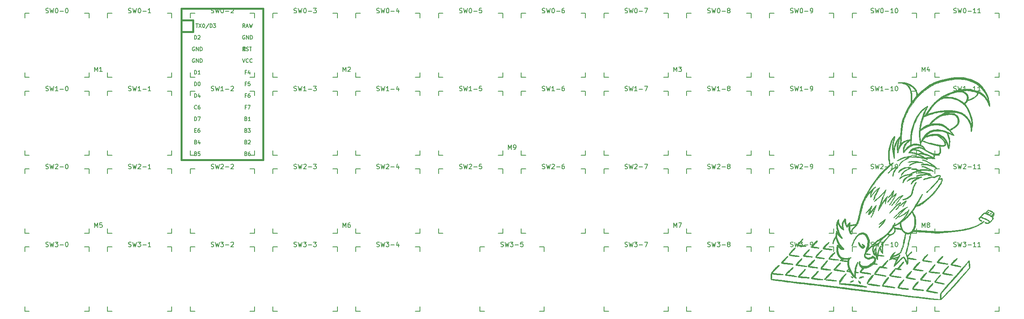
<source format=gbr>
%TF.GenerationSoftware,KiCad,Pcbnew,(5.1.9)-1*%
%TF.CreationDate,2021-08-02T02:46:02+02:00*%
%TF.ProjectId,rooster-pcb,726f6f73-7465-4722-9d70-63622e6b6963,rev?*%
%TF.SameCoordinates,Original*%
%TF.FileFunction,Legend,Top*%
%TF.FilePolarity,Positive*%
%FSLAX46Y46*%
G04 Gerber Fmt 4.6, Leading zero omitted, Abs format (unit mm)*
G04 Created by KiCad (PCBNEW (5.1.9)-1) date 2021-08-02 02:46:02*
%MOMM*%
%LPD*%
G01*
G04 APERTURE LIST*
%ADD10C,0.010000*%
%ADD11C,0.150000*%
%ADD12C,0.381000*%
G04 APERTURE END LIST*
D10*
%TO.C,G\u002A\u002A\u002A*%
G36*
X244682396Y-78395659D02*
G01*
X244761282Y-78457919D01*
X244796171Y-78512015D01*
X244788631Y-78546938D01*
X244740234Y-78551678D01*
X244664417Y-78521779D01*
X244606848Y-78505845D01*
X244550771Y-78534642D01*
X244529520Y-78553529D01*
X244448735Y-78610955D01*
X244389722Y-78609940D01*
X244365760Y-78584579D01*
X244373723Y-78543963D01*
X244418040Y-78479062D01*
X244456159Y-78437274D01*
X244568293Y-78325139D01*
X244682396Y-78395659D01*
G37*
X244682396Y-78395659D02*
X244761282Y-78457919D01*
X244796171Y-78512015D01*
X244788631Y-78546938D01*
X244740234Y-78551678D01*
X244664417Y-78521779D01*
X244606848Y-78505845D01*
X244550771Y-78534642D01*
X244529520Y-78553529D01*
X244448735Y-78610955D01*
X244389722Y-78609940D01*
X244365760Y-78584579D01*
X244373723Y-78543963D01*
X244418040Y-78479062D01*
X244456159Y-78437274D01*
X244568293Y-78325139D01*
X244682396Y-78395659D01*
G36*
X245140313Y-78638839D02*
G01*
X245210579Y-78686937D01*
X245242199Y-78712373D01*
X245306368Y-78771003D01*
X245324567Y-78804499D01*
X245302613Y-78824480D01*
X245299043Y-78825943D01*
X245231042Y-78828280D01*
X245176985Y-78809974D01*
X245118303Y-78791071D01*
X245065230Y-78815022D01*
X245037520Y-78839279D01*
X244967118Y-78890940D01*
X244914107Y-78903684D01*
X244891819Y-78874552D01*
X244891750Y-78871631D01*
X244911036Y-78821611D01*
X244958011Y-78751465D01*
X245016348Y-78681410D01*
X245069721Y-78631663D01*
X245095155Y-78619750D01*
X245140313Y-78638839D01*
G37*
X245140313Y-78638839D02*
X245210579Y-78686937D01*
X245242199Y-78712373D01*
X245306368Y-78771003D01*
X245324567Y-78804499D01*
X245302613Y-78824480D01*
X245299043Y-78825943D01*
X245231042Y-78828280D01*
X245176985Y-78809974D01*
X245118303Y-78791071D01*
X245065230Y-78815022D01*
X245037520Y-78839279D01*
X244967118Y-78890940D01*
X244914107Y-78903684D01*
X244891819Y-78874552D01*
X244891750Y-78871631D01*
X244911036Y-78821611D01*
X244958011Y-78751465D01*
X245016348Y-78681410D01*
X245069721Y-78631663D01*
X245095155Y-78619750D01*
X245140313Y-78638839D01*
G36*
X228423380Y-67236870D02*
G01*
X228678813Y-67259303D01*
X228970642Y-67299743D01*
X229307678Y-67358285D01*
X229604125Y-67415877D01*
X229869063Y-67473516D01*
X230091721Y-67531091D01*
X230268216Y-67587134D01*
X230394666Y-67640178D01*
X230467188Y-67688756D01*
X230481901Y-67731401D01*
X230473094Y-67744238D01*
X230439251Y-67741622D01*
X230359576Y-67724193D01*
X230249065Y-67695372D01*
X230207234Y-67683615D01*
X229836628Y-67607917D01*
X229446204Y-67583764D01*
X229052740Y-67610809D01*
X228673017Y-67688703D01*
X228578229Y-67717366D01*
X228404786Y-67780701D01*
X228213007Y-67862332D01*
X228018178Y-67954614D01*
X227835584Y-68049907D01*
X227680511Y-68140566D01*
X227568247Y-68218951D01*
X227558128Y-68227382D01*
X227479863Y-68289335D01*
X227434757Y-68309809D01*
X227412218Y-68293351D01*
X227411042Y-68290495D01*
X227413631Y-68222123D01*
X227453433Y-68130737D01*
X227520547Y-68035891D01*
X227561843Y-67992728D01*
X227656880Y-67924945D01*
X227801766Y-67848129D01*
X227984364Y-67767018D01*
X228192534Y-67686349D01*
X228414137Y-67610861D01*
X228637034Y-67545292D01*
X228826250Y-67499205D01*
X229032625Y-67454779D01*
X228747982Y-67429065D01*
X228510752Y-67416157D01*
X228252725Y-67416548D01*
X227992638Y-67429127D01*
X227749225Y-67452784D01*
X227541220Y-67486408D01*
X227461000Y-67505344D01*
X227283874Y-67547583D01*
X227159887Y-67566154D01*
X227090663Y-67563454D01*
X227077825Y-67541878D01*
X227122998Y-67503823D01*
X227227805Y-67451685D01*
X227383779Y-67391399D01*
X227589392Y-67325258D01*
X227787348Y-67276638D01*
X227986457Y-67245635D01*
X228195531Y-67232347D01*
X228423380Y-67236870D01*
G37*
X228423380Y-67236870D02*
X228678813Y-67259303D01*
X228970642Y-67299743D01*
X229307678Y-67358285D01*
X229604125Y-67415877D01*
X229869063Y-67473516D01*
X230091721Y-67531091D01*
X230268216Y-67587134D01*
X230394666Y-67640178D01*
X230467188Y-67688756D01*
X230481901Y-67731401D01*
X230473094Y-67744238D01*
X230439251Y-67741622D01*
X230359576Y-67724193D01*
X230249065Y-67695372D01*
X230207234Y-67683615D01*
X229836628Y-67607917D01*
X229446204Y-67583764D01*
X229052740Y-67610809D01*
X228673017Y-67688703D01*
X228578229Y-67717366D01*
X228404786Y-67780701D01*
X228213007Y-67862332D01*
X228018178Y-67954614D01*
X227835584Y-68049907D01*
X227680511Y-68140566D01*
X227568247Y-68218951D01*
X227558128Y-68227382D01*
X227479863Y-68289335D01*
X227434757Y-68309809D01*
X227412218Y-68293351D01*
X227411042Y-68290495D01*
X227413631Y-68222123D01*
X227453433Y-68130737D01*
X227520547Y-68035891D01*
X227561843Y-67992728D01*
X227656880Y-67924945D01*
X227801766Y-67848129D01*
X227984364Y-67767018D01*
X228192534Y-67686349D01*
X228414137Y-67610861D01*
X228637034Y-67545292D01*
X228826250Y-67499205D01*
X229032625Y-67454779D01*
X228747982Y-67429065D01*
X228510752Y-67416157D01*
X228252725Y-67416548D01*
X227992638Y-67429127D01*
X227749225Y-67452784D01*
X227541220Y-67486408D01*
X227461000Y-67505344D01*
X227283874Y-67547583D01*
X227159887Y-67566154D01*
X227090663Y-67563454D01*
X227077825Y-67541878D01*
X227122998Y-67503823D01*
X227227805Y-67451685D01*
X227383779Y-67391399D01*
X227589392Y-67325258D01*
X227787348Y-67276638D01*
X227986457Y-67245635D01*
X228195531Y-67232347D01*
X228423380Y-67236870D01*
G36*
X227938887Y-66124935D02*
G01*
X227924228Y-66162153D01*
X227851724Y-66221748D01*
X227721622Y-66305383D01*
X227534164Y-66414720D01*
X227457110Y-66458211D01*
X227120194Y-66652091D01*
X226792159Y-66850027D01*
X226483667Y-67045182D01*
X226205380Y-67230716D01*
X225967959Y-67399793D01*
X225857927Y-67483871D01*
X225640923Y-67678429D01*
X225467338Y-67882949D01*
X225344248Y-68088265D01*
X225296600Y-68211250D01*
X225258776Y-68298125D01*
X225219590Y-68331157D01*
X225188520Y-68309251D01*
X225175042Y-68231311D01*
X225175000Y-68225301D01*
X225195807Y-68107869D01*
X225252280Y-67961300D01*
X225335491Y-67801666D01*
X225436516Y-67645038D01*
X225546428Y-67507490D01*
X225608395Y-67444914D01*
X225737012Y-67337739D01*
X225910240Y-67208614D01*
X226116528Y-67065211D01*
X226344320Y-66915206D01*
X226582062Y-66766270D01*
X226818201Y-66626078D01*
X226968875Y-66541349D01*
X227102377Y-66466316D01*
X227208040Y-66403240D01*
X227277431Y-66357461D01*
X227302120Y-66334315D01*
X227298696Y-66332549D01*
X227251067Y-66340852D01*
X227154771Y-66363718D01*
X227022126Y-66398020D01*
X226865453Y-66440636D01*
X226798669Y-66459351D01*
X226259581Y-66629377D01*
X225685013Y-66844374D01*
X225143716Y-67073992D01*
X224962811Y-67151693D01*
X224832767Y-67199651D01*
X224748799Y-67218709D01*
X224706117Y-67209708D01*
X224699934Y-67173489D01*
X224706914Y-67150770D01*
X224741530Y-67118202D01*
X224823019Y-67064206D01*
X224940827Y-66994450D01*
X225084398Y-66914603D01*
X225243177Y-66830333D01*
X225406608Y-66747309D01*
X225564138Y-66671199D01*
X225705210Y-66607671D01*
X225762375Y-66583953D01*
X225939638Y-66520752D01*
X226166238Y-66451870D01*
X226428664Y-66380722D01*
X226689389Y-66316625D01*
X227365750Y-66316625D01*
X227381625Y-66332500D01*
X227397500Y-66316625D01*
X227381625Y-66300750D01*
X227365750Y-66316625D01*
X226689389Y-66316625D01*
X226713409Y-66310720D01*
X227006962Y-66245278D01*
X227295815Y-66187810D01*
X227414183Y-66166578D01*
X227633349Y-66130915D01*
X227793692Y-66110978D01*
X227895456Y-66108431D01*
X227938887Y-66124935D01*
G37*
X227938887Y-66124935D02*
X227924228Y-66162153D01*
X227851724Y-66221748D01*
X227721622Y-66305383D01*
X227534164Y-66414720D01*
X227457110Y-66458211D01*
X227120194Y-66652091D01*
X226792159Y-66850027D01*
X226483667Y-67045182D01*
X226205380Y-67230716D01*
X225967959Y-67399793D01*
X225857927Y-67483871D01*
X225640923Y-67678429D01*
X225467338Y-67882949D01*
X225344248Y-68088265D01*
X225296600Y-68211250D01*
X225258776Y-68298125D01*
X225219590Y-68331157D01*
X225188520Y-68309251D01*
X225175042Y-68231311D01*
X225175000Y-68225301D01*
X225195807Y-68107869D01*
X225252280Y-67961300D01*
X225335491Y-67801666D01*
X225436516Y-67645038D01*
X225546428Y-67507490D01*
X225608395Y-67444914D01*
X225737012Y-67337739D01*
X225910240Y-67208614D01*
X226116528Y-67065211D01*
X226344320Y-66915206D01*
X226582062Y-66766270D01*
X226818201Y-66626078D01*
X226968875Y-66541349D01*
X227102377Y-66466316D01*
X227208040Y-66403240D01*
X227277431Y-66357461D01*
X227302120Y-66334315D01*
X227298696Y-66332549D01*
X227251067Y-66340852D01*
X227154771Y-66363718D01*
X227022126Y-66398020D01*
X226865453Y-66440636D01*
X226798669Y-66459351D01*
X226259581Y-66629377D01*
X225685013Y-66844374D01*
X225143716Y-67073992D01*
X224962811Y-67151693D01*
X224832767Y-67199651D01*
X224748799Y-67218709D01*
X224706117Y-67209708D01*
X224699934Y-67173489D01*
X224706914Y-67150770D01*
X224741530Y-67118202D01*
X224823019Y-67064206D01*
X224940827Y-66994450D01*
X225084398Y-66914603D01*
X225243177Y-66830333D01*
X225406608Y-66747309D01*
X225564138Y-66671199D01*
X225705210Y-66607671D01*
X225762375Y-66583953D01*
X225939638Y-66520752D01*
X226166238Y-66451870D01*
X226428664Y-66380722D01*
X226689389Y-66316625D01*
X227365750Y-66316625D01*
X227381625Y-66332500D01*
X227397500Y-66316625D01*
X227381625Y-66300750D01*
X227365750Y-66316625D01*
X226689389Y-66316625D01*
X226713409Y-66310720D01*
X227006962Y-66245278D01*
X227295815Y-66187810D01*
X227414183Y-66166578D01*
X227633349Y-66130915D01*
X227793692Y-66110978D01*
X227895456Y-66108431D01*
X227938887Y-66124935D01*
G36*
X230412427Y-66972556D02*
G01*
X230445180Y-66974846D01*
X230540155Y-66984167D01*
X230626640Y-67000417D01*
X230717964Y-67028277D01*
X230827456Y-67072428D01*
X230968447Y-67137552D01*
X231123061Y-67212919D01*
X231663782Y-67500690D01*
X232175336Y-67814959D01*
X232646015Y-68148050D01*
X233033125Y-68464743D01*
X233130876Y-68547629D01*
X233223870Y-68620849D01*
X233281129Y-68661333D01*
X233339688Y-68717481D01*
X233359741Y-68776760D01*
X233337017Y-68820302D01*
X233318875Y-68828144D01*
X233277930Y-68818128D01*
X233196445Y-68784022D01*
X233089509Y-68732355D01*
X233049000Y-68711403D01*
X232907150Y-68645095D01*
X232717754Y-68568596D01*
X232494984Y-68486651D01*
X232253011Y-68404002D01*
X232006009Y-68325395D01*
X231768150Y-68255572D01*
X231553606Y-68199278D01*
X231445625Y-68174734D01*
X231261214Y-68142942D01*
X231046845Y-68117101D01*
X230818435Y-68098060D01*
X230591900Y-68086670D01*
X230383157Y-68083781D01*
X230208122Y-68090242D01*
X230101701Y-68102966D01*
X230000417Y-68118694D01*
X229944609Y-68116815D01*
X229918378Y-68096020D01*
X229914512Y-68087538D01*
X229912132Y-68048149D01*
X229944255Y-68012891D01*
X230019818Y-67975938D01*
X230147758Y-67931463D01*
X230159750Y-67927650D01*
X230253402Y-67903649D01*
X230364763Y-67887344D01*
X230506809Y-67877646D01*
X230692515Y-67873469D01*
X230810625Y-67873118D01*
X231286875Y-67873862D01*
X231919534Y-68087125D01*
X232107911Y-68150054D01*
X232274846Y-68204731D01*
X232411398Y-68248316D01*
X232508626Y-68277972D01*
X232557589Y-68290860D01*
X232561612Y-68290971D01*
X232540058Y-68271117D01*
X232474416Y-68222770D01*
X232373681Y-68152289D01*
X232246847Y-68066031D01*
X232182952Y-68023295D01*
X231917666Y-67853228D01*
X231643147Y-67689002D01*
X231368950Y-67535530D01*
X231104630Y-67397724D01*
X230859739Y-67280497D01*
X230643834Y-67188759D01*
X230466468Y-67127425D01*
X230413750Y-67113700D01*
X230299397Y-67079745D01*
X230240207Y-67041386D01*
X230227993Y-67016066D01*
X230227829Y-66986668D01*
X230250113Y-66971212D01*
X230307445Y-66967305D01*
X230412427Y-66972556D01*
G37*
X230412427Y-66972556D02*
X230445180Y-66974846D01*
X230540155Y-66984167D01*
X230626640Y-67000417D01*
X230717964Y-67028277D01*
X230827456Y-67072428D01*
X230968447Y-67137552D01*
X231123061Y-67212919D01*
X231663782Y-67500690D01*
X232175336Y-67814959D01*
X232646015Y-68148050D01*
X233033125Y-68464743D01*
X233130876Y-68547629D01*
X233223870Y-68620849D01*
X233281129Y-68661333D01*
X233339688Y-68717481D01*
X233359741Y-68776760D01*
X233337017Y-68820302D01*
X233318875Y-68828144D01*
X233277930Y-68818128D01*
X233196445Y-68784022D01*
X233089509Y-68732355D01*
X233049000Y-68711403D01*
X232907150Y-68645095D01*
X232717754Y-68568596D01*
X232494984Y-68486651D01*
X232253011Y-68404002D01*
X232006009Y-68325395D01*
X231768150Y-68255572D01*
X231553606Y-68199278D01*
X231445625Y-68174734D01*
X231261214Y-68142942D01*
X231046845Y-68117101D01*
X230818435Y-68098060D01*
X230591900Y-68086670D01*
X230383157Y-68083781D01*
X230208122Y-68090242D01*
X230101701Y-68102966D01*
X230000417Y-68118694D01*
X229944609Y-68116815D01*
X229918378Y-68096020D01*
X229914512Y-68087538D01*
X229912132Y-68048149D01*
X229944255Y-68012891D01*
X230019818Y-67975938D01*
X230147758Y-67931463D01*
X230159750Y-67927650D01*
X230253402Y-67903649D01*
X230364763Y-67887344D01*
X230506809Y-67877646D01*
X230692515Y-67873469D01*
X230810625Y-67873118D01*
X231286875Y-67873862D01*
X231919534Y-68087125D01*
X232107911Y-68150054D01*
X232274846Y-68204731D01*
X232411398Y-68248316D01*
X232508626Y-68277972D01*
X232557589Y-68290860D01*
X232561612Y-68290971D01*
X232540058Y-68271117D01*
X232474416Y-68222770D01*
X232373681Y-68152289D01*
X232246847Y-68066031D01*
X232182952Y-68023295D01*
X231917666Y-67853228D01*
X231643147Y-67689002D01*
X231368950Y-67535530D01*
X231104630Y-67397724D01*
X230859739Y-67280497D01*
X230643834Y-67188759D01*
X230466468Y-67127425D01*
X230413750Y-67113700D01*
X230299397Y-67079745D01*
X230240207Y-67041386D01*
X230227993Y-67016066D01*
X230227829Y-66986668D01*
X230250113Y-66971212D01*
X230307445Y-66967305D01*
X230412427Y-66972556D01*
G36*
X227379188Y-68575672D02*
G01*
X227565115Y-68589848D01*
X227695735Y-68606686D01*
X227779239Y-68628772D01*
X227823820Y-68658692D01*
X227837669Y-68699030D01*
X227836264Y-68719903D01*
X227821929Y-68750860D01*
X227782786Y-68786487D01*
X227711481Y-68831078D01*
X227600663Y-68888928D01*
X227442978Y-68964333D01*
X227323204Y-69019610D01*
X227037174Y-69154641D01*
X226801331Y-69277002D01*
X226605693Y-69394313D01*
X226440277Y-69514192D01*
X226295098Y-69644257D01*
X226160174Y-69792127D01*
X226025520Y-69965421D01*
X225955774Y-70063125D01*
X225875863Y-70176714D01*
X225807103Y-70273096D01*
X225759276Y-70338629D01*
X225745244Y-70356812D01*
X225690198Y-70394094D01*
X225644389Y-70375037D01*
X225632927Y-70353945D01*
X225633252Y-70283519D01*
X225666598Y-70177201D01*
X225726379Y-70048732D01*
X225806009Y-69911854D01*
X225898902Y-69780309D01*
X225921108Y-69752669D01*
X226036957Y-69627356D01*
X226178140Y-69496045D01*
X226315641Y-69385573D01*
X226325976Y-69378183D01*
X226437946Y-69306321D01*
X226593229Y-69216576D01*
X226777029Y-69116666D01*
X226974550Y-69014312D01*
X227170996Y-68917233D01*
X227351570Y-68833149D01*
X227461000Y-68785994D01*
X227498848Y-68767210D01*
X227495679Y-68753900D01*
X227443709Y-68741894D01*
X227355825Y-68729659D01*
X227127365Y-68718939D01*
X226875925Y-68737731D01*
X226632952Y-68782835D01*
X226524375Y-68814285D01*
X226369572Y-68877515D01*
X226184694Y-68970723D01*
X225985640Y-69084130D01*
X225788309Y-69207954D01*
X225608599Y-69332416D01*
X225462409Y-69447736D01*
X225399695Y-69506117D01*
X225310228Y-69598814D01*
X225234716Y-69679558D01*
X225187269Y-69733211D01*
X225182701Y-69738950D01*
X225128390Y-69780762D01*
X225082892Y-69767824D01*
X225056695Y-69708863D01*
X225056721Y-69634136D01*
X225082483Y-69527275D01*
X225134863Y-69427628D01*
X225222567Y-69323215D01*
X225354298Y-69202058D01*
X225396262Y-69166810D01*
X225703813Y-68952018D01*
X226050065Y-68782491D01*
X226426836Y-68660669D01*
X226825940Y-68588992D01*
X227239196Y-68569898D01*
X227379188Y-68575672D01*
G37*
X227379188Y-68575672D02*
X227565115Y-68589848D01*
X227695735Y-68606686D01*
X227779239Y-68628772D01*
X227823820Y-68658692D01*
X227837669Y-68699030D01*
X227836264Y-68719903D01*
X227821929Y-68750860D01*
X227782786Y-68786487D01*
X227711481Y-68831078D01*
X227600663Y-68888928D01*
X227442978Y-68964333D01*
X227323204Y-69019610D01*
X227037174Y-69154641D01*
X226801331Y-69277002D01*
X226605693Y-69394313D01*
X226440277Y-69514192D01*
X226295098Y-69644257D01*
X226160174Y-69792127D01*
X226025520Y-69965421D01*
X225955774Y-70063125D01*
X225875863Y-70176714D01*
X225807103Y-70273096D01*
X225759276Y-70338629D01*
X225745244Y-70356812D01*
X225690198Y-70394094D01*
X225644389Y-70375037D01*
X225632927Y-70353945D01*
X225633252Y-70283519D01*
X225666598Y-70177201D01*
X225726379Y-70048732D01*
X225806009Y-69911854D01*
X225898902Y-69780309D01*
X225921108Y-69752669D01*
X226036957Y-69627356D01*
X226178140Y-69496045D01*
X226315641Y-69385573D01*
X226325976Y-69378183D01*
X226437946Y-69306321D01*
X226593229Y-69216576D01*
X226777029Y-69116666D01*
X226974550Y-69014312D01*
X227170996Y-68917233D01*
X227351570Y-68833149D01*
X227461000Y-68785994D01*
X227498848Y-68767210D01*
X227495679Y-68753900D01*
X227443709Y-68741894D01*
X227355825Y-68729659D01*
X227127365Y-68718939D01*
X226875925Y-68737731D01*
X226632952Y-68782835D01*
X226524375Y-68814285D01*
X226369572Y-68877515D01*
X226184694Y-68970723D01*
X225985640Y-69084130D01*
X225788309Y-69207954D01*
X225608599Y-69332416D01*
X225462409Y-69447736D01*
X225399695Y-69506117D01*
X225310228Y-69598814D01*
X225234716Y-69679558D01*
X225187269Y-69733211D01*
X225182701Y-69738950D01*
X225128390Y-69780762D01*
X225082892Y-69767824D01*
X225056695Y-69708863D01*
X225056721Y-69634136D01*
X225082483Y-69527275D01*
X225134863Y-69427628D01*
X225222567Y-69323215D01*
X225354298Y-69202058D01*
X225396262Y-69166810D01*
X225703813Y-68952018D01*
X226050065Y-68782491D01*
X226426836Y-68660669D01*
X226825940Y-68588992D01*
X227239196Y-68569898D01*
X227379188Y-68575672D01*
G36*
X231766265Y-70278273D02*
G01*
X231787857Y-70279812D01*
X231996536Y-70300774D01*
X232145976Y-70328448D01*
X232240198Y-70364043D01*
X232283223Y-70408766D01*
X232287000Y-70429742D01*
X232271561Y-70468360D01*
X232220110Y-70486757D01*
X232124946Y-70485566D01*
X231978366Y-70465418D01*
X231937750Y-70458379D01*
X231814441Y-70442175D01*
X231676236Y-70431969D01*
X231631584Y-70430603D01*
X231514828Y-70420199D01*
X231456680Y-70392738D01*
X231450909Y-70382946D01*
X231449614Y-70326087D01*
X231499719Y-70290308D01*
X231604258Y-70274679D01*
X231766265Y-70278273D01*
G37*
X231766265Y-70278273D02*
X231787857Y-70279812D01*
X231996536Y-70300774D01*
X232145976Y-70328448D01*
X232240198Y-70364043D01*
X232283223Y-70408766D01*
X232287000Y-70429742D01*
X232271561Y-70468360D01*
X232220110Y-70486757D01*
X232124946Y-70485566D01*
X231978366Y-70465418D01*
X231937750Y-70458379D01*
X231814441Y-70442175D01*
X231676236Y-70431969D01*
X231631584Y-70430603D01*
X231514828Y-70420199D01*
X231456680Y-70392738D01*
X231450909Y-70382946D01*
X231449614Y-70326087D01*
X231499719Y-70290308D01*
X231604258Y-70274679D01*
X231766265Y-70278273D01*
G36*
X230394352Y-69683266D02*
G01*
X230524875Y-69696085D01*
X230647681Y-69716220D01*
X230808952Y-69748128D01*
X230996414Y-69788814D01*
X231197792Y-69835286D01*
X231400812Y-69884551D01*
X231593200Y-69933616D01*
X231762681Y-69979487D01*
X231896981Y-70019172D01*
X231983825Y-70049677D01*
X231994484Y-70054444D01*
X232055976Y-70098144D01*
X232080625Y-70142927D01*
X232070007Y-70162372D01*
X232032426Y-70177522D01*
X231959287Y-70189683D01*
X231841995Y-70200160D01*
X231671957Y-70210260D01*
X231620250Y-70212876D01*
X231125924Y-70246635D01*
X230608506Y-70298827D01*
X230103098Y-70365671D01*
X229889875Y-70399366D01*
X229699094Y-70432045D01*
X229551688Y-70459816D01*
X229428213Y-70487058D01*
X229309228Y-70518150D01*
X229175289Y-70557471D01*
X229139526Y-70568384D01*
X229036840Y-70593525D01*
X228976523Y-70590598D01*
X228956963Y-70578013D01*
X228926139Y-70533932D01*
X228939661Y-70495653D01*
X229004115Y-70451716D01*
X229040562Y-70432558D01*
X229269734Y-70338048D01*
X229557471Y-70256803D01*
X229900098Y-70189493D01*
X230293943Y-70136787D01*
X230735331Y-70099355D01*
X230927662Y-70088651D01*
X231076534Y-70079799D01*
X231195004Y-70069390D01*
X231272863Y-70058590D01*
X231299900Y-70048564D01*
X231297727Y-70046420D01*
X231229488Y-70023119D01*
X231110893Y-69995643D01*
X230954762Y-69966199D01*
X230773918Y-69936996D01*
X230581181Y-69910241D01*
X230389374Y-69888142D01*
X230363779Y-69885590D01*
X230135487Y-69868173D01*
X229933271Y-69865454D01*
X229721488Y-69877558D01*
X229610355Y-69888209D01*
X229427201Y-69904823D01*
X229299473Y-69909249D01*
X229220053Y-69900289D01*
X229181826Y-69876744D01*
X229177675Y-69837414D01*
X229184188Y-69816402D01*
X229227476Y-69782710D01*
X229323361Y-69751938D01*
X229460970Y-69725062D01*
X229629433Y-69703057D01*
X229817874Y-69686899D01*
X230015423Y-69677564D01*
X230211207Y-69676028D01*
X230394352Y-69683266D01*
G37*
X230394352Y-69683266D02*
X230524875Y-69696085D01*
X230647681Y-69716220D01*
X230808952Y-69748128D01*
X230996414Y-69788814D01*
X231197792Y-69835286D01*
X231400812Y-69884551D01*
X231593200Y-69933616D01*
X231762681Y-69979487D01*
X231896981Y-70019172D01*
X231983825Y-70049677D01*
X231994484Y-70054444D01*
X232055976Y-70098144D01*
X232080625Y-70142927D01*
X232070007Y-70162372D01*
X232032426Y-70177522D01*
X231959287Y-70189683D01*
X231841995Y-70200160D01*
X231671957Y-70210260D01*
X231620250Y-70212876D01*
X231125924Y-70246635D01*
X230608506Y-70298827D01*
X230103098Y-70365671D01*
X229889875Y-70399366D01*
X229699094Y-70432045D01*
X229551688Y-70459816D01*
X229428213Y-70487058D01*
X229309228Y-70518150D01*
X229175289Y-70557471D01*
X229139526Y-70568384D01*
X229036840Y-70593525D01*
X228976523Y-70590598D01*
X228956963Y-70578013D01*
X228926139Y-70533932D01*
X228939661Y-70495653D01*
X229004115Y-70451716D01*
X229040562Y-70432558D01*
X229269734Y-70338048D01*
X229557471Y-70256803D01*
X229900098Y-70189493D01*
X230293943Y-70136787D01*
X230735331Y-70099355D01*
X230927662Y-70088651D01*
X231076534Y-70079799D01*
X231195004Y-70069390D01*
X231272863Y-70058590D01*
X231299900Y-70048564D01*
X231297727Y-70046420D01*
X231229488Y-70023119D01*
X231110893Y-69995643D01*
X230954762Y-69966199D01*
X230773918Y-69936996D01*
X230581181Y-69910241D01*
X230389374Y-69888142D01*
X230363779Y-69885590D01*
X230135487Y-69868173D01*
X229933271Y-69865454D01*
X229721488Y-69877558D01*
X229610355Y-69888209D01*
X229427201Y-69904823D01*
X229299473Y-69909249D01*
X229220053Y-69900289D01*
X229181826Y-69876744D01*
X229177675Y-69837414D01*
X229184188Y-69816402D01*
X229227476Y-69782710D01*
X229323361Y-69751938D01*
X229460970Y-69725062D01*
X229629433Y-69703057D01*
X229817874Y-69686899D01*
X230015423Y-69677564D01*
X230211207Y-69676028D01*
X230394352Y-69683266D01*
G36*
X224778288Y-68446743D02*
G01*
X224769840Y-68505733D01*
X224726431Y-68604486D01*
X224647789Y-68747744D01*
X224572893Y-68874939D01*
X224398007Y-69174496D01*
X224256720Y-69433558D01*
X224144329Y-69662280D01*
X224056132Y-69870817D01*
X223987429Y-70069323D01*
X223939632Y-70242667D01*
X223892101Y-70421911D01*
X223851759Y-70541598D01*
X223816989Y-70605058D01*
X223786176Y-70615621D01*
X223767885Y-70596320D01*
X223764057Y-70555103D01*
X223767326Y-70466729D01*
X223776915Y-70347048D01*
X223782991Y-70288057D01*
X223813315Y-70089282D01*
X223862162Y-69896241D01*
X223933958Y-69698532D01*
X224033129Y-69485757D01*
X224164101Y-69247515D01*
X224331299Y-68973407D01*
X224365157Y-68920125D01*
X224438859Y-68804503D01*
X224501373Y-68706031D01*
X224543524Y-68639182D01*
X224554234Y-68621910D01*
X224546070Y-68610183D01*
X224494133Y-68627201D01*
X224408138Y-68667489D01*
X224297805Y-68725575D01*
X224172850Y-68795984D01*
X224042991Y-68873244D01*
X223917945Y-68951880D01*
X223807430Y-69026420D01*
X223722079Y-69090636D01*
X223619989Y-69178171D01*
X223487999Y-69296772D01*
X223341155Y-69432649D01*
X223194503Y-69572011D01*
X223152980Y-69612257D01*
X222999849Y-69757660D01*
X222884841Y-69857556D01*
X222804338Y-69914291D01*
X222754721Y-69930212D01*
X222732375Y-69907666D01*
X222730250Y-69886523D01*
X222751621Y-69849438D01*
X222810140Y-69776968D01*
X222897413Y-69677979D01*
X223005049Y-69561338D01*
X223124653Y-69435912D01*
X223247834Y-69310569D01*
X223366198Y-69194174D01*
X223471352Y-69095597D01*
X223517592Y-69054693D01*
X223661268Y-68946474D01*
X223849740Y-68827129D01*
X224067438Y-68705230D01*
X224298788Y-68589345D01*
X224528219Y-68488044D01*
X224596582Y-68460917D01*
X224691388Y-68429079D01*
X224752047Y-68422773D01*
X224778288Y-68446743D01*
G37*
X224778288Y-68446743D02*
X224769840Y-68505733D01*
X224726431Y-68604486D01*
X224647789Y-68747744D01*
X224572893Y-68874939D01*
X224398007Y-69174496D01*
X224256720Y-69433558D01*
X224144329Y-69662280D01*
X224056132Y-69870817D01*
X223987429Y-70069323D01*
X223939632Y-70242667D01*
X223892101Y-70421911D01*
X223851759Y-70541598D01*
X223816989Y-70605058D01*
X223786176Y-70615621D01*
X223767885Y-70596320D01*
X223764057Y-70555103D01*
X223767326Y-70466729D01*
X223776915Y-70347048D01*
X223782991Y-70288057D01*
X223813315Y-70089282D01*
X223862162Y-69896241D01*
X223933958Y-69698532D01*
X224033129Y-69485757D01*
X224164101Y-69247515D01*
X224331299Y-68973407D01*
X224365157Y-68920125D01*
X224438859Y-68804503D01*
X224501373Y-68706031D01*
X224543524Y-68639182D01*
X224554234Y-68621910D01*
X224546070Y-68610183D01*
X224494133Y-68627201D01*
X224408138Y-68667489D01*
X224297805Y-68725575D01*
X224172850Y-68795984D01*
X224042991Y-68873244D01*
X223917945Y-68951880D01*
X223807430Y-69026420D01*
X223722079Y-69090636D01*
X223619989Y-69178171D01*
X223487999Y-69296772D01*
X223341155Y-69432649D01*
X223194503Y-69572011D01*
X223152980Y-69612257D01*
X222999849Y-69757660D01*
X222884841Y-69857556D01*
X222804338Y-69914291D01*
X222754721Y-69930212D01*
X222732375Y-69907666D01*
X222730250Y-69886523D01*
X222751621Y-69849438D01*
X222810140Y-69776968D01*
X222897413Y-69677979D01*
X223005049Y-69561338D01*
X223124653Y-69435912D01*
X223247834Y-69310569D01*
X223366198Y-69194174D01*
X223471352Y-69095597D01*
X223517592Y-69054693D01*
X223661268Y-68946474D01*
X223849740Y-68827129D01*
X224067438Y-68705230D01*
X224298788Y-68589345D01*
X224528219Y-68488044D01*
X224596582Y-68460917D01*
X224691388Y-68429079D01*
X224752047Y-68422773D01*
X224778288Y-68446743D01*
G36*
X230501487Y-68379614D02*
G01*
X230646100Y-68422286D01*
X230827600Y-68488508D01*
X231036884Y-68574271D01*
X231264845Y-68675567D01*
X231502378Y-68788390D01*
X231740377Y-68908730D01*
X231969737Y-69032580D01*
X232128250Y-69123955D01*
X232326861Y-69244275D01*
X232474559Y-69339144D01*
X232576699Y-69412540D01*
X232638635Y-69468443D01*
X232665722Y-69510831D01*
X232668000Y-69524990D01*
X232645198Y-69565041D01*
X232577875Y-69561885D01*
X232467647Y-69515938D01*
X232333668Y-69438703D01*
X232222600Y-69372221D01*
X232152208Y-69339349D01*
X232111946Y-69336165D01*
X232095622Y-69350169D01*
X232078209Y-69364241D01*
X232041468Y-69372908D01*
X231977624Y-69376045D01*
X231878903Y-69373523D01*
X231737530Y-69365216D01*
X231545732Y-69350997D01*
X231391975Y-69338657D01*
X231152804Y-69321234D01*
X230899163Y-69306393D01*
X230650699Y-69295037D01*
X230427061Y-69288071D01*
X230255000Y-69286347D01*
X230076675Y-69287772D01*
X229954484Y-69290119D01*
X229881058Y-69294525D01*
X229849033Y-69302127D01*
X229851039Y-69314065D01*
X229879712Y-69331475D01*
X229899180Y-69341313D01*
X229974460Y-69392880D01*
X229995275Y-69449902D01*
X229994430Y-69458345D01*
X229985904Y-69486106D01*
X229962508Y-69505648D01*
X229913499Y-69519312D01*
X229828134Y-69529436D01*
X229695670Y-69538359D01*
X229604125Y-69543327D01*
X229427546Y-69556490D01*
X229248547Y-69576449D01*
X229091044Y-69600210D01*
X229000875Y-69618859D01*
X228839560Y-69664706D01*
X228643278Y-69728833D01*
X228430436Y-69804422D01*
X228219440Y-69884656D01*
X228028697Y-69962716D01*
X227876614Y-70031784D01*
X227850289Y-70045035D01*
X227667375Y-70139445D01*
X227850933Y-70140972D01*
X227979639Y-70152725D01*
X228050049Y-70184877D01*
X228061254Y-70236704D01*
X228032255Y-70285669D01*
X227992197Y-70315049D01*
X227905406Y-70367249D01*
X227781905Y-70436614D01*
X227631720Y-70517490D01*
X227493574Y-70589519D01*
X227183083Y-70757520D01*
X226914918Y-70920084D01*
X226693778Y-71073960D01*
X226524360Y-71215893D01*
X226416712Y-71335175D01*
X226360813Y-71425340D01*
X226295482Y-71550853D01*
X226233177Y-71687456D01*
X226222114Y-71714125D01*
X226157403Y-71867074D01*
X226108143Y-71966246D01*
X226069508Y-72018035D01*
X226036673Y-72028840D01*
X226004813Y-72005059D01*
X226003685Y-72003713D01*
X225982795Y-71935117D01*
X225989272Y-71823344D01*
X226020353Y-71681114D01*
X226073278Y-71521149D01*
X226143468Y-71359856D01*
X226245925Y-71183350D01*
X226372514Y-71029443D01*
X226532960Y-70889588D01*
X226736988Y-70755236D01*
X226979091Y-70625385D01*
X227137306Y-70547919D01*
X227292683Y-70473942D01*
X227427187Y-70411919D01*
X227521543Y-70370819D01*
X227610149Y-70330969D01*
X227665729Y-70298841D01*
X227676489Y-70283906D01*
X227634257Y-70275847D01*
X227542746Y-70276968D01*
X227415269Y-70285746D01*
X227265137Y-70300661D01*
X227105663Y-70320193D01*
X226950161Y-70342820D01*
X226811943Y-70367023D01*
X226704321Y-70391281D01*
X226683125Y-70397369D01*
X226453566Y-70478686D01*
X226215730Y-70582009D01*
X225985541Y-70699003D01*
X225778919Y-70821330D01*
X225611788Y-70940654D01*
X225559555Y-70985678D01*
X225448253Y-71081099D01*
X225365256Y-71136153D01*
X225317892Y-71147025D01*
X225278634Y-71115118D01*
X225278612Y-71058821D01*
X225319518Y-70970141D01*
X225373437Y-70884476D01*
X225471328Y-70766747D01*
X225603662Y-70659457D01*
X225778857Y-70557220D01*
X226005330Y-70454652D01*
X226110537Y-70412949D01*
X226350625Y-70325987D01*
X226562453Y-70262896D01*
X226773390Y-70216928D01*
X227010808Y-70181335D01*
X227087433Y-70172116D01*
X227224444Y-70154223D01*
X227336335Y-70135695D01*
X227409067Y-70119091D01*
X227429250Y-70109852D01*
X227461665Y-70084962D01*
X227537573Y-70036136D01*
X227645207Y-69970722D01*
X227757147Y-69905087D01*
X227990263Y-69785471D01*
X228260476Y-69671004D01*
X228544493Y-69570111D01*
X228819023Y-69491216D01*
X229016750Y-69449502D01*
X229148425Y-69427454D01*
X229275726Y-69405900D01*
X229350125Y-69393130D01*
X229477125Y-69371084D01*
X229239000Y-69296737D01*
X228948935Y-69216162D01*
X228657315Y-69153434D01*
X228382815Y-69111916D01*
X228144111Y-69094972D01*
X228117594Y-69094750D01*
X227970739Y-69091277D01*
X227876005Y-69079718D01*
X227822335Y-69058357D01*
X227810250Y-69047125D01*
X227787933Y-68989799D01*
X227826790Y-68944772D01*
X227927267Y-68911771D01*
X228062029Y-68892918D01*
X228389964Y-68890740D01*
X228745798Y-68942855D01*
X229131126Y-69049545D01*
X229307916Y-69112894D01*
X229519707Y-69193624D01*
X229688916Y-69104820D01*
X229761949Y-69068293D01*
X229826415Y-69043582D01*
X229897049Y-69028527D01*
X229988586Y-69020968D01*
X230115761Y-69018744D01*
X230270875Y-69019502D01*
X230491945Y-69028324D01*
X230760930Y-69050455D01*
X231064028Y-69084272D01*
X231387433Y-69128150D01*
X231717343Y-69180465D01*
X231874250Y-69208149D01*
X231882769Y-69202292D01*
X231842009Y-69174348D01*
X231760504Y-69128494D01*
X231646791Y-69068904D01*
X231509406Y-68999753D01*
X231356883Y-68925217D01*
X231197758Y-68849469D01*
X231040568Y-68776685D01*
X230893848Y-68711041D01*
X230766133Y-68656710D01*
X230671377Y-68619807D01*
X230503058Y-68564007D01*
X230377604Y-68534761D01*
X230281611Y-68529199D01*
X230258464Y-68531458D01*
X230146787Y-68534648D01*
X230082050Y-68510167D01*
X230070099Y-68460533D01*
X230073019Y-68451593D01*
X230119433Y-68411068D01*
X230215240Y-68381280D01*
X230346734Y-68365847D01*
X230402867Y-68364500D01*
X230501487Y-68379614D01*
G37*
X230501487Y-68379614D02*
X230646100Y-68422286D01*
X230827600Y-68488508D01*
X231036884Y-68574271D01*
X231264845Y-68675567D01*
X231502378Y-68788390D01*
X231740377Y-68908730D01*
X231969737Y-69032580D01*
X232128250Y-69123955D01*
X232326861Y-69244275D01*
X232474559Y-69339144D01*
X232576699Y-69412540D01*
X232638635Y-69468443D01*
X232665722Y-69510831D01*
X232668000Y-69524990D01*
X232645198Y-69565041D01*
X232577875Y-69561885D01*
X232467647Y-69515938D01*
X232333668Y-69438703D01*
X232222600Y-69372221D01*
X232152208Y-69339349D01*
X232111946Y-69336165D01*
X232095622Y-69350169D01*
X232078209Y-69364241D01*
X232041468Y-69372908D01*
X231977624Y-69376045D01*
X231878903Y-69373523D01*
X231737530Y-69365216D01*
X231545732Y-69350997D01*
X231391975Y-69338657D01*
X231152804Y-69321234D01*
X230899163Y-69306393D01*
X230650699Y-69295037D01*
X230427061Y-69288071D01*
X230255000Y-69286347D01*
X230076675Y-69287772D01*
X229954484Y-69290119D01*
X229881058Y-69294525D01*
X229849033Y-69302127D01*
X229851039Y-69314065D01*
X229879712Y-69331475D01*
X229899180Y-69341313D01*
X229974460Y-69392880D01*
X229995275Y-69449902D01*
X229994430Y-69458345D01*
X229985904Y-69486106D01*
X229962508Y-69505648D01*
X229913499Y-69519312D01*
X229828134Y-69529436D01*
X229695670Y-69538359D01*
X229604125Y-69543327D01*
X229427546Y-69556490D01*
X229248547Y-69576449D01*
X229091044Y-69600210D01*
X229000875Y-69618859D01*
X228839560Y-69664706D01*
X228643278Y-69728833D01*
X228430436Y-69804422D01*
X228219440Y-69884656D01*
X228028697Y-69962716D01*
X227876614Y-70031784D01*
X227850289Y-70045035D01*
X227667375Y-70139445D01*
X227850933Y-70140972D01*
X227979639Y-70152725D01*
X228050049Y-70184877D01*
X228061254Y-70236704D01*
X228032255Y-70285669D01*
X227992197Y-70315049D01*
X227905406Y-70367249D01*
X227781905Y-70436614D01*
X227631720Y-70517490D01*
X227493574Y-70589519D01*
X227183083Y-70757520D01*
X226914918Y-70920084D01*
X226693778Y-71073960D01*
X226524360Y-71215893D01*
X226416712Y-71335175D01*
X226360813Y-71425340D01*
X226295482Y-71550853D01*
X226233177Y-71687456D01*
X226222114Y-71714125D01*
X226157403Y-71867074D01*
X226108143Y-71966246D01*
X226069508Y-72018035D01*
X226036673Y-72028840D01*
X226004813Y-72005059D01*
X226003685Y-72003713D01*
X225982795Y-71935117D01*
X225989272Y-71823344D01*
X226020353Y-71681114D01*
X226073278Y-71521149D01*
X226143468Y-71359856D01*
X226245925Y-71183350D01*
X226372514Y-71029443D01*
X226532960Y-70889588D01*
X226736988Y-70755236D01*
X226979091Y-70625385D01*
X227137306Y-70547919D01*
X227292683Y-70473942D01*
X227427187Y-70411919D01*
X227521543Y-70370819D01*
X227610149Y-70330969D01*
X227665729Y-70298841D01*
X227676489Y-70283906D01*
X227634257Y-70275847D01*
X227542746Y-70276968D01*
X227415269Y-70285746D01*
X227265137Y-70300661D01*
X227105663Y-70320193D01*
X226950161Y-70342820D01*
X226811943Y-70367023D01*
X226704321Y-70391281D01*
X226683125Y-70397369D01*
X226453566Y-70478686D01*
X226215730Y-70582009D01*
X225985541Y-70699003D01*
X225778919Y-70821330D01*
X225611788Y-70940654D01*
X225559555Y-70985678D01*
X225448253Y-71081099D01*
X225365256Y-71136153D01*
X225317892Y-71147025D01*
X225278634Y-71115118D01*
X225278612Y-71058821D01*
X225319518Y-70970141D01*
X225373437Y-70884476D01*
X225471328Y-70766747D01*
X225603662Y-70659457D01*
X225778857Y-70557220D01*
X226005330Y-70454652D01*
X226110537Y-70412949D01*
X226350625Y-70325987D01*
X226562453Y-70262896D01*
X226773390Y-70216928D01*
X227010808Y-70181335D01*
X227087433Y-70172116D01*
X227224444Y-70154223D01*
X227336335Y-70135695D01*
X227409067Y-70119091D01*
X227429250Y-70109852D01*
X227461665Y-70084962D01*
X227537573Y-70036136D01*
X227645207Y-69970722D01*
X227757147Y-69905087D01*
X227990263Y-69785471D01*
X228260476Y-69671004D01*
X228544493Y-69570111D01*
X228819023Y-69491216D01*
X229016750Y-69449502D01*
X229148425Y-69427454D01*
X229275726Y-69405900D01*
X229350125Y-69393130D01*
X229477125Y-69371084D01*
X229239000Y-69296737D01*
X228948935Y-69216162D01*
X228657315Y-69153434D01*
X228382815Y-69111916D01*
X228144111Y-69094972D01*
X228117594Y-69094750D01*
X227970739Y-69091277D01*
X227876005Y-69079718D01*
X227822335Y-69058357D01*
X227810250Y-69047125D01*
X227787933Y-68989799D01*
X227826790Y-68944772D01*
X227927267Y-68911771D01*
X228062029Y-68892918D01*
X228389964Y-68890740D01*
X228745798Y-68942855D01*
X229131126Y-69049545D01*
X229307916Y-69112894D01*
X229519707Y-69193624D01*
X229688916Y-69104820D01*
X229761949Y-69068293D01*
X229826415Y-69043582D01*
X229897049Y-69028527D01*
X229988586Y-69020968D01*
X230115761Y-69018744D01*
X230270875Y-69019502D01*
X230491945Y-69028324D01*
X230760930Y-69050455D01*
X231064028Y-69084272D01*
X231387433Y-69128150D01*
X231717343Y-69180465D01*
X231874250Y-69208149D01*
X231882769Y-69202292D01*
X231842009Y-69174348D01*
X231760504Y-69128494D01*
X231646791Y-69068904D01*
X231509406Y-68999753D01*
X231356883Y-68925217D01*
X231197758Y-68849469D01*
X231040568Y-68776685D01*
X230893848Y-68711041D01*
X230766133Y-68656710D01*
X230671377Y-68619807D01*
X230503058Y-68564007D01*
X230377604Y-68534761D01*
X230281611Y-68529199D01*
X230258464Y-68531458D01*
X230146787Y-68534648D01*
X230082050Y-68510167D01*
X230070099Y-68460533D01*
X230073019Y-68451593D01*
X230119433Y-68411068D01*
X230215240Y-68381280D01*
X230346734Y-68365847D01*
X230402867Y-68364500D01*
X230501487Y-68379614D01*
G36*
X230097618Y-70688333D02*
G01*
X230123346Y-70713790D01*
X230122270Y-70747690D01*
X230101075Y-70788558D01*
X230043932Y-70827272D01*
X229939997Y-70870264D01*
X229881328Y-70890626D01*
X229710968Y-70955777D01*
X229503998Y-71047282D01*
X229277003Y-71156817D01*
X229046569Y-71276057D01*
X228829280Y-71396677D01*
X228641721Y-71510355D01*
X228624809Y-71521300D01*
X228408707Y-71674983D01*
X228233747Y-71831558D01*
X228079731Y-72010339D01*
X228002906Y-72116051D01*
X227914543Y-72227706D01*
X227841376Y-72288075D01*
X227787351Y-72294758D01*
X227761635Y-72262745D01*
X227759271Y-72178637D01*
X227797501Y-72061658D01*
X227870361Y-71922117D01*
X227971884Y-71770321D01*
X228096107Y-71616580D01*
X228197876Y-71508866D01*
X228324610Y-71404141D01*
X228503889Y-71289085D01*
X228738285Y-71162257D01*
X229030367Y-71022217D01*
X229207250Y-70943105D01*
X229235366Y-70924434D01*
X229209747Y-70918026D01*
X229138647Y-70922388D01*
X229030323Y-70936023D01*
X228893029Y-70957438D01*
X228735022Y-70985138D01*
X228564557Y-71017627D01*
X228389889Y-71053412D01*
X228219275Y-71090997D01*
X228060970Y-71128887D01*
X227923230Y-71165588D01*
X227841642Y-71190366D01*
X227648243Y-71258140D01*
X227495911Y-71324498D01*
X227363476Y-71400640D01*
X227229773Y-71497765D01*
X227170843Y-71545289D01*
X227053080Y-71629124D01*
X226970460Y-71662926D01*
X226926256Y-71651585D01*
X226923740Y-71599992D01*
X226966185Y-71513034D01*
X227056864Y-71395603D01*
X227064748Y-71386762D01*
X227196872Y-71252886D01*
X227334069Y-71144200D01*
X227486337Y-71056603D01*
X227663673Y-70985993D01*
X227876074Y-70928271D01*
X228133536Y-70879334D01*
X228392993Y-70841880D01*
X228591522Y-70817211D01*
X228812981Y-70791693D01*
X229045956Y-70766443D01*
X229279032Y-70742578D01*
X229500793Y-70721213D01*
X229699825Y-70703467D01*
X229864712Y-70690454D01*
X229984039Y-70683292D01*
X230025032Y-70682250D01*
X230097618Y-70688333D01*
G37*
X230097618Y-70688333D02*
X230123346Y-70713790D01*
X230122270Y-70747690D01*
X230101075Y-70788558D01*
X230043932Y-70827272D01*
X229939997Y-70870264D01*
X229881328Y-70890626D01*
X229710968Y-70955777D01*
X229503998Y-71047282D01*
X229277003Y-71156817D01*
X229046569Y-71276057D01*
X228829280Y-71396677D01*
X228641721Y-71510355D01*
X228624809Y-71521300D01*
X228408707Y-71674983D01*
X228233747Y-71831558D01*
X228079731Y-72010339D01*
X228002906Y-72116051D01*
X227914543Y-72227706D01*
X227841376Y-72288075D01*
X227787351Y-72294758D01*
X227761635Y-72262745D01*
X227759271Y-72178637D01*
X227797501Y-72061658D01*
X227870361Y-71922117D01*
X227971884Y-71770321D01*
X228096107Y-71616580D01*
X228197876Y-71508866D01*
X228324610Y-71404141D01*
X228503889Y-71289085D01*
X228738285Y-71162257D01*
X229030367Y-71022217D01*
X229207250Y-70943105D01*
X229235366Y-70924434D01*
X229209747Y-70918026D01*
X229138647Y-70922388D01*
X229030323Y-70936023D01*
X228893029Y-70957438D01*
X228735022Y-70985138D01*
X228564557Y-71017627D01*
X228389889Y-71053412D01*
X228219275Y-71090997D01*
X228060970Y-71128887D01*
X227923230Y-71165588D01*
X227841642Y-71190366D01*
X227648243Y-71258140D01*
X227495911Y-71324498D01*
X227363476Y-71400640D01*
X227229773Y-71497765D01*
X227170843Y-71545289D01*
X227053080Y-71629124D01*
X226970460Y-71662926D01*
X226926256Y-71651585D01*
X226923740Y-71599992D01*
X226966185Y-71513034D01*
X227056864Y-71395603D01*
X227064748Y-71386762D01*
X227196872Y-71252886D01*
X227334069Y-71144200D01*
X227486337Y-71056603D01*
X227663673Y-70985993D01*
X227876074Y-70928271D01*
X228133536Y-70879334D01*
X228392993Y-70841880D01*
X228591522Y-70817211D01*
X228812981Y-70791693D01*
X229045956Y-70766443D01*
X229279032Y-70742578D01*
X229500793Y-70721213D01*
X229699825Y-70703467D01*
X229864712Y-70690454D01*
X229984039Y-70683292D01*
X230025032Y-70682250D01*
X230097618Y-70688333D01*
G36*
X228919384Y-71836821D02*
G01*
X228933774Y-71875499D01*
X228919773Y-71947225D01*
X228875824Y-72057945D01*
X228800373Y-72213600D01*
X228752173Y-72306664D01*
X228580570Y-72655085D01*
X228442828Y-72987504D01*
X228330444Y-73327685D01*
X228234913Y-73699391D01*
X228205154Y-73835311D01*
X228145273Y-74102767D01*
X228087147Y-74318840D01*
X228025045Y-74495202D01*
X227953232Y-74643527D01*
X227865977Y-74775488D01*
X227757547Y-74902758D01*
X227622209Y-75037011D01*
X227608865Y-75049506D01*
X227395313Y-75233816D01*
X227185615Y-75379862D01*
X226959228Y-75499697D01*
X226695610Y-75605376D01*
X226612916Y-75633874D01*
X226405552Y-75692715D01*
X226221906Y-75723997D01*
X226072377Y-75726711D01*
X225967360Y-75699850D01*
X225962131Y-75696944D01*
X225921020Y-75653886D01*
X225937435Y-75612540D01*
X226005557Y-75579045D01*
X226089593Y-75562466D01*
X226327088Y-75512996D01*
X226586918Y-75422589D01*
X226851473Y-75299669D01*
X227103143Y-75152661D01*
X227324317Y-74989989D01*
X227371016Y-74949452D01*
X227518587Y-74812931D01*
X227633339Y-74694198D01*
X227721905Y-74580735D01*
X227790917Y-74460025D01*
X227847008Y-74319549D01*
X227896811Y-74146789D01*
X227946956Y-73929227D01*
X227970409Y-73818146D01*
X228010182Y-73635187D01*
X228052434Y-73454741D01*
X228092593Y-73295502D01*
X228126092Y-73176163D01*
X228131584Y-73158750D01*
X228181027Y-73026163D01*
X228249899Y-72868794D01*
X228333031Y-72695873D01*
X228425257Y-72516631D01*
X228521406Y-72340301D01*
X228616312Y-72176113D01*
X228704806Y-72033298D01*
X228781719Y-71921088D01*
X228841883Y-71848715D01*
X228878157Y-71825250D01*
X228919384Y-71836821D01*
G37*
X228919384Y-71836821D02*
X228933774Y-71875499D01*
X228919773Y-71947225D01*
X228875824Y-72057945D01*
X228800373Y-72213600D01*
X228752173Y-72306664D01*
X228580570Y-72655085D01*
X228442828Y-72987504D01*
X228330444Y-73327685D01*
X228234913Y-73699391D01*
X228205154Y-73835311D01*
X228145273Y-74102767D01*
X228087147Y-74318840D01*
X228025045Y-74495202D01*
X227953232Y-74643527D01*
X227865977Y-74775488D01*
X227757547Y-74902758D01*
X227622209Y-75037011D01*
X227608865Y-75049506D01*
X227395313Y-75233816D01*
X227185615Y-75379862D01*
X226959228Y-75499697D01*
X226695610Y-75605376D01*
X226612916Y-75633874D01*
X226405552Y-75692715D01*
X226221906Y-75723997D01*
X226072377Y-75726711D01*
X225967360Y-75699850D01*
X225962131Y-75696944D01*
X225921020Y-75653886D01*
X225937435Y-75612540D01*
X226005557Y-75579045D01*
X226089593Y-75562466D01*
X226327088Y-75512996D01*
X226586918Y-75422589D01*
X226851473Y-75299669D01*
X227103143Y-75152661D01*
X227324317Y-74989989D01*
X227371016Y-74949452D01*
X227518587Y-74812931D01*
X227633339Y-74694198D01*
X227721905Y-74580735D01*
X227790917Y-74460025D01*
X227847008Y-74319549D01*
X227896811Y-74146789D01*
X227946956Y-73929227D01*
X227970409Y-73818146D01*
X228010182Y-73635187D01*
X228052434Y-73454741D01*
X228092593Y-73295502D01*
X228126092Y-73176163D01*
X228131584Y-73158750D01*
X228181027Y-73026163D01*
X228249899Y-72868794D01*
X228333031Y-72695873D01*
X228425257Y-72516631D01*
X228521406Y-72340301D01*
X228616312Y-72176113D01*
X228704806Y-72033298D01*
X228781719Y-71921088D01*
X228841883Y-71848715D01*
X228878157Y-71825250D01*
X228919384Y-71836821D01*
G36*
X223991718Y-73943515D02*
G01*
X223971520Y-74159690D01*
X223937733Y-74355612D01*
X223885920Y-74541610D01*
X223811640Y-74728008D01*
X223710455Y-74925133D01*
X223577923Y-75143312D01*
X223409608Y-75392872D01*
X223305372Y-75540000D01*
X223141740Y-75766848D01*
X223010003Y-75945695D01*
X222906093Y-76080873D01*
X222825942Y-76176714D01*
X222765480Y-76237550D01*
X222720638Y-76267715D01*
X222687348Y-76271539D01*
X222661542Y-76253355D01*
X222650276Y-76237532D01*
X222659796Y-76200221D01*
X222701207Y-76124490D01*
X222767506Y-76022112D01*
X222834468Y-75927969D01*
X223090782Y-75571551D01*
X223303911Y-75254472D01*
X223476567Y-74972187D01*
X223611461Y-74720152D01*
X223711305Y-74493821D01*
X223744318Y-74402732D01*
X223787819Y-74263161D01*
X223805500Y-74180366D01*
X223797725Y-74154787D01*
X223764858Y-74186861D01*
X223707264Y-74277031D01*
X223679902Y-74324952D01*
X223620306Y-74418100D01*
X223533906Y-74535691D01*
X223428633Y-74668689D01*
X223312415Y-74808056D01*
X223193182Y-74944758D01*
X223078862Y-75069759D01*
X222977385Y-75174022D01*
X222896679Y-75248512D01*
X222844675Y-75284192D01*
X222836575Y-75286000D01*
X222798433Y-75270463D01*
X222802799Y-75222217D01*
X222851017Y-75138804D01*
X222944432Y-75017770D01*
X223051389Y-74893578D01*
X223201012Y-74721796D01*
X223320245Y-74575266D01*
X223422082Y-74435626D01*
X223519517Y-74284512D01*
X223625545Y-74103561D01*
X223683635Y-74000125D01*
X223768555Y-73852888D01*
X223833113Y-73754930D01*
X223883682Y-73697931D01*
X223926638Y-73673573D01*
X223935202Y-73671839D01*
X224010018Y-73661053D01*
X223991718Y-73943515D01*
G37*
X223991718Y-73943515D02*
X223971520Y-74159690D01*
X223937733Y-74355612D01*
X223885920Y-74541610D01*
X223811640Y-74728008D01*
X223710455Y-74925133D01*
X223577923Y-75143312D01*
X223409608Y-75392872D01*
X223305372Y-75540000D01*
X223141740Y-75766848D01*
X223010003Y-75945695D01*
X222906093Y-76080873D01*
X222825942Y-76176714D01*
X222765480Y-76237550D01*
X222720638Y-76267715D01*
X222687348Y-76271539D01*
X222661542Y-76253355D01*
X222650276Y-76237532D01*
X222659796Y-76200221D01*
X222701207Y-76124490D01*
X222767506Y-76022112D01*
X222834468Y-75927969D01*
X223090782Y-75571551D01*
X223303911Y-75254472D01*
X223476567Y-74972187D01*
X223611461Y-74720152D01*
X223711305Y-74493821D01*
X223744318Y-74402732D01*
X223787819Y-74263161D01*
X223805500Y-74180366D01*
X223797725Y-74154787D01*
X223764858Y-74186861D01*
X223707264Y-74277031D01*
X223679902Y-74324952D01*
X223620306Y-74418100D01*
X223533906Y-74535691D01*
X223428633Y-74668689D01*
X223312415Y-74808056D01*
X223193182Y-74944758D01*
X223078862Y-75069759D01*
X222977385Y-75174022D01*
X222896679Y-75248512D01*
X222844675Y-75284192D01*
X222836575Y-75286000D01*
X222798433Y-75270463D01*
X222802799Y-75222217D01*
X222851017Y-75138804D01*
X222944432Y-75017770D01*
X223051389Y-74893578D01*
X223201012Y-74721796D01*
X223320245Y-74575266D01*
X223422082Y-74435626D01*
X223519517Y-74284512D01*
X223625545Y-74103561D01*
X223683635Y-74000125D01*
X223768555Y-73852888D01*
X223833113Y-73754930D01*
X223883682Y-73697931D01*
X223926638Y-73673573D01*
X223935202Y-73671839D01*
X224010018Y-73661053D01*
X223991718Y-73943515D01*
G36*
X224596450Y-74295686D02*
G01*
X224592545Y-74369348D01*
X224558280Y-74485891D01*
X224495906Y-74640218D01*
X224407675Y-74827233D01*
X224295842Y-75041842D01*
X224162657Y-75278948D01*
X224010374Y-75533455D01*
X224006340Y-75540000D01*
X223817353Y-75845824D01*
X223658426Y-76101327D01*
X223526658Y-76310463D01*
X223419151Y-76477189D01*
X223333004Y-76605459D01*
X223265319Y-76699228D01*
X223213196Y-76762452D01*
X223173736Y-76799086D01*
X223144038Y-76813086D01*
X223121205Y-76808406D01*
X223102335Y-76789003D01*
X223096867Y-76780664D01*
X223089817Y-76766224D01*
X223088931Y-76747804D01*
X223097762Y-76719323D01*
X223119864Y-76674703D01*
X223158792Y-76607864D01*
X223218098Y-76512727D01*
X223301337Y-76383211D01*
X223412063Y-76213239D01*
X223553829Y-75996729D01*
X223565865Y-75978364D01*
X223735220Y-75719161D01*
X223873962Y-75504708D01*
X223986936Y-75327076D01*
X224078985Y-75178337D01*
X224154956Y-75050563D01*
X224219692Y-74935825D01*
X224278039Y-74826195D01*
X224318228Y-74747141D01*
X224421027Y-74541658D01*
X224094885Y-74851765D01*
X223945550Y-74989556D01*
X223833127Y-75082626D01*
X223752587Y-75133931D01*
X223698898Y-75146429D01*
X223667032Y-75123074D01*
X223660185Y-75107227D01*
X223678645Y-75075391D01*
X223736475Y-75010376D01*
X223824837Y-74920332D01*
X223934895Y-74813412D01*
X224057812Y-74697769D01*
X224184750Y-74581554D01*
X224306874Y-74472919D01*
X224415346Y-74380018D01*
X224501328Y-74311001D01*
X224555985Y-74274021D01*
X224567741Y-74270000D01*
X224596450Y-74295686D01*
G37*
X224596450Y-74295686D02*
X224592545Y-74369348D01*
X224558280Y-74485891D01*
X224495906Y-74640218D01*
X224407675Y-74827233D01*
X224295842Y-75041842D01*
X224162657Y-75278948D01*
X224010374Y-75533455D01*
X224006340Y-75540000D01*
X223817353Y-75845824D01*
X223658426Y-76101327D01*
X223526658Y-76310463D01*
X223419151Y-76477189D01*
X223333004Y-76605459D01*
X223265319Y-76699228D01*
X223213196Y-76762452D01*
X223173736Y-76799086D01*
X223144038Y-76813086D01*
X223121205Y-76808406D01*
X223102335Y-76789003D01*
X223096867Y-76780664D01*
X223089817Y-76766224D01*
X223088931Y-76747804D01*
X223097762Y-76719323D01*
X223119864Y-76674703D01*
X223158792Y-76607864D01*
X223218098Y-76512727D01*
X223301337Y-76383211D01*
X223412063Y-76213239D01*
X223553829Y-75996729D01*
X223565865Y-75978364D01*
X223735220Y-75719161D01*
X223873962Y-75504708D01*
X223986936Y-75327076D01*
X224078985Y-75178337D01*
X224154956Y-75050563D01*
X224219692Y-74935825D01*
X224278039Y-74826195D01*
X224318228Y-74747141D01*
X224421027Y-74541658D01*
X224094885Y-74851765D01*
X223945550Y-74989556D01*
X223833127Y-75082626D01*
X223752587Y-75133931D01*
X223698898Y-75146429D01*
X223667032Y-75123074D01*
X223660185Y-75107227D01*
X223678645Y-75075391D01*
X223736475Y-75010376D01*
X223824837Y-74920332D01*
X223934895Y-74813412D01*
X224057812Y-74697769D01*
X224184750Y-74581554D01*
X224306874Y-74472919D01*
X224415346Y-74380018D01*
X224501328Y-74311001D01*
X224555985Y-74274021D01*
X224567741Y-74270000D01*
X224596450Y-74295686D01*
G36*
X226024702Y-74721410D02*
G01*
X226039230Y-74749189D01*
X226021766Y-74792092D01*
X225966367Y-74860535D01*
X225912442Y-74918199D01*
X225751539Y-75095530D01*
X225564999Y-75317627D01*
X225360198Y-75575014D01*
X225144515Y-75858213D01*
X224925326Y-76157748D01*
X224717808Y-76452812D01*
X224624376Y-76583509D01*
X224539822Y-76692749D01*
X224472126Y-76770862D01*
X224429268Y-76808174D01*
X224423093Y-76810000D01*
X224399927Y-76806672D01*
X224390651Y-76792238D01*
X224398785Y-76760021D01*
X224427848Y-76703344D01*
X224481358Y-76615529D01*
X224562834Y-76489899D01*
X224675794Y-76319778D01*
X224702552Y-76279711D01*
X224864020Y-76042507D01*
X225030471Y-75806009D01*
X225194054Y-75580851D01*
X225346915Y-75377666D01*
X225481202Y-75207090D01*
X225586556Y-75082544D01*
X225698875Y-74957336D01*
X225503641Y-75060884D01*
X225273289Y-75203623D01*
X225025740Y-75397175D01*
X224758691Y-75643600D01*
X224469837Y-75944960D01*
X224292620Y-76144329D01*
X224152156Y-76307111D01*
X224019739Y-76462316D01*
X223903269Y-76600550D01*
X223810645Y-76712418D01*
X223749767Y-76788527D01*
X223739550Y-76802062D01*
X223657262Y-76897889D01*
X223593708Y-76934993D01*
X223546561Y-76914553D01*
X223539026Y-76903877D01*
X223534541Y-76886589D01*
X223541592Y-76860041D01*
X223564148Y-76818865D01*
X223606177Y-76757688D01*
X223671646Y-76671141D01*
X223764525Y-76553851D01*
X223888781Y-76400448D01*
X224048383Y-76205561D01*
X224113434Y-76126427D01*
X224294316Y-75907802D01*
X224443054Y-75731742D01*
X224566818Y-75590945D01*
X224672775Y-75478110D01*
X224768094Y-75385933D01*
X224859942Y-75307113D01*
X224955490Y-75234345D01*
X225061539Y-75160575D01*
X225206868Y-75068750D01*
X225366307Y-74978348D01*
X225529319Y-74894175D01*
X225685367Y-74821035D01*
X225823913Y-74763733D01*
X225934422Y-74727073D01*
X226006355Y-74715860D01*
X226024702Y-74721410D01*
G37*
X226024702Y-74721410D02*
X226039230Y-74749189D01*
X226021766Y-74792092D01*
X225966367Y-74860535D01*
X225912442Y-74918199D01*
X225751539Y-75095530D01*
X225564999Y-75317627D01*
X225360198Y-75575014D01*
X225144515Y-75858213D01*
X224925326Y-76157748D01*
X224717808Y-76452812D01*
X224624376Y-76583509D01*
X224539822Y-76692749D01*
X224472126Y-76770862D01*
X224429268Y-76808174D01*
X224423093Y-76810000D01*
X224399927Y-76806672D01*
X224390651Y-76792238D01*
X224398785Y-76760021D01*
X224427848Y-76703344D01*
X224481358Y-76615529D01*
X224562834Y-76489899D01*
X224675794Y-76319778D01*
X224702552Y-76279711D01*
X224864020Y-76042507D01*
X225030471Y-75806009D01*
X225194054Y-75580851D01*
X225346915Y-75377666D01*
X225481202Y-75207090D01*
X225586556Y-75082544D01*
X225698875Y-74957336D01*
X225503641Y-75060884D01*
X225273289Y-75203623D01*
X225025740Y-75397175D01*
X224758691Y-75643600D01*
X224469837Y-75944960D01*
X224292620Y-76144329D01*
X224152156Y-76307111D01*
X224019739Y-76462316D01*
X223903269Y-76600550D01*
X223810645Y-76712418D01*
X223749767Y-76788527D01*
X223739550Y-76802062D01*
X223657262Y-76897889D01*
X223593708Y-76934993D01*
X223546561Y-76914553D01*
X223539026Y-76903877D01*
X223534541Y-76886589D01*
X223541592Y-76860041D01*
X223564148Y-76818865D01*
X223606177Y-76757688D01*
X223671646Y-76671141D01*
X223764525Y-76553851D01*
X223888781Y-76400448D01*
X224048383Y-76205561D01*
X224113434Y-76126427D01*
X224294316Y-75907802D01*
X224443054Y-75731742D01*
X224566818Y-75590945D01*
X224672775Y-75478110D01*
X224768094Y-75385933D01*
X224859942Y-75307113D01*
X224955490Y-75234345D01*
X225061539Y-75160575D01*
X225206868Y-75068750D01*
X225366307Y-74978348D01*
X225529319Y-74894175D01*
X225685367Y-74821035D01*
X225823913Y-74763733D01*
X225934422Y-74727073D01*
X226006355Y-74715860D01*
X226024702Y-74721410D01*
G36*
X226777197Y-75891466D02*
G01*
X226779999Y-75937011D01*
X226749069Y-76029293D01*
X226687105Y-76163034D01*
X226596803Y-76332958D01*
X226480858Y-76533788D01*
X226341967Y-76760248D01*
X226297029Y-76831140D01*
X226170234Y-77022870D01*
X226070703Y-77158184D01*
X225998582Y-77236924D01*
X225954018Y-77258935D01*
X225937157Y-77224060D01*
X225937000Y-77217002D01*
X225952442Y-77178980D01*
X225995415Y-77095623D01*
X226060886Y-76976114D01*
X226143820Y-76829633D01*
X226239187Y-76665361D01*
X226242411Y-76659872D01*
X226336813Y-76496988D01*
X226417593Y-76353238D01*
X226480064Y-76237330D01*
X226519538Y-76157976D01*
X226531327Y-76123885D01*
X226531069Y-76123485D01*
X226501192Y-76135943D01*
X226434213Y-76185703D01*
X226338297Y-76265538D01*
X226221611Y-76368220D01*
X226092320Y-76486521D01*
X225958591Y-76613211D01*
X225828588Y-76741064D01*
X225794976Y-76775060D01*
X225697340Y-76870734D01*
X225613273Y-76946255D01*
X225554186Y-76991730D01*
X225534912Y-77000500D01*
X225489909Y-76987566D01*
X225487075Y-76946015D01*
X225528060Y-76871722D01*
X225614511Y-76760562D01*
X225645228Y-76724429D01*
X225827470Y-76517444D01*
X225981535Y-76354095D01*
X226116375Y-76226505D01*
X226240941Y-76126795D01*
X226364185Y-76047088D01*
X226487853Y-75982881D01*
X226628674Y-75921617D01*
X226726319Y-75890130D01*
X226775529Y-75890081D01*
X226777197Y-75891466D01*
G37*
X226777197Y-75891466D02*
X226779999Y-75937011D01*
X226749069Y-76029293D01*
X226687105Y-76163034D01*
X226596803Y-76332958D01*
X226480858Y-76533788D01*
X226341967Y-76760248D01*
X226297029Y-76831140D01*
X226170234Y-77022870D01*
X226070703Y-77158184D01*
X225998582Y-77236924D01*
X225954018Y-77258935D01*
X225937157Y-77224060D01*
X225937000Y-77217002D01*
X225952442Y-77178980D01*
X225995415Y-77095623D01*
X226060886Y-76976114D01*
X226143820Y-76829633D01*
X226239187Y-76665361D01*
X226242411Y-76659872D01*
X226336813Y-76496988D01*
X226417593Y-76353238D01*
X226480064Y-76237330D01*
X226519538Y-76157976D01*
X226531327Y-76123885D01*
X226531069Y-76123485D01*
X226501192Y-76135943D01*
X226434213Y-76185703D01*
X226338297Y-76265538D01*
X226221611Y-76368220D01*
X226092320Y-76486521D01*
X225958591Y-76613211D01*
X225828588Y-76741064D01*
X225794976Y-76775060D01*
X225697340Y-76870734D01*
X225613273Y-76946255D01*
X225554186Y-76991730D01*
X225534912Y-77000500D01*
X225489909Y-76987566D01*
X225487075Y-76946015D01*
X225528060Y-76871722D01*
X225614511Y-76760562D01*
X225645228Y-76724429D01*
X225827470Y-76517444D01*
X225981535Y-76354095D01*
X226116375Y-76226505D01*
X226240941Y-76126795D01*
X226364185Y-76047088D01*
X226487853Y-75982881D01*
X226628674Y-75921617D01*
X226726319Y-75890130D01*
X226775529Y-75890081D01*
X226777197Y-75891466D01*
G36*
X222340147Y-73485035D02*
G01*
X222345493Y-73515341D01*
X222336646Y-73573094D01*
X222311926Y-73664222D01*
X222269653Y-73794650D01*
X222208148Y-73970305D01*
X222125731Y-74197113D01*
X222092182Y-74288195D01*
X222007204Y-74519024D01*
X221918796Y-74760387D01*
X221833007Y-74995685D01*
X221755886Y-75208318D01*
X221693483Y-75381684D01*
X221682297Y-75413000D01*
X221617885Y-75592365D01*
X221539001Y-75810035D01*
X221453367Y-76044815D01*
X221368702Y-76275515D01*
X221320240Y-76406780D01*
X221254824Y-76584533D01*
X221197770Y-76741605D01*
X221152501Y-76868400D01*
X221122443Y-76955320D01*
X221111020Y-76992765D01*
X221111000Y-76993122D01*
X221126360Y-76975287D01*
X221168614Y-76911936D01*
X221232018Y-76812022D01*
X221310831Y-76684502D01*
X221347177Y-76624814D01*
X221449176Y-76461822D01*
X221568681Y-76279444D01*
X221700621Y-76084612D01*
X221839922Y-75884258D01*
X221981513Y-75685312D01*
X222120319Y-75494706D01*
X222251269Y-75319372D01*
X222369290Y-75166241D01*
X222469310Y-75042245D01*
X222546255Y-74954316D01*
X222595054Y-74909384D01*
X222605772Y-74905000D01*
X222643296Y-74924168D01*
X222651530Y-74984428D01*
X222629890Y-75089913D01*
X222577792Y-75244755D01*
X222546121Y-75326935D01*
X222451255Y-75576477D01*
X222380625Y-75788398D01*
X222328997Y-75981326D01*
X222291138Y-76173888D01*
X222272187Y-76302000D01*
X222250291Y-76442675D01*
X222228385Y-76528298D01*
X222203900Y-76567263D01*
X222189580Y-76571875D01*
X222167265Y-76542685D01*
X222152866Y-76464314D01*
X222146164Y-76350554D01*
X222146935Y-76215199D01*
X222154957Y-76072044D01*
X222170008Y-75934881D01*
X222191867Y-75817505D01*
X222202335Y-75779606D01*
X222228301Y-75689085D01*
X222241450Y-75627309D01*
X222241116Y-75611783D01*
X222219238Y-75631700D01*
X222168804Y-75699660D01*
X222093851Y-75809205D01*
X221998415Y-75953879D01*
X221886532Y-76127225D01*
X221762238Y-76322788D01*
X221629570Y-76534111D01*
X221492564Y-76754738D01*
X221355256Y-76978212D01*
X221221682Y-77198078D01*
X221095879Y-77407878D01*
X220981882Y-77601157D01*
X220883728Y-77771457D01*
X220822584Y-77880865D01*
X220749483Y-78004928D01*
X220693885Y-78075041D01*
X220650002Y-78096330D01*
X220612051Y-78073922D01*
X220608919Y-78070175D01*
X220608684Y-78028964D01*
X220629995Y-77931950D01*
X220673075Y-77778369D01*
X220738147Y-77567455D01*
X220825434Y-77298444D01*
X220892954Y-77095750D01*
X220909019Y-77048125D01*
X221079250Y-77048125D01*
X221095125Y-77064000D01*
X221111000Y-77048125D01*
X221095125Y-77032250D01*
X221079250Y-77048125D01*
X220909019Y-77048125D01*
X221017468Y-76726644D01*
X221126878Y-76406681D01*
X221225371Y-76124504D01*
X221317135Y-75868756D01*
X221406357Y-75628081D01*
X221497226Y-75391123D01*
X221593928Y-75146525D01*
X221700653Y-74882932D01*
X221781959Y-74684926D01*
X221861079Y-74491486D01*
X221930603Y-74318470D01*
X221987291Y-74174194D01*
X222027903Y-74066977D01*
X222049198Y-74005138D01*
X222051391Y-73993308D01*
X222027672Y-74011586D01*
X221970694Y-74069512D01*
X221888524Y-74158522D01*
X221789228Y-74270050D01*
X221769372Y-74292757D01*
X221475687Y-74612863D01*
X221140523Y-74948943D01*
X220778407Y-75287039D01*
X220403863Y-75613196D01*
X220338002Y-75668105D01*
X220165425Y-75810664D01*
X220034973Y-75917049D01*
X219940042Y-75991802D01*
X219874030Y-76039466D01*
X219830335Y-76064586D01*
X219802354Y-76071703D01*
X219783483Y-76065362D01*
X219773399Y-76056599D01*
X219757768Y-76031407D01*
X219761641Y-75999131D01*
X219790223Y-75953770D01*
X219848715Y-75889325D01*
X219942323Y-75799796D01*
X220076249Y-75679184D01*
X220180147Y-75587625D01*
X220419024Y-75373866D01*
X220676523Y-75136006D01*
X220942361Y-74884078D01*
X221206254Y-74628114D01*
X221457918Y-74378148D01*
X221687071Y-74144214D01*
X221883428Y-73936345D01*
X221967495Y-73843750D01*
X222081888Y-73717368D01*
X222182445Y-73609753D01*
X222261296Y-73529059D01*
X222310571Y-73483439D01*
X222322288Y-73476250D01*
X222340147Y-73485035D01*
G37*
X222340147Y-73485035D02*
X222345493Y-73515341D01*
X222336646Y-73573094D01*
X222311926Y-73664222D01*
X222269653Y-73794650D01*
X222208148Y-73970305D01*
X222125731Y-74197113D01*
X222092182Y-74288195D01*
X222007204Y-74519024D01*
X221918796Y-74760387D01*
X221833007Y-74995685D01*
X221755886Y-75208318D01*
X221693483Y-75381684D01*
X221682297Y-75413000D01*
X221617885Y-75592365D01*
X221539001Y-75810035D01*
X221453367Y-76044815D01*
X221368702Y-76275515D01*
X221320240Y-76406780D01*
X221254824Y-76584533D01*
X221197770Y-76741605D01*
X221152501Y-76868400D01*
X221122443Y-76955320D01*
X221111020Y-76992765D01*
X221111000Y-76993122D01*
X221126360Y-76975287D01*
X221168614Y-76911936D01*
X221232018Y-76812022D01*
X221310831Y-76684502D01*
X221347177Y-76624814D01*
X221449176Y-76461822D01*
X221568681Y-76279444D01*
X221700621Y-76084612D01*
X221839922Y-75884258D01*
X221981513Y-75685312D01*
X222120319Y-75494706D01*
X222251269Y-75319372D01*
X222369290Y-75166241D01*
X222469310Y-75042245D01*
X222546255Y-74954316D01*
X222595054Y-74909384D01*
X222605772Y-74905000D01*
X222643296Y-74924168D01*
X222651530Y-74984428D01*
X222629890Y-75089913D01*
X222577792Y-75244755D01*
X222546121Y-75326935D01*
X222451255Y-75576477D01*
X222380625Y-75788398D01*
X222328997Y-75981326D01*
X222291138Y-76173888D01*
X222272187Y-76302000D01*
X222250291Y-76442675D01*
X222228385Y-76528298D01*
X222203900Y-76567263D01*
X222189580Y-76571875D01*
X222167265Y-76542685D01*
X222152866Y-76464314D01*
X222146164Y-76350554D01*
X222146935Y-76215199D01*
X222154957Y-76072044D01*
X222170008Y-75934881D01*
X222191867Y-75817505D01*
X222202335Y-75779606D01*
X222228301Y-75689085D01*
X222241450Y-75627309D01*
X222241116Y-75611783D01*
X222219238Y-75631700D01*
X222168804Y-75699660D01*
X222093851Y-75809205D01*
X221998415Y-75953879D01*
X221886532Y-76127225D01*
X221762238Y-76322788D01*
X221629570Y-76534111D01*
X221492564Y-76754738D01*
X221355256Y-76978212D01*
X221221682Y-77198078D01*
X221095879Y-77407878D01*
X220981882Y-77601157D01*
X220883728Y-77771457D01*
X220822584Y-77880865D01*
X220749483Y-78004928D01*
X220693885Y-78075041D01*
X220650002Y-78096330D01*
X220612051Y-78073922D01*
X220608919Y-78070175D01*
X220608684Y-78028964D01*
X220629995Y-77931950D01*
X220673075Y-77778369D01*
X220738147Y-77567455D01*
X220825434Y-77298444D01*
X220892954Y-77095750D01*
X220909019Y-77048125D01*
X221079250Y-77048125D01*
X221095125Y-77064000D01*
X221111000Y-77048125D01*
X221095125Y-77032250D01*
X221079250Y-77048125D01*
X220909019Y-77048125D01*
X221017468Y-76726644D01*
X221126878Y-76406681D01*
X221225371Y-76124504D01*
X221317135Y-75868756D01*
X221406357Y-75628081D01*
X221497226Y-75391123D01*
X221593928Y-75146525D01*
X221700653Y-74882932D01*
X221781959Y-74684926D01*
X221861079Y-74491486D01*
X221930603Y-74318470D01*
X221987291Y-74174194D01*
X222027903Y-74066977D01*
X222049198Y-74005138D01*
X222051391Y-73993308D01*
X222027672Y-74011586D01*
X221970694Y-74069512D01*
X221888524Y-74158522D01*
X221789228Y-74270050D01*
X221769372Y-74292757D01*
X221475687Y-74612863D01*
X221140523Y-74948943D01*
X220778407Y-75287039D01*
X220403863Y-75613196D01*
X220338002Y-75668105D01*
X220165425Y-75810664D01*
X220034973Y-75917049D01*
X219940042Y-75991802D01*
X219874030Y-76039466D01*
X219830335Y-76064586D01*
X219802354Y-76071703D01*
X219783483Y-76065362D01*
X219773399Y-76056599D01*
X219757768Y-76031407D01*
X219761641Y-75999131D01*
X219790223Y-75953770D01*
X219848715Y-75889325D01*
X219942323Y-75799796D01*
X220076249Y-75679184D01*
X220180147Y-75587625D01*
X220419024Y-75373866D01*
X220676523Y-75136006D01*
X220942361Y-74884078D01*
X221206254Y-74628114D01*
X221457918Y-74378148D01*
X221687071Y-74144214D01*
X221883428Y-73936345D01*
X221967495Y-73843750D01*
X222081888Y-73717368D01*
X222182445Y-73609753D01*
X222261296Y-73529059D01*
X222310571Y-73483439D01*
X222322288Y-73476250D01*
X222340147Y-73485035D01*
G36*
X225551304Y-76295215D02*
G01*
X225560018Y-76369567D01*
X225529968Y-76492487D01*
X225477911Y-76625583D01*
X225385004Y-76821828D01*
X225280194Y-77005345D01*
X225153053Y-77192205D01*
X224993154Y-77398483D01*
X224914949Y-77493306D01*
X224784339Y-77647507D01*
X224686246Y-77757602D01*
X224614140Y-77829561D01*
X224561490Y-77869354D01*
X224521764Y-77882949D01*
X224493557Y-77878472D01*
X224458974Y-77857808D01*
X224451805Y-77826343D01*
X224476290Y-77775904D01*
X224536674Y-77698318D01*
X224637197Y-77585412D01*
X224656672Y-77564194D01*
X224778861Y-77425628D01*
X224912571Y-77265016D01*
X225032960Y-77112371D01*
X225056463Y-77081129D01*
X225144102Y-76957280D01*
X225228254Y-76827941D01*
X225302990Y-76703660D01*
X225362381Y-76594982D01*
X225400499Y-76512453D01*
X225411416Y-76466619D01*
X225405220Y-76460750D01*
X225368043Y-76477260D01*
X225294882Y-76520438D01*
X225206326Y-76577796D01*
X225077402Y-76675629D01*
X224911017Y-76820561D01*
X224709559Y-77010251D01*
X224475417Y-77242359D01*
X224210980Y-77514544D01*
X223918636Y-77824467D01*
X223770202Y-77984750D01*
X223616298Y-78150470D01*
X223474781Y-78300223D01*
X223351772Y-78427744D01*
X223253390Y-78526765D01*
X223185754Y-78591019D01*
X223155522Y-78614159D01*
X223107518Y-78598385D01*
X223092206Y-78575315D01*
X223106716Y-78535593D01*
X223160603Y-78456745D01*
X223248450Y-78344655D01*
X223364841Y-78205207D01*
X223504358Y-78044285D01*
X223661586Y-77867772D01*
X223831107Y-77681552D01*
X224007505Y-77491509D01*
X224185363Y-77303526D01*
X224359266Y-77123486D01*
X224523795Y-76957274D01*
X224673535Y-76810773D01*
X224803069Y-76689867D01*
X224906980Y-76600440D01*
X224919351Y-76590628D01*
X225032507Y-76509422D01*
X225160672Y-76428728D01*
X225288666Y-76356869D01*
X225401309Y-76302167D01*
X225483419Y-76272944D01*
X225503766Y-76270250D01*
X225551304Y-76295215D01*
G37*
X225551304Y-76295215D02*
X225560018Y-76369567D01*
X225529968Y-76492487D01*
X225477911Y-76625583D01*
X225385004Y-76821828D01*
X225280194Y-77005345D01*
X225153053Y-77192205D01*
X224993154Y-77398483D01*
X224914949Y-77493306D01*
X224784339Y-77647507D01*
X224686246Y-77757602D01*
X224614140Y-77829561D01*
X224561490Y-77869354D01*
X224521764Y-77882949D01*
X224493557Y-77878472D01*
X224458974Y-77857808D01*
X224451805Y-77826343D01*
X224476290Y-77775904D01*
X224536674Y-77698318D01*
X224637197Y-77585412D01*
X224656672Y-77564194D01*
X224778861Y-77425628D01*
X224912571Y-77265016D01*
X225032960Y-77112371D01*
X225056463Y-77081129D01*
X225144102Y-76957280D01*
X225228254Y-76827941D01*
X225302990Y-76703660D01*
X225362381Y-76594982D01*
X225400499Y-76512453D01*
X225411416Y-76466619D01*
X225405220Y-76460750D01*
X225368043Y-76477260D01*
X225294882Y-76520438D01*
X225206326Y-76577796D01*
X225077402Y-76675629D01*
X224911017Y-76820561D01*
X224709559Y-77010251D01*
X224475417Y-77242359D01*
X224210980Y-77514544D01*
X223918636Y-77824467D01*
X223770202Y-77984750D01*
X223616298Y-78150470D01*
X223474781Y-78300223D01*
X223351772Y-78427744D01*
X223253390Y-78526765D01*
X223185754Y-78591019D01*
X223155522Y-78614159D01*
X223107518Y-78598385D01*
X223092206Y-78575315D01*
X223106716Y-78535593D01*
X223160603Y-78456745D01*
X223248450Y-78344655D01*
X223364841Y-78205207D01*
X223504358Y-78044285D01*
X223661586Y-77867772D01*
X223831107Y-77681552D01*
X224007505Y-77491509D01*
X224185363Y-77303526D01*
X224359266Y-77123486D01*
X224523795Y-76957274D01*
X224673535Y-76810773D01*
X224803069Y-76689867D01*
X224906980Y-76600440D01*
X224919351Y-76590628D01*
X225032507Y-76509422D01*
X225160672Y-76428728D01*
X225288666Y-76356869D01*
X225401309Y-76302167D01*
X225483419Y-76272944D01*
X225503766Y-76270250D01*
X225551304Y-76295215D01*
G36*
X220186537Y-76890397D02*
G01*
X220192863Y-76935425D01*
X220178045Y-77030850D01*
X220144908Y-77168266D01*
X220096274Y-77339265D01*
X220034964Y-77535440D01*
X219963802Y-77748385D01*
X219885611Y-77969692D01*
X219803212Y-78190954D01*
X219719428Y-78403766D01*
X219637082Y-78599719D01*
X219558996Y-78770406D01*
X219547301Y-78794375D01*
X219417049Y-79051483D01*
X219308405Y-79250275D01*
X219220664Y-79391882D01*
X219153118Y-79477439D01*
X219105063Y-79508078D01*
X219102812Y-79508195D01*
X219055829Y-79488060D01*
X219047250Y-79464709D01*
X219061472Y-79418815D01*
X219099633Y-79332133D01*
X219154977Y-79219462D01*
X219189180Y-79153867D01*
X219249410Y-79033978D01*
X219319955Y-78882826D01*
X219397036Y-78709709D01*
X219476871Y-78523924D01*
X219555681Y-78334770D01*
X219629686Y-78151544D01*
X219695106Y-77983545D01*
X219748160Y-77840069D01*
X219785070Y-77730415D01*
X219802055Y-77663881D01*
X219801151Y-77648568D01*
X219779695Y-77669034D01*
X219727031Y-77732147D01*
X219649810Y-77829574D01*
X219554683Y-77952982D01*
X219490559Y-78037654D01*
X219323543Y-78250458D01*
X219157661Y-78444888D01*
X218998933Y-78615077D01*
X218853377Y-78755156D01*
X218727011Y-78859257D01*
X218625855Y-78921513D01*
X218567893Y-78937250D01*
X218490165Y-78921493D01*
X218454987Y-78888336D01*
X218459663Y-78842057D01*
X218485776Y-78750161D01*
X218529236Y-78625174D01*
X218585958Y-78479624D01*
X218597441Y-78451774D01*
X218665069Y-78287933D01*
X218730378Y-78127541D01*
X218785971Y-77988895D01*
X218824450Y-77890294D01*
X218824751Y-77889500D01*
X218890837Y-77714875D01*
X218804250Y-77826000D01*
X218736906Y-77906238D01*
X218643677Y-78008966D01*
X218533131Y-78125657D01*
X218413834Y-78247784D01*
X218294356Y-78366820D01*
X218183264Y-78474238D01*
X218089125Y-78561513D01*
X218020507Y-78620116D01*
X217985980Y-78641522D01*
X217984946Y-78641372D01*
X217958163Y-78623234D01*
X217953900Y-78589927D01*
X217975532Y-78536236D01*
X218026428Y-78456949D01*
X218109962Y-78346851D01*
X218229504Y-78200729D01*
X218388428Y-78013370D01*
X218399356Y-78000625D01*
X218546921Y-77827316D01*
X218692159Y-77654391D01*
X218825812Y-77493049D01*
X218938618Y-77354490D01*
X219021317Y-77249915D01*
X219035980Y-77230687D01*
X219115816Y-77129062D01*
X219183726Y-77050372D01*
X219229487Y-77006126D01*
X219240527Y-77000500D01*
X219280296Y-77017398D01*
X219295257Y-77070372D01*
X219284504Y-77162840D01*
X219247130Y-77298220D01*
X219182228Y-77479928D01*
X219088893Y-77711384D01*
X218992066Y-77937125D01*
X218918117Y-78106910D01*
X218850006Y-78264535D01*
X218793242Y-78397158D01*
X218753334Y-78491938D01*
X218740085Y-78524500D01*
X218696361Y-78635625D01*
X218828641Y-78492750D01*
X218885307Y-78428077D01*
X218974189Y-78322332D01*
X219088113Y-78184250D01*
X219219907Y-78022566D01*
X219362398Y-77846016D01*
X219467369Y-77714875D01*
X219568674Y-77587875D01*
X219809250Y-77587875D01*
X219825125Y-77603750D01*
X219841000Y-77587875D01*
X219825125Y-77572000D01*
X219809250Y-77587875D01*
X219568674Y-77587875D01*
X219610380Y-77535591D01*
X219744949Y-77366942D01*
X219864535Y-77217121D01*
X219962595Y-77094324D01*
X220032588Y-77006746D01*
X220063012Y-76968750D01*
X220129277Y-76898827D01*
X220174132Y-76883048D01*
X220186537Y-76890397D01*
G37*
X220186537Y-76890397D02*
X220192863Y-76935425D01*
X220178045Y-77030850D01*
X220144908Y-77168266D01*
X220096274Y-77339265D01*
X220034964Y-77535440D01*
X219963802Y-77748385D01*
X219885611Y-77969692D01*
X219803212Y-78190954D01*
X219719428Y-78403766D01*
X219637082Y-78599719D01*
X219558996Y-78770406D01*
X219547301Y-78794375D01*
X219417049Y-79051483D01*
X219308405Y-79250275D01*
X219220664Y-79391882D01*
X219153118Y-79477439D01*
X219105063Y-79508078D01*
X219102812Y-79508195D01*
X219055829Y-79488060D01*
X219047250Y-79464709D01*
X219061472Y-79418815D01*
X219099633Y-79332133D01*
X219154977Y-79219462D01*
X219189180Y-79153867D01*
X219249410Y-79033978D01*
X219319955Y-78882826D01*
X219397036Y-78709709D01*
X219476871Y-78523924D01*
X219555681Y-78334770D01*
X219629686Y-78151544D01*
X219695106Y-77983545D01*
X219748160Y-77840069D01*
X219785070Y-77730415D01*
X219802055Y-77663881D01*
X219801151Y-77648568D01*
X219779695Y-77669034D01*
X219727031Y-77732147D01*
X219649810Y-77829574D01*
X219554683Y-77952982D01*
X219490559Y-78037654D01*
X219323543Y-78250458D01*
X219157661Y-78444888D01*
X218998933Y-78615077D01*
X218853377Y-78755156D01*
X218727011Y-78859257D01*
X218625855Y-78921513D01*
X218567893Y-78937250D01*
X218490165Y-78921493D01*
X218454987Y-78888336D01*
X218459663Y-78842057D01*
X218485776Y-78750161D01*
X218529236Y-78625174D01*
X218585958Y-78479624D01*
X218597441Y-78451774D01*
X218665069Y-78287933D01*
X218730378Y-78127541D01*
X218785971Y-77988895D01*
X218824450Y-77890294D01*
X218824751Y-77889500D01*
X218890837Y-77714875D01*
X218804250Y-77826000D01*
X218736906Y-77906238D01*
X218643677Y-78008966D01*
X218533131Y-78125657D01*
X218413834Y-78247784D01*
X218294356Y-78366820D01*
X218183264Y-78474238D01*
X218089125Y-78561513D01*
X218020507Y-78620116D01*
X217985980Y-78641522D01*
X217984946Y-78641372D01*
X217958163Y-78623234D01*
X217953900Y-78589927D01*
X217975532Y-78536236D01*
X218026428Y-78456949D01*
X218109962Y-78346851D01*
X218229504Y-78200729D01*
X218388428Y-78013370D01*
X218399356Y-78000625D01*
X218546921Y-77827316D01*
X218692159Y-77654391D01*
X218825812Y-77493049D01*
X218938618Y-77354490D01*
X219021317Y-77249915D01*
X219035980Y-77230687D01*
X219115816Y-77129062D01*
X219183726Y-77050372D01*
X219229487Y-77006126D01*
X219240527Y-77000500D01*
X219280296Y-77017398D01*
X219295257Y-77070372D01*
X219284504Y-77162840D01*
X219247130Y-77298220D01*
X219182228Y-77479928D01*
X219088893Y-77711384D01*
X218992066Y-77937125D01*
X218918117Y-78106910D01*
X218850006Y-78264535D01*
X218793242Y-78397158D01*
X218753334Y-78491938D01*
X218740085Y-78524500D01*
X218696361Y-78635625D01*
X218828641Y-78492750D01*
X218885307Y-78428077D01*
X218974189Y-78322332D01*
X219088113Y-78184250D01*
X219219907Y-78022566D01*
X219362398Y-77846016D01*
X219467369Y-77714875D01*
X219568674Y-77587875D01*
X219809250Y-77587875D01*
X219825125Y-77603750D01*
X219841000Y-77587875D01*
X219825125Y-77572000D01*
X219809250Y-77587875D01*
X219568674Y-77587875D01*
X219610380Y-77535591D01*
X219744949Y-77366942D01*
X219864535Y-77217121D01*
X219962595Y-77094324D01*
X220032588Y-77006746D01*
X220063012Y-76968750D01*
X220129277Y-76898827D01*
X220174132Y-76883048D01*
X220186537Y-76890397D01*
G36*
X244589141Y-77905438D02*
G01*
X244694840Y-77940028D01*
X244833561Y-77994935D01*
X244993934Y-78065126D01*
X245164593Y-78145564D01*
X245334169Y-78231217D01*
X245491294Y-78317048D01*
X245533399Y-78341544D01*
X245675061Y-78429074D01*
X245770414Y-78502505D01*
X245829682Y-78576652D01*
X245863091Y-78666331D01*
X245880867Y-78786357D01*
X245886399Y-78852992D01*
X245891463Y-78948520D01*
X245884637Y-79018006D01*
X245858550Y-79081911D01*
X245805829Y-79160696D01*
X245747983Y-79237152D01*
X245595808Y-79435694D01*
X245643020Y-79579103D01*
X245670322Y-79682693D01*
X245675678Y-79775903D01*
X245654623Y-79867606D01*
X245602691Y-79966673D01*
X245515416Y-80081978D01*
X245388334Y-80222394D01*
X245246124Y-80367671D01*
X245064088Y-80547747D01*
X244917589Y-80686215D01*
X244799229Y-80788251D01*
X244701614Y-80859033D01*
X244617346Y-80903738D01*
X244539028Y-80927544D01*
X244459265Y-80935628D01*
X244434548Y-80935768D01*
X244301551Y-80921398D01*
X244162633Y-80887467D01*
X244121044Y-80872497D01*
X243962390Y-80800110D01*
X243862232Y-80734619D01*
X243816351Y-80672957D01*
X243812250Y-80648098D01*
X243833241Y-80601705D01*
X243898180Y-80590497D01*
X244010016Y-80614640D01*
X244155395Y-80667625D01*
X244323765Y-80726607D01*
X244449897Y-80746798D01*
X244542340Y-80727523D01*
X244609641Y-80668111D01*
X244632996Y-80630024D01*
X244664250Y-80549313D01*
X244666693Y-80473495D01*
X244636275Y-80399520D01*
X244568943Y-80324333D01*
X244460643Y-80244881D01*
X244307324Y-80158112D01*
X244104934Y-80060973D01*
X243849419Y-79950410D01*
X243590956Y-79845007D01*
X243415489Y-79776681D01*
X243254998Y-79717701D01*
X243120926Y-79671999D01*
X243024715Y-79643509D01*
X242982205Y-79635750D01*
X242902022Y-79656161D01*
X242815475Y-79706953D01*
X242742767Y-79772465D01*
X242704099Y-79837036D01*
X242702125Y-79852884D01*
X242732424Y-79956861D01*
X242820544Y-80059239D01*
X242969086Y-80162921D01*
X242991271Y-80175688D01*
X243121685Y-80261919D01*
X243194133Y-80334820D01*
X243211829Y-80387780D01*
X243177991Y-80414189D01*
X243095834Y-80407438D01*
X242968574Y-80360915D01*
X242914192Y-80334127D01*
X242748729Y-80239468D01*
X242635205Y-80151804D01*
X242564429Y-80060944D01*
X242527210Y-79956697D01*
X242518186Y-79895070D01*
X242502876Y-79735741D01*
X242722179Y-79503183D01*
X242797194Y-79421437D01*
X243050690Y-79421437D01*
X243076021Y-79442678D01*
X243097079Y-79445250D01*
X243143819Y-79457758D01*
X243237569Y-79492241D01*
X243367647Y-79544140D01*
X243523375Y-79608894D01*
X243694071Y-79681941D01*
X243869056Y-79758722D01*
X244037650Y-79834676D01*
X244189171Y-79905241D01*
X244294796Y-79956692D01*
X244425517Y-80027644D01*
X244549639Y-80104138D01*
X244643848Y-80171628D01*
X244656713Y-80182470D01*
X244737810Y-80268630D01*
X244802686Y-80364552D01*
X244842152Y-80453307D01*
X244847018Y-80517964D01*
X244843261Y-80526147D01*
X244832076Y-80558172D01*
X244853838Y-80555006D01*
X244894726Y-80524414D01*
X244940919Y-80474157D01*
X244944677Y-80469187D01*
X244993457Y-80408805D01*
X245072713Y-80316340D01*
X245169831Y-80206349D01*
X245236397Y-80132531D01*
X245338991Y-80017463D01*
X245405148Y-79934812D01*
X245442682Y-79871449D01*
X245459405Y-79814246D01*
X245463131Y-79751531D01*
X245460046Y-79673666D01*
X245446889Y-79606962D01*
X245417581Y-79546420D01*
X245366041Y-79487043D01*
X245286186Y-79423833D01*
X245171938Y-79351791D01*
X245048346Y-79283196D01*
X245414898Y-79283196D01*
X245416056Y-79287197D01*
X245430731Y-79307951D01*
X245447347Y-79310338D01*
X245475374Y-79286402D01*
X245524287Y-79228187D01*
X245598975Y-79133570D01*
X245666397Y-79039731D01*
X245710592Y-78962304D01*
X245723209Y-78916248D01*
X245721986Y-78913164D01*
X245692165Y-78917174D01*
X245633449Y-78968701D01*
X245551986Y-79062303D01*
X245548385Y-79066791D01*
X245478526Y-79160786D01*
X245431187Y-79237656D01*
X245414898Y-79283196D01*
X245048346Y-79283196D01*
X245017214Y-79265918D01*
X244815934Y-79161217D01*
X244630682Y-79067287D01*
X244394005Y-78948596D01*
X244205917Y-78857174D01*
X244058581Y-78791169D01*
X243944156Y-78748727D01*
X243854806Y-78727996D01*
X243782691Y-78727122D01*
X243719974Y-78744252D01*
X243658815Y-78777533D01*
X243595011Y-78822427D01*
X243537448Y-78872391D01*
X243456498Y-78952123D01*
X243362407Y-79050345D01*
X243265424Y-79155779D01*
X243175798Y-79257148D01*
X243103777Y-79343174D01*
X243059609Y-79402579D01*
X243050690Y-79421437D01*
X242797194Y-79421437D01*
X242844601Y-79369778D01*
X242983132Y-79213308D01*
X243114341Y-79060397D01*
X243159085Y-79006729D01*
X243266635Y-78882663D01*
X243378058Y-78764648D01*
X243476825Y-78669754D01*
X243522245Y-78631692D01*
X243576478Y-78593886D01*
X244152166Y-78593886D01*
X244162428Y-78613865D01*
X244210263Y-78634646D01*
X244302172Y-78679167D01*
X244426213Y-78741255D01*
X244570449Y-78814737D01*
X244722940Y-78893436D01*
X244871748Y-78971179D01*
X245004932Y-79041792D01*
X245110555Y-79099100D01*
X245176676Y-79136930D01*
X245188050Y-79144266D01*
X245228730Y-79165989D01*
X245263500Y-79157079D01*
X245307774Y-79108895D01*
X245346995Y-79055173D01*
X245422028Y-78951462D01*
X245510730Y-78831387D01*
X245561762Y-78763436D01*
X245681409Y-78605498D01*
X245437392Y-78463588D01*
X245340709Y-78410441D01*
X245215329Y-78345867D01*
X245073707Y-78275761D01*
X244928297Y-78206019D01*
X244791555Y-78142536D01*
X244675936Y-78091210D01*
X244593896Y-78057936D01*
X244559990Y-78048250D01*
X244536011Y-78071715D01*
X244481775Y-78135323D01*
X244405752Y-78228894D01*
X244330839Y-78323726D01*
X244232523Y-78453783D01*
X244173970Y-78542106D01*
X244152166Y-78593886D01*
X243576478Y-78593886D01*
X243616171Y-78566216D01*
X243692622Y-78534651D01*
X243780241Y-78527257D01*
X243824576Y-78528872D01*
X243981349Y-78537193D01*
X244222925Y-78221284D01*
X244328264Y-78089371D01*
X244420044Y-77985604D01*
X244490381Y-77918386D01*
X244527831Y-77896201D01*
X244589141Y-77905438D01*
G37*
X244589141Y-77905438D02*
X244694840Y-77940028D01*
X244833561Y-77994935D01*
X244993934Y-78065126D01*
X245164593Y-78145564D01*
X245334169Y-78231217D01*
X245491294Y-78317048D01*
X245533399Y-78341544D01*
X245675061Y-78429074D01*
X245770414Y-78502505D01*
X245829682Y-78576652D01*
X245863091Y-78666331D01*
X245880867Y-78786357D01*
X245886399Y-78852992D01*
X245891463Y-78948520D01*
X245884637Y-79018006D01*
X245858550Y-79081911D01*
X245805829Y-79160696D01*
X245747983Y-79237152D01*
X245595808Y-79435694D01*
X245643020Y-79579103D01*
X245670322Y-79682693D01*
X245675678Y-79775903D01*
X245654623Y-79867606D01*
X245602691Y-79966673D01*
X245515416Y-80081978D01*
X245388334Y-80222394D01*
X245246124Y-80367671D01*
X245064088Y-80547747D01*
X244917589Y-80686215D01*
X244799229Y-80788251D01*
X244701614Y-80859033D01*
X244617346Y-80903738D01*
X244539028Y-80927544D01*
X244459265Y-80935628D01*
X244434548Y-80935768D01*
X244301551Y-80921398D01*
X244162633Y-80887467D01*
X244121044Y-80872497D01*
X243962390Y-80800110D01*
X243862232Y-80734619D01*
X243816351Y-80672957D01*
X243812250Y-80648098D01*
X243833241Y-80601705D01*
X243898180Y-80590497D01*
X244010016Y-80614640D01*
X244155395Y-80667625D01*
X244323765Y-80726607D01*
X244449897Y-80746798D01*
X244542340Y-80727523D01*
X244609641Y-80668111D01*
X244632996Y-80630024D01*
X244664250Y-80549313D01*
X244666693Y-80473495D01*
X244636275Y-80399520D01*
X244568943Y-80324333D01*
X244460643Y-80244881D01*
X244307324Y-80158112D01*
X244104934Y-80060973D01*
X243849419Y-79950410D01*
X243590956Y-79845007D01*
X243415489Y-79776681D01*
X243254998Y-79717701D01*
X243120926Y-79671999D01*
X243024715Y-79643509D01*
X242982205Y-79635750D01*
X242902022Y-79656161D01*
X242815475Y-79706953D01*
X242742767Y-79772465D01*
X242704099Y-79837036D01*
X242702125Y-79852884D01*
X242732424Y-79956861D01*
X242820544Y-80059239D01*
X242969086Y-80162921D01*
X242991271Y-80175688D01*
X243121685Y-80261919D01*
X243194133Y-80334820D01*
X243211829Y-80387780D01*
X243177991Y-80414189D01*
X243095834Y-80407438D01*
X242968574Y-80360915D01*
X242914192Y-80334127D01*
X242748729Y-80239468D01*
X242635205Y-80151804D01*
X242564429Y-80060944D01*
X242527210Y-79956697D01*
X242518186Y-79895070D01*
X242502876Y-79735741D01*
X242722179Y-79503183D01*
X242797194Y-79421437D01*
X243050690Y-79421437D01*
X243076021Y-79442678D01*
X243097079Y-79445250D01*
X243143819Y-79457758D01*
X243237569Y-79492241D01*
X243367647Y-79544140D01*
X243523375Y-79608894D01*
X243694071Y-79681941D01*
X243869056Y-79758722D01*
X244037650Y-79834676D01*
X244189171Y-79905241D01*
X244294796Y-79956692D01*
X244425517Y-80027644D01*
X244549639Y-80104138D01*
X244643848Y-80171628D01*
X244656713Y-80182470D01*
X244737810Y-80268630D01*
X244802686Y-80364552D01*
X244842152Y-80453307D01*
X244847018Y-80517964D01*
X244843261Y-80526147D01*
X244832076Y-80558172D01*
X244853838Y-80555006D01*
X244894726Y-80524414D01*
X244940919Y-80474157D01*
X244944677Y-80469187D01*
X244993457Y-80408805D01*
X245072713Y-80316340D01*
X245169831Y-80206349D01*
X245236397Y-80132531D01*
X245338991Y-80017463D01*
X245405148Y-79934812D01*
X245442682Y-79871449D01*
X245459405Y-79814246D01*
X245463131Y-79751531D01*
X245460046Y-79673666D01*
X245446889Y-79606962D01*
X245417581Y-79546420D01*
X245366041Y-79487043D01*
X245286186Y-79423833D01*
X245171938Y-79351791D01*
X245048346Y-79283196D01*
X245414898Y-79283196D01*
X245416056Y-79287197D01*
X245430731Y-79307951D01*
X245447347Y-79310338D01*
X245475374Y-79286402D01*
X245524287Y-79228187D01*
X245598975Y-79133570D01*
X245666397Y-79039731D01*
X245710592Y-78962304D01*
X245723209Y-78916248D01*
X245721986Y-78913164D01*
X245692165Y-78917174D01*
X245633449Y-78968701D01*
X245551986Y-79062303D01*
X245548385Y-79066791D01*
X245478526Y-79160786D01*
X245431187Y-79237656D01*
X245414898Y-79283196D01*
X245048346Y-79283196D01*
X245017214Y-79265918D01*
X244815934Y-79161217D01*
X244630682Y-79067287D01*
X244394005Y-78948596D01*
X244205917Y-78857174D01*
X244058581Y-78791169D01*
X243944156Y-78748727D01*
X243854806Y-78727996D01*
X243782691Y-78727122D01*
X243719974Y-78744252D01*
X243658815Y-78777533D01*
X243595011Y-78822427D01*
X243537448Y-78872391D01*
X243456498Y-78952123D01*
X243362407Y-79050345D01*
X243265424Y-79155779D01*
X243175798Y-79257148D01*
X243103777Y-79343174D01*
X243059609Y-79402579D01*
X243050690Y-79421437D01*
X242797194Y-79421437D01*
X242844601Y-79369778D01*
X242983132Y-79213308D01*
X243114341Y-79060397D01*
X243159085Y-79006729D01*
X243266635Y-78882663D01*
X243378058Y-78764648D01*
X243476825Y-78669754D01*
X243522245Y-78631692D01*
X243576478Y-78593886D01*
X244152166Y-78593886D01*
X244162428Y-78613865D01*
X244210263Y-78634646D01*
X244302172Y-78679167D01*
X244426213Y-78741255D01*
X244570449Y-78814737D01*
X244722940Y-78893436D01*
X244871748Y-78971179D01*
X245004932Y-79041792D01*
X245110555Y-79099100D01*
X245176676Y-79136930D01*
X245188050Y-79144266D01*
X245228730Y-79165989D01*
X245263500Y-79157079D01*
X245307774Y-79108895D01*
X245346995Y-79055173D01*
X245422028Y-78951462D01*
X245510730Y-78831387D01*
X245561762Y-78763436D01*
X245681409Y-78605498D01*
X245437392Y-78463588D01*
X245340709Y-78410441D01*
X245215329Y-78345867D01*
X245073707Y-78275761D01*
X244928297Y-78206019D01*
X244791555Y-78142536D01*
X244675936Y-78091210D01*
X244593896Y-78057936D01*
X244559990Y-78048250D01*
X244536011Y-78071715D01*
X244481775Y-78135323D01*
X244405752Y-78228894D01*
X244330839Y-78323726D01*
X244232523Y-78453783D01*
X244173970Y-78542106D01*
X244152166Y-78593886D01*
X243576478Y-78593886D01*
X243616171Y-78566216D01*
X243692622Y-78534651D01*
X243780241Y-78527257D01*
X243824576Y-78528872D01*
X243981349Y-78537193D01*
X244222925Y-78221284D01*
X244328264Y-78089371D01*
X244420044Y-77985604D01*
X244490381Y-77918386D01*
X244527831Y-77896201D01*
X244589141Y-77905438D01*
G36*
X222190072Y-79937686D02*
G01*
X222205997Y-79952639D01*
X222204101Y-79999383D01*
X222175736Y-80088084D01*
X222126844Y-80206092D01*
X222063367Y-80340757D01*
X221991246Y-80479431D01*
X221916423Y-80609462D01*
X221849384Y-80711880D01*
X221789107Y-80788926D01*
X221699552Y-80893909D01*
X221588246Y-81018907D01*
X221462721Y-81155999D01*
X221330505Y-81297262D01*
X221199129Y-81434774D01*
X221076122Y-81560613D01*
X220969014Y-81666857D01*
X220885336Y-81745583D01*
X220832615Y-81788871D01*
X220820140Y-81794750D01*
X220785074Y-81769508D01*
X220773518Y-81747873D01*
X220783422Y-81697373D01*
X220831757Y-81618647D01*
X220877702Y-81561796D01*
X221121018Y-81282341D01*
X221333700Y-81033475D01*
X221513812Y-80817628D01*
X221659414Y-80637230D01*
X221768569Y-80494709D01*
X221839337Y-80392494D01*
X221869780Y-80333016D01*
X221868892Y-80319640D01*
X221841529Y-80333503D01*
X221780023Y-80380853D01*
X221696804Y-80452010D01*
X221682500Y-80464783D01*
X221468854Y-80651328D01*
X221276060Y-80809130D01*
X221108048Y-80935614D01*
X220968750Y-81028203D01*
X220862099Y-81084321D01*
X220792027Y-81101394D01*
X220762465Y-81076846D01*
X220761750Y-81067890D01*
X220785546Y-81030434D01*
X220851715Y-80960639D01*
X220952430Y-80865049D01*
X221079862Y-80750212D01*
X221226183Y-80622672D01*
X221383565Y-80488976D01*
X221544181Y-80355669D01*
X221700202Y-80229297D01*
X221843801Y-80116406D01*
X221967148Y-80023541D01*
X222062417Y-79957249D01*
X222121779Y-79924075D01*
X222132705Y-79921500D01*
X222190072Y-79937686D01*
G37*
X222190072Y-79937686D02*
X222205997Y-79952639D01*
X222204101Y-79999383D01*
X222175736Y-80088084D01*
X222126844Y-80206092D01*
X222063367Y-80340757D01*
X221991246Y-80479431D01*
X221916423Y-80609462D01*
X221849384Y-80711880D01*
X221789107Y-80788926D01*
X221699552Y-80893909D01*
X221588246Y-81018907D01*
X221462721Y-81155999D01*
X221330505Y-81297262D01*
X221199129Y-81434774D01*
X221076122Y-81560613D01*
X220969014Y-81666857D01*
X220885336Y-81745583D01*
X220832615Y-81788871D01*
X220820140Y-81794750D01*
X220785074Y-81769508D01*
X220773518Y-81747873D01*
X220783422Y-81697373D01*
X220831757Y-81618647D01*
X220877702Y-81561796D01*
X221121018Y-81282341D01*
X221333700Y-81033475D01*
X221513812Y-80817628D01*
X221659414Y-80637230D01*
X221768569Y-80494709D01*
X221839337Y-80392494D01*
X221869780Y-80333016D01*
X221868892Y-80319640D01*
X221841529Y-80333503D01*
X221780023Y-80380853D01*
X221696804Y-80452010D01*
X221682500Y-80464783D01*
X221468854Y-80651328D01*
X221276060Y-80809130D01*
X221108048Y-80935614D01*
X220968750Y-81028203D01*
X220862099Y-81084321D01*
X220792027Y-81101394D01*
X220762465Y-81076846D01*
X220761750Y-81067890D01*
X220785546Y-81030434D01*
X220851715Y-80960639D01*
X220952430Y-80865049D01*
X221079862Y-80750212D01*
X221226183Y-80622672D01*
X221383565Y-80488976D01*
X221544181Y-80355669D01*
X221700202Y-80229297D01*
X221843801Y-80116406D01*
X221967148Y-80023541D01*
X222062417Y-79957249D01*
X222121779Y-79924075D01*
X222132705Y-79921500D01*
X222190072Y-79937686D01*
G36*
X204288225Y-84196053D02*
G01*
X204303936Y-84224064D01*
X204291441Y-84264026D01*
X204245246Y-84345059D01*
X204171419Y-84458725D01*
X204076027Y-84596587D01*
X203965138Y-84750209D01*
X203844818Y-84911153D01*
X203721134Y-85070984D01*
X203600154Y-85221264D01*
X203509372Y-85328967D01*
X203424782Y-85433060D01*
X203387450Y-85502578D01*
X203401124Y-85544370D01*
X203469547Y-85565283D01*
X203596466Y-85572168D01*
X203642560Y-85572513D01*
X203740710Y-85577234D01*
X203877154Y-85589872D01*
X204040080Y-85608685D01*
X204217674Y-85631931D01*
X204398123Y-85657869D01*
X204569612Y-85684758D01*
X204720330Y-85710857D01*
X204838461Y-85734422D01*
X204912192Y-85753714D01*
X204930006Y-85762306D01*
X204945212Y-85813263D01*
X204939587Y-85840740D01*
X204921829Y-85862322D01*
X204881284Y-85876385D01*
X204807402Y-85884144D01*
X204689636Y-85886812D01*
X204546433Y-85885975D01*
X204360681Y-85881820D01*
X204162369Y-85874284D01*
X203980377Y-85864596D01*
X203886602Y-85857899D01*
X203714907Y-85841610D01*
X203541823Y-85821496D01*
X203380514Y-85799485D01*
X203244145Y-85777510D01*
X203145878Y-85757500D01*
X203100659Y-85742624D01*
X203085254Y-85700345D01*
X203088379Y-85619117D01*
X203106914Y-85519689D01*
X203137740Y-85422807D01*
X203154170Y-85386762D01*
X203195120Y-85323787D01*
X203270861Y-85222443D01*
X203373970Y-85091797D01*
X203497026Y-84940920D01*
X203632609Y-84778881D01*
X203773296Y-84614749D01*
X203911667Y-84457593D01*
X203943580Y-84422062D01*
X204071981Y-84288621D01*
X204170183Y-84207593D01*
X204241244Y-84177297D01*
X204288225Y-84196053D01*
G37*
X204288225Y-84196053D02*
X204303936Y-84224064D01*
X204291441Y-84264026D01*
X204245246Y-84345059D01*
X204171419Y-84458725D01*
X204076027Y-84596587D01*
X203965138Y-84750209D01*
X203844818Y-84911153D01*
X203721134Y-85070984D01*
X203600154Y-85221264D01*
X203509372Y-85328967D01*
X203424782Y-85433060D01*
X203387450Y-85502578D01*
X203401124Y-85544370D01*
X203469547Y-85565283D01*
X203596466Y-85572168D01*
X203642560Y-85572513D01*
X203740710Y-85577234D01*
X203877154Y-85589872D01*
X204040080Y-85608685D01*
X204217674Y-85631931D01*
X204398123Y-85657869D01*
X204569612Y-85684758D01*
X204720330Y-85710857D01*
X204838461Y-85734422D01*
X204912192Y-85753714D01*
X204930006Y-85762306D01*
X204945212Y-85813263D01*
X204939587Y-85840740D01*
X204921829Y-85862322D01*
X204881284Y-85876385D01*
X204807402Y-85884144D01*
X204689636Y-85886812D01*
X204546433Y-85885975D01*
X204360681Y-85881820D01*
X204162369Y-85874284D01*
X203980377Y-85864596D01*
X203886602Y-85857899D01*
X203714907Y-85841610D01*
X203541823Y-85821496D01*
X203380514Y-85799485D01*
X203244145Y-85777510D01*
X203145878Y-85757500D01*
X203100659Y-85742624D01*
X203085254Y-85700345D01*
X203088379Y-85619117D01*
X203106914Y-85519689D01*
X203137740Y-85422807D01*
X203154170Y-85386762D01*
X203195120Y-85323787D01*
X203270861Y-85222443D01*
X203373970Y-85091797D01*
X203497026Y-84940920D01*
X203632609Y-84778881D01*
X203773296Y-84614749D01*
X203911667Y-84457593D01*
X203943580Y-84422062D01*
X204071981Y-84288621D01*
X204170183Y-84207593D01*
X204241244Y-84177297D01*
X204288225Y-84196053D01*
G36*
X207395423Y-84649927D02*
G01*
X207417769Y-84698975D01*
X207397314Y-84777282D01*
X207332832Y-84886745D01*
X207223101Y-85029263D01*
X207066897Y-85206734D01*
X206862995Y-85421057D01*
X206740302Y-85545105D01*
X206371502Y-85914086D01*
X206621313Y-85936577D01*
X206780194Y-85954507D01*
X206957965Y-85980483D01*
X207142590Y-86012063D01*
X207322028Y-86046804D01*
X207484242Y-86082261D01*
X207617192Y-86115993D01*
X207708842Y-86145555D01*
X207744250Y-86164475D01*
X207773611Y-86205012D01*
X207753414Y-86239345D01*
X207730244Y-86257565D01*
X207676232Y-86291060D01*
X207650869Y-86298492D01*
X207609634Y-86291641D01*
X207537875Y-86282202D01*
X207478186Y-86275711D01*
X207366340Y-86264225D01*
X207213387Y-86248852D01*
X207030377Y-86230700D01*
X206828358Y-86210878D01*
X206775875Y-86205761D01*
X206511877Y-86178119D01*
X206307659Y-86152451D01*
X206164271Y-86128917D01*
X206082764Y-86107674D01*
X206065694Y-86098112D01*
X206046508Y-86066628D01*
X206049303Y-86019846D01*
X206077199Y-85943247D01*
X206118196Y-85853872D01*
X206185192Y-85738198D01*
X206283779Y-85600793D01*
X206406439Y-85449252D01*
X206545653Y-85291169D01*
X206693904Y-85134140D01*
X206843671Y-84985760D01*
X206987437Y-84853623D01*
X207117682Y-84745325D01*
X207226890Y-84668460D01*
X207307539Y-84630624D01*
X207331500Y-84628239D01*
X207395423Y-84649927D01*
G37*
X207395423Y-84649927D02*
X207417769Y-84698975D01*
X207397314Y-84777282D01*
X207332832Y-84886745D01*
X207223101Y-85029263D01*
X207066897Y-85206734D01*
X206862995Y-85421057D01*
X206740302Y-85545105D01*
X206371502Y-85914086D01*
X206621313Y-85936577D01*
X206780194Y-85954507D01*
X206957965Y-85980483D01*
X207142590Y-86012063D01*
X207322028Y-86046804D01*
X207484242Y-86082261D01*
X207617192Y-86115993D01*
X207708842Y-86145555D01*
X207744250Y-86164475D01*
X207773611Y-86205012D01*
X207753414Y-86239345D01*
X207730244Y-86257565D01*
X207676232Y-86291060D01*
X207650869Y-86298492D01*
X207609634Y-86291641D01*
X207537875Y-86282202D01*
X207478186Y-86275711D01*
X207366340Y-86264225D01*
X207213387Y-86248852D01*
X207030377Y-86230700D01*
X206828358Y-86210878D01*
X206775875Y-86205761D01*
X206511877Y-86178119D01*
X206307659Y-86152451D01*
X206164271Y-86128917D01*
X206082764Y-86107674D01*
X206065694Y-86098112D01*
X206046508Y-86066628D01*
X206049303Y-86019846D01*
X206077199Y-85943247D01*
X206118196Y-85853872D01*
X206185192Y-85738198D01*
X206283779Y-85600793D01*
X206406439Y-85449252D01*
X206545653Y-85291169D01*
X206693904Y-85134140D01*
X206843671Y-84985760D01*
X206987437Y-84853623D01*
X207117682Y-84745325D01*
X207226890Y-84668460D01*
X207307539Y-84630624D01*
X207331500Y-84628239D01*
X207395423Y-84649927D01*
G36*
X216462227Y-85003675D02*
G01*
X216463741Y-85004916D01*
X216502576Y-85053160D01*
X216556274Y-85139561D01*
X216609221Y-85237725D01*
X216751386Y-85483297D01*
X216904479Y-85679111D01*
X217064271Y-85820623D01*
X217226532Y-85903291D01*
X217229562Y-85904247D01*
X217279708Y-85912080D01*
X217298612Y-85881691D01*
X217301000Y-85831206D01*
X217273666Y-85666337D01*
X217195147Y-85530670D01*
X217149583Y-85486421D01*
X217094852Y-85436081D01*
X217085619Y-85402053D01*
X217114319Y-85365073D01*
X217149875Y-85337514D01*
X217191106Y-85334806D01*
X217257984Y-85358770D01*
X217310909Y-85383029D01*
X217417993Y-85447740D01*
X217530497Y-85537334D01*
X217585301Y-85590981D01*
X217661900Y-85682351D01*
X217700831Y-85757074D01*
X217713399Y-85838929D01*
X217713750Y-85861179D01*
X217688410Y-86029547D01*
X217617938Y-86169772D01*
X217510656Y-86272309D01*
X217374885Y-86327615D01*
X217301000Y-86334583D01*
X217202179Y-86316783D01*
X217082923Y-86270386D01*
X217031125Y-86243201D01*
X216895138Y-86148022D01*
X216752050Y-86020063D01*
X216619867Y-85877778D01*
X216516594Y-85739622D01*
X216483380Y-85681795D01*
X216429056Y-85560303D01*
X216377117Y-85421338D01*
X216332983Y-85282434D01*
X216302073Y-85161123D01*
X216289806Y-85074940D01*
X216290621Y-85058206D01*
X216324803Y-84994578D01*
X216389231Y-84974176D01*
X216462227Y-85003675D01*
G37*
X216462227Y-85003675D02*
X216463741Y-85004916D01*
X216502576Y-85053160D01*
X216556274Y-85139561D01*
X216609221Y-85237725D01*
X216751386Y-85483297D01*
X216904479Y-85679111D01*
X217064271Y-85820623D01*
X217226532Y-85903291D01*
X217229562Y-85904247D01*
X217279708Y-85912080D01*
X217298612Y-85881691D01*
X217301000Y-85831206D01*
X217273666Y-85666337D01*
X217195147Y-85530670D01*
X217149583Y-85486421D01*
X217094852Y-85436081D01*
X217085619Y-85402053D01*
X217114319Y-85365073D01*
X217149875Y-85337514D01*
X217191106Y-85334806D01*
X217257984Y-85358770D01*
X217310909Y-85383029D01*
X217417993Y-85447740D01*
X217530497Y-85537334D01*
X217585301Y-85590981D01*
X217661900Y-85682351D01*
X217700831Y-85757074D01*
X217713399Y-85838929D01*
X217713750Y-85861179D01*
X217688410Y-86029547D01*
X217617938Y-86169772D01*
X217510656Y-86272309D01*
X217374885Y-86327615D01*
X217301000Y-86334583D01*
X217202179Y-86316783D01*
X217082923Y-86270386D01*
X217031125Y-86243201D01*
X216895138Y-86148022D01*
X216752050Y-86020063D01*
X216619867Y-85877778D01*
X216516594Y-85739622D01*
X216483380Y-85681795D01*
X216429056Y-85560303D01*
X216377117Y-85421338D01*
X216332983Y-85282434D01*
X216302073Y-85161123D01*
X216289806Y-85074940D01*
X216290621Y-85058206D01*
X216324803Y-84994578D01*
X216389231Y-84974176D01*
X216462227Y-85003675D01*
G36*
X209956250Y-84958496D02*
G01*
X209956726Y-85017264D01*
X209915280Y-85110894D01*
X209834572Y-85235606D01*
X209717265Y-85387618D01*
X209566022Y-85563149D01*
X209383505Y-85758420D01*
X209212811Y-85930187D01*
X209081325Y-86060278D01*
X208991193Y-86152903D01*
X208937631Y-86214224D01*
X208915857Y-86250406D01*
X208921086Y-86267612D01*
X208947557Y-86272002D01*
X209085329Y-86277400D01*
X209268200Y-86291019D01*
X209478573Y-86310992D01*
X209698853Y-86335452D01*
X209911443Y-86362533D01*
X210098749Y-86390368D01*
X210157250Y-86400329D01*
X210340048Y-86433142D01*
X210469300Y-86458031D01*
X210553976Y-86478193D01*
X210603046Y-86496826D01*
X210625483Y-86517127D01*
X210630258Y-86542296D01*
X210627413Y-86567914D01*
X210614988Y-86606544D01*
X210581399Y-86627931D01*
X210511182Y-86637700D01*
X210427125Y-86640742D01*
X210314292Y-86639866D01*
X210161214Y-86634231D01*
X209990883Y-86624841D01*
X209874351Y-86616621D01*
X209693854Y-86600153D01*
X209497134Y-86578178D01*
X209295886Y-86552443D01*
X209101802Y-86524691D01*
X208926580Y-86496670D01*
X208781912Y-86470125D01*
X208679495Y-86446801D01*
X208636152Y-86431803D01*
X208591615Y-86375796D01*
X208577613Y-86287056D01*
X208596687Y-86189848D01*
X208608159Y-86164687D01*
X208660093Y-86088453D01*
X208748024Y-85983611D01*
X208864291Y-85857369D01*
X209001239Y-85716932D01*
X209151210Y-85569508D01*
X209306546Y-85422303D01*
X209459589Y-85282525D01*
X209602682Y-85157380D01*
X209728167Y-85054075D01*
X209828386Y-84979817D01*
X209895683Y-84941811D01*
X209911187Y-84938373D01*
X209956250Y-84958496D01*
G37*
X209956250Y-84958496D02*
X209956726Y-85017264D01*
X209915280Y-85110894D01*
X209834572Y-85235606D01*
X209717265Y-85387618D01*
X209566022Y-85563149D01*
X209383505Y-85758420D01*
X209212811Y-85930187D01*
X209081325Y-86060278D01*
X208991193Y-86152903D01*
X208937631Y-86214224D01*
X208915857Y-86250406D01*
X208921086Y-86267612D01*
X208947557Y-86272002D01*
X209085329Y-86277400D01*
X209268200Y-86291019D01*
X209478573Y-86310992D01*
X209698853Y-86335452D01*
X209911443Y-86362533D01*
X210098749Y-86390368D01*
X210157250Y-86400329D01*
X210340048Y-86433142D01*
X210469300Y-86458031D01*
X210553976Y-86478193D01*
X210603046Y-86496826D01*
X210625483Y-86517127D01*
X210630258Y-86542296D01*
X210627413Y-86567914D01*
X210614988Y-86606544D01*
X210581399Y-86627931D01*
X210511182Y-86637700D01*
X210427125Y-86640742D01*
X210314292Y-86639866D01*
X210161214Y-86634231D01*
X209990883Y-86624841D01*
X209874351Y-86616621D01*
X209693854Y-86600153D01*
X209497134Y-86578178D01*
X209295886Y-86552443D01*
X209101802Y-86524691D01*
X208926580Y-86496670D01*
X208781912Y-86470125D01*
X208679495Y-86446801D01*
X208636152Y-86431803D01*
X208591615Y-86375796D01*
X208577613Y-86287056D01*
X208596687Y-86189848D01*
X208608159Y-86164687D01*
X208660093Y-86088453D01*
X208748024Y-85983611D01*
X208864291Y-85857369D01*
X209001239Y-85716932D01*
X209151210Y-85569508D01*
X209306546Y-85422303D01*
X209459589Y-85282525D01*
X209602682Y-85157380D01*
X209728167Y-85054075D01*
X209828386Y-84979817D01*
X209895683Y-84941811D01*
X209911187Y-84938373D01*
X209956250Y-84958496D01*
G36*
X202562306Y-86185364D02*
G01*
X202585470Y-86214021D01*
X202594258Y-86245365D01*
X202577117Y-86286524D01*
X202521546Y-86368223D01*
X202432217Y-86484369D01*
X202313802Y-86628874D01*
X202180470Y-86784751D01*
X202039790Y-86947554D01*
X201902946Y-87108130D01*
X201779437Y-87255171D01*
X201678759Y-87377370D01*
X201610409Y-87463418D01*
X201609616Y-87464457D01*
X201462663Y-87657290D01*
X202007894Y-87728500D01*
X202297772Y-87768232D01*
X202598033Y-87812718D01*
X202889854Y-87858985D01*
X203154416Y-87904059D01*
X203354812Y-87941373D01*
X203414027Y-87976317D01*
X203426250Y-88014958D01*
X203398972Y-88076965D01*
X203318171Y-88106578D01*
X203241090Y-88108284D01*
X203177175Y-88104569D01*
X203065527Y-88097925D01*
X202921794Y-88089288D01*
X202761625Y-88079595D01*
X202759500Y-88079466D01*
X202558045Y-88061542D01*
X202322279Y-88031592D01*
X202079381Y-87993425D01*
X201886375Y-87957113D01*
X201666314Y-87911914D01*
X201500634Y-87877066D01*
X201381740Y-87849099D01*
X201302036Y-87824545D01*
X201253924Y-87799935D01*
X201229808Y-87771799D01*
X201222093Y-87736670D01*
X201223181Y-87691078D01*
X201224980Y-87655086D01*
X201231720Y-87583050D01*
X201249706Y-87513100D01*
X201283620Y-87438994D01*
X201338142Y-87354493D01*
X201417951Y-87253354D01*
X201527729Y-87129339D01*
X201672157Y-86976204D01*
X201855915Y-86787710D01*
X201937503Y-86705034D01*
X202122314Y-86520100D01*
X202268763Y-86378759D01*
X202381419Y-86277812D01*
X202464849Y-86214062D01*
X202523622Y-86184312D01*
X202562306Y-86185364D01*
G37*
X202562306Y-86185364D02*
X202585470Y-86214021D01*
X202594258Y-86245365D01*
X202577117Y-86286524D01*
X202521546Y-86368223D01*
X202432217Y-86484369D01*
X202313802Y-86628874D01*
X202180470Y-86784751D01*
X202039790Y-86947554D01*
X201902946Y-87108130D01*
X201779437Y-87255171D01*
X201678759Y-87377370D01*
X201610409Y-87463418D01*
X201609616Y-87464457D01*
X201462663Y-87657290D01*
X202007894Y-87728500D01*
X202297772Y-87768232D01*
X202598033Y-87812718D01*
X202889854Y-87858985D01*
X203154416Y-87904059D01*
X203354812Y-87941373D01*
X203414027Y-87976317D01*
X203426250Y-88014958D01*
X203398972Y-88076965D01*
X203318171Y-88106578D01*
X203241090Y-88108284D01*
X203177175Y-88104569D01*
X203065527Y-88097925D01*
X202921794Y-88089288D01*
X202761625Y-88079595D01*
X202759500Y-88079466D01*
X202558045Y-88061542D01*
X202322279Y-88031592D01*
X202079381Y-87993425D01*
X201886375Y-87957113D01*
X201666314Y-87911914D01*
X201500634Y-87877066D01*
X201381740Y-87849099D01*
X201302036Y-87824545D01*
X201253924Y-87799935D01*
X201229808Y-87771799D01*
X201222093Y-87736670D01*
X201223181Y-87691078D01*
X201224980Y-87655086D01*
X201231720Y-87583050D01*
X201249706Y-87513100D01*
X201283620Y-87438994D01*
X201338142Y-87354493D01*
X201417951Y-87253354D01*
X201527729Y-87129339D01*
X201672157Y-86976204D01*
X201855915Y-86787710D01*
X201937503Y-86705034D01*
X202122314Y-86520100D01*
X202268763Y-86378759D01*
X202381419Y-86277812D01*
X202464849Y-86214062D01*
X202523622Y-86184312D01*
X202562306Y-86185364D01*
G36*
X205702033Y-86545804D02*
G01*
X205701589Y-86605497D01*
X205655456Y-86702750D01*
X205564940Y-86835731D01*
X205431350Y-87002610D01*
X205255993Y-87201558D01*
X205040174Y-87430745D01*
X204924098Y-87549437D01*
X204817072Y-87660910D01*
X204733207Y-87754562D01*
X204679162Y-87822432D01*
X204661598Y-87856559D01*
X204665095Y-87859060D01*
X204752674Y-87863875D01*
X204883647Y-87877083D01*
X205047562Y-87897074D01*
X205233965Y-87922236D01*
X205432404Y-87950960D01*
X205632427Y-87981633D01*
X205823581Y-88012646D01*
X205995414Y-88042387D01*
X206137473Y-88069246D01*
X206239306Y-88091612D01*
X206290459Y-88107873D01*
X206293457Y-88110007D01*
X206307511Y-88156039D01*
X206273579Y-88200026D01*
X206206332Y-88229616D01*
X206144924Y-88235044D01*
X206073291Y-88231065D01*
X205955739Y-88224103D01*
X205809722Y-88215206D01*
X205680500Y-88207170D01*
X205502947Y-88193369D01*
X205293768Y-88172953D01*
X205070919Y-88148074D01*
X204852356Y-88120883D01*
X204656035Y-88093531D01*
X204499915Y-88068169D01*
X204464986Y-88061546D01*
X204380753Y-88021772D01*
X204326732Y-87967877D01*
X204299779Y-87918363D01*
X204298357Y-87873055D01*
X204325746Y-87809954D01*
X204358956Y-87751697D01*
X204428988Y-87650238D01*
X204531839Y-87524953D01*
X204659810Y-87383125D01*
X204805201Y-87232036D01*
X204960313Y-87078969D01*
X205117445Y-86931205D01*
X205268897Y-86796026D01*
X205406970Y-86680715D01*
X205523964Y-86592554D01*
X205612178Y-86538825D01*
X205655480Y-86525500D01*
X205702033Y-86545804D01*
G37*
X205702033Y-86545804D02*
X205701589Y-86605497D01*
X205655456Y-86702750D01*
X205564940Y-86835731D01*
X205431350Y-87002610D01*
X205255993Y-87201558D01*
X205040174Y-87430745D01*
X204924098Y-87549437D01*
X204817072Y-87660910D01*
X204733207Y-87754562D01*
X204679162Y-87822432D01*
X204661598Y-87856559D01*
X204665095Y-87859060D01*
X204752674Y-87863875D01*
X204883647Y-87877083D01*
X205047562Y-87897074D01*
X205233965Y-87922236D01*
X205432404Y-87950960D01*
X205632427Y-87981633D01*
X205823581Y-88012646D01*
X205995414Y-88042387D01*
X206137473Y-88069246D01*
X206239306Y-88091612D01*
X206290459Y-88107873D01*
X206293457Y-88110007D01*
X206307511Y-88156039D01*
X206273579Y-88200026D01*
X206206332Y-88229616D01*
X206144924Y-88235044D01*
X206073291Y-88231065D01*
X205955739Y-88224103D01*
X205809722Y-88215206D01*
X205680500Y-88207170D01*
X205502947Y-88193369D01*
X205293768Y-88172953D01*
X205070919Y-88148074D01*
X204852356Y-88120883D01*
X204656035Y-88093531D01*
X204499915Y-88068169D01*
X204464986Y-88061546D01*
X204380753Y-88021772D01*
X204326732Y-87967877D01*
X204299779Y-87918363D01*
X204298357Y-87873055D01*
X204325746Y-87809954D01*
X204358956Y-87751697D01*
X204428988Y-87650238D01*
X204531839Y-87524953D01*
X204659810Y-87383125D01*
X204805201Y-87232036D01*
X204960313Y-87078969D01*
X205117445Y-86931205D01*
X205268897Y-86796026D01*
X205406970Y-86680715D01*
X205523964Y-86592554D01*
X205612178Y-86538825D01*
X205655480Y-86525500D01*
X205702033Y-86545804D01*
G36*
X208409475Y-86667432D02*
G01*
X208435840Y-86690820D01*
X208445378Y-86722462D01*
X208434703Y-86766966D01*
X208400428Y-86828940D01*
X208339167Y-86912992D01*
X208247533Y-87023731D01*
X208122139Y-87165763D01*
X207959600Y-87343698D01*
X207756529Y-87562144D01*
X207735106Y-87585064D01*
X207593355Y-87737683D01*
X207468169Y-87874420D01*
X207365446Y-87988672D01*
X207291080Y-88073837D01*
X207250968Y-88123313D01*
X207245741Y-88133075D01*
X207279794Y-88141501D01*
X207365133Y-88156472D01*
X207490104Y-88176104D01*
X207643055Y-88198511D01*
X207699385Y-88206430D01*
X208089017Y-88265691D01*
X208504068Y-88337791D01*
X208909352Y-88416617D01*
X208911062Y-88416970D01*
X208970181Y-88452483D01*
X208982500Y-88491208D01*
X208955148Y-88552970D01*
X208878151Y-88583052D01*
X208813215Y-88584302D01*
X208756331Y-88580629D01*
X208650574Y-88574162D01*
X208510464Y-88565777D01*
X208350524Y-88556350D01*
X208331625Y-88555245D01*
X208076403Y-88535359D01*
X207829956Y-88506887D01*
X207600367Y-88471581D01*
X207395720Y-88431193D01*
X207224097Y-88387477D01*
X207093582Y-88342184D01*
X207012258Y-88297067D01*
X206988325Y-88263979D01*
X206996613Y-88211260D01*
X207027975Y-88119024D01*
X207076373Y-88004191D01*
X207095950Y-87962354D01*
X207147079Y-87863053D01*
X207203553Y-87771518D01*
X207273810Y-87677147D01*
X207366286Y-87569340D01*
X207489421Y-87437493D01*
X207623044Y-87300079D01*
X207819049Y-87105974D01*
X207994656Y-86942776D01*
X208145642Y-86813882D01*
X208267789Y-86722685D01*
X208356876Y-86672582D01*
X208408682Y-86666966D01*
X208409475Y-86667432D01*
G37*
X208409475Y-86667432D02*
X208435840Y-86690820D01*
X208445378Y-86722462D01*
X208434703Y-86766966D01*
X208400428Y-86828940D01*
X208339167Y-86912992D01*
X208247533Y-87023731D01*
X208122139Y-87165763D01*
X207959600Y-87343698D01*
X207756529Y-87562144D01*
X207735106Y-87585064D01*
X207593355Y-87737683D01*
X207468169Y-87874420D01*
X207365446Y-87988672D01*
X207291080Y-88073837D01*
X207250968Y-88123313D01*
X207245741Y-88133075D01*
X207279794Y-88141501D01*
X207365133Y-88156472D01*
X207490104Y-88176104D01*
X207643055Y-88198511D01*
X207699385Y-88206430D01*
X208089017Y-88265691D01*
X208504068Y-88337791D01*
X208909352Y-88416617D01*
X208911062Y-88416970D01*
X208970181Y-88452483D01*
X208982500Y-88491208D01*
X208955148Y-88552970D01*
X208878151Y-88583052D01*
X208813215Y-88584302D01*
X208756331Y-88580629D01*
X208650574Y-88574162D01*
X208510464Y-88565777D01*
X208350524Y-88556350D01*
X208331625Y-88555245D01*
X208076403Y-88535359D01*
X207829956Y-88506887D01*
X207600367Y-88471581D01*
X207395720Y-88431193D01*
X207224097Y-88387477D01*
X207093582Y-88342184D01*
X207012258Y-88297067D01*
X206988325Y-88263979D01*
X206996613Y-88211260D01*
X207027975Y-88119024D01*
X207076373Y-88004191D01*
X207095950Y-87962354D01*
X207147079Y-87863053D01*
X207203553Y-87771518D01*
X207273810Y-87677147D01*
X207366286Y-87569340D01*
X207489421Y-87437493D01*
X207623044Y-87300079D01*
X207819049Y-87105974D01*
X207994656Y-86942776D01*
X208145642Y-86813882D01*
X208267789Y-86722685D01*
X208356876Y-86672582D01*
X208408682Y-86666966D01*
X208409475Y-86667432D01*
G36*
X211247822Y-87191402D02*
G01*
X211261661Y-87227241D01*
X211244326Y-87267220D01*
X211190140Y-87344459D01*
X211106436Y-87450614D01*
X211000549Y-87577338D01*
X210879813Y-87716287D01*
X210751562Y-87859115D01*
X210623131Y-87997478D01*
X210501854Y-88123029D01*
X210395065Y-88227424D01*
X210335111Y-88281517D01*
X210228251Y-88382348D01*
X210169622Y-88458837D01*
X210160939Y-88507716D01*
X210203916Y-88525718D01*
X210206954Y-88525750D01*
X210250450Y-88529672D01*
X210348326Y-88540743D01*
X210491990Y-88557918D01*
X210672853Y-88580152D01*
X210882324Y-88606400D01*
X211111814Y-88635619D01*
X211135641Y-88638678D01*
X211417036Y-88675699D01*
X211640816Y-88707491D01*
X211812522Y-88735424D01*
X211937695Y-88760867D01*
X212021877Y-88785187D01*
X212070607Y-88809755D01*
X212089429Y-88835938D01*
X212083882Y-88865105D01*
X212080008Y-88871953D01*
X212036331Y-88889954D01*
X211937916Y-88900243D01*
X211793029Y-88903027D01*
X211609936Y-88898517D01*
X211396901Y-88886923D01*
X211162192Y-88868454D01*
X210914073Y-88843320D01*
X210903375Y-88842109D01*
X210596704Y-88804796D01*
X210349033Y-88768829D01*
X210155909Y-88733045D01*
X210012880Y-88696284D01*
X209915496Y-88657383D01*
X209859303Y-88615182D01*
X209839852Y-88568518D01*
X209839750Y-88564563D01*
X209864816Y-88458330D01*
X209936329Y-88322109D01*
X210048760Y-88162391D01*
X210196581Y-87985669D01*
X210374264Y-87798435D01*
X210576281Y-87607181D01*
X210797102Y-87418399D01*
X210855750Y-87371440D01*
X211008824Y-87257955D01*
X211123045Y-87190884D01*
X211201637Y-87169081D01*
X211247822Y-87191402D01*
G37*
X211247822Y-87191402D02*
X211261661Y-87227241D01*
X211244326Y-87267220D01*
X211190140Y-87344459D01*
X211106436Y-87450614D01*
X211000549Y-87577338D01*
X210879813Y-87716287D01*
X210751562Y-87859115D01*
X210623131Y-87997478D01*
X210501854Y-88123029D01*
X210395065Y-88227424D01*
X210335111Y-88281517D01*
X210228251Y-88382348D01*
X210169622Y-88458837D01*
X210160939Y-88507716D01*
X210203916Y-88525718D01*
X210206954Y-88525750D01*
X210250450Y-88529672D01*
X210348326Y-88540743D01*
X210491990Y-88557918D01*
X210672853Y-88580152D01*
X210882324Y-88606400D01*
X211111814Y-88635619D01*
X211135641Y-88638678D01*
X211417036Y-88675699D01*
X211640816Y-88707491D01*
X211812522Y-88735424D01*
X211937695Y-88760867D01*
X212021877Y-88785187D01*
X212070607Y-88809755D01*
X212089429Y-88835938D01*
X212083882Y-88865105D01*
X212080008Y-88871953D01*
X212036331Y-88889954D01*
X211937916Y-88900243D01*
X211793029Y-88903027D01*
X211609936Y-88898517D01*
X211396901Y-88886923D01*
X211162192Y-88868454D01*
X210914073Y-88843320D01*
X210903375Y-88842109D01*
X210596704Y-88804796D01*
X210349033Y-88768829D01*
X210155909Y-88733045D01*
X210012880Y-88696284D01*
X209915496Y-88657383D01*
X209859303Y-88615182D01*
X209839852Y-88568518D01*
X209839750Y-88564563D01*
X209864816Y-88458330D01*
X209936329Y-88322109D01*
X210048760Y-88162391D01*
X210196581Y-87985669D01*
X210374264Y-87798435D01*
X210576281Y-87607181D01*
X210797102Y-87418399D01*
X210855750Y-87371440D01*
X211008824Y-87257955D01*
X211123045Y-87190884D01*
X211201637Y-87169081D01*
X211247822Y-87191402D01*
G36*
X231411936Y-87612557D02*
G01*
X231431480Y-87637628D01*
X231423458Y-87683813D01*
X231385367Y-87754712D01*
X231314704Y-87853924D01*
X231208967Y-87985050D01*
X231065654Y-88151689D01*
X230882260Y-88357441D01*
X230719786Y-88536435D01*
X230592592Y-88679982D01*
X230510569Y-88782656D01*
X230472165Y-88846582D01*
X230473859Y-88872904D01*
X230518981Y-88884976D01*
X230613922Y-88900476D01*
X230745230Y-88917495D01*
X230899447Y-88934118D01*
X230915786Y-88935702D01*
X231093674Y-88955460D01*
X231290008Y-88981778D01*
X231494233Y-89012747D01*
X231695792Y-89046457D01*
X231884132Y-89080997D01*
X232048696Y-89114458D01*
X232178930Y-89144931D01*
X232264278Y-89170504D01*
X232291900Y-89184700D01*
X232312894Y-89241754D01*
X232308087Y-89269740D01*
X232293195Y-89291918D01*
X232263240Y-89306508D01*
X232210465Y-89313357D01*
X232127110Y-89312310D01*
X232005418Y-89303211D01*
X231837631Y-89285907D01*
X231615992Y-89260242D01*
X231572625Y-89255063D01*
X231305556Y-89221484D01*
X231053319Y-89186745D01*
X230823600Y-89152142D01*
X230624081Y-89118973D01*
X230462448Y-89088537D01*
X230346384Y-89062129D01*
X230283574Y-89041048D01*
X230276525Y-89036225D01*
X230252451Y-88984936D01*
X230235269Y-88900739D01*
X230233509Y-88883707D01*
X230232882Y-88829531D01*
X230244943Y-88775840D01*
X230275577Y-88711545D01*
X230330664Y-88625555D01*
X230416088Y-88506779D01*
X230476400Y-88425774D01*
X230593532Y-88279773D01*
X230726986Y-88130372D01*
X230868086Y-87985564D01*
X231008156Y-87853340D01*
X231138521Y-87741694D01*
X231250505Y-87658617D01*
X231335434Y-87612103D01*
X231367328Y-87605000D01*
X231411936Y-87612557D01*
G37*
X231411936Y-87612557D02*
X231431480Y-87637628D01*
X231423458Y-87683813D01*
X231385367Y-87754712D01*
X231314704Y-87853924D01*
X231208967Y-87985050D01*
X231065654Y-88151689D01*
X230882260Y-88357441D01*
X230719786Y-88536435D01*
X230592592Y-88679982D01*
X230510569Y-88782656D01*
X230472165Y-88846582D01*
X230473859Y-88872904D01*
X230518981Y-88884976D01*
X230613922Y-88900476D01*
X230745230Y-88917495D01*
X230899447Y-88934118D01*
X230915786Y-88935702D01*
X231093674Y-88955460D01*
X231290008Y-88981778D01*
X231494233Y-89012747D01*
X231695792Y-89046457D01*
X231884132Y-89080997D01*
X232048696Y-89114458D01*
X232178930Y-89144931D01*
X232264278Y-89170504D01*
X232291900Y-89184700D01*
X232312894Y-89241754D01*
X232308087Y-89269740D01*
X232293195Y-89291918D01*
X232263240Y-89306508D01*
X232210465Y-89313357D01*
X232127110Y-89312310D01*
X232005418Y-89303211D01*
X231837631Y-89285907D01*
X231615992Y-89260242D01*
X231572625Y-89255063D01*
X231305556Y-89221484D01*
X231053319Y-89186745D01*
X230823600Y-89152142D01*
X230624081Y-89118973D01*
X230462448Y-89088537D01*
X230346384Y-89062129D01*
X230283574Y-89041048D01*
X230276525Y-89036225D01*
X230252451Y-88984936D01*
X230235269Y-88900739D01*
X230233509Y-88883707D01*
X230232882Y-88829531D01*
X230244943Y-88775840D01*
X230275577Y-88711545D01*
X230330664Y-88625555D01*
X230416088Y-88506779D01*
X230476400Y-88425774D01*
X230593532Y-88279773D01*
X230726986Y-88130372D01*
X230868086Y-87985564D01*
X231008156Y-87853340D01*
X231138521Y-87741694D01*
X231250505Y-87658617D01*
X231335434Y-87612103D01*
X231367328Y-87605000D01*
X231411936Y-87612557D01*
G36*
X234712423Y-87991674D02*
G01*
X234731286Y-88034471D01*
X234731750Y-88046750D01*
X234711053Y-88106335D01*
X234653121Y-88203983D01*
X234564191Y-88331470D01*
X234450502Y-88480572D01*
X234318290Y-88643068D01*
X234173793Y-88810732D01*
X234044644Y-88952588D01*
X233937641Y-89068095D01*
X233849126Y-89165857D01*
X233786758Y-89237246D01*
X233758191Y-89273633D01*
X233757315Y-89276398D01*
X233789666Y-89283996D01*
X233874646Y-89300191D01*
X234002245Y-89323177D01*
X234162449Y-89351148D01*
X234335893Y-89380723D01*
X234695403Y-89442300D01*
X235009165Y-89497977D01*
X235274316Y-89547191D01*
X235487990Y-89589375D01*
X235647325Y-89623966D01*
X235749455Y-89650399D01*
X235791040Y-89667590D01*
X235806216Y-89718516D01*
X235800587Y-89745990D01*
X235789659Y-89766688D01*
X235769720Y-89780689D01*
X235732434Y-89787790D01*
X235669465Y-89787787D01*
X235572475Y-89780474D01*
X235433129Y-89765648D01*
X235243091Y-89743105D01*
X235132563Y-89729624D01*
X234835939Y-89691783D01*
X234549796Y-89652395D01*
X234283528Y-89612941D01*
X234046528Y-89574903D01*
X233848191Y-89539765D01*
X233697910Y-89509009D01*
X233634228Y-89493139D01*
X233501514Y-89438534D01*
X233426377Y-89366515D01*
X233410739Y-89279668D01*
X233431361Y-89220281D01*
X233471189Y-89160715D01*
X233544175Y-89065834D01*
X233640558Y-88947124D01*
X233750577Y-88816068D01*
X233864472Y-88684153D01*
X233972482Y-88562864D01*
X234064847Y-88463685D01*
X234124589Y-88404590D01*
X234316519Y-88233374D01*
X234468699Y-88107988D01*
X234583697Y-88026918D01*
X234664083Y-87988651D01*
X234712423Y-87991674D01*
G37*
X234712423Y-87991674D02*
X234731286Y-88034471D01*
X234731750Y-88046750D01*
X234711053Y-88106335D01*
X234653121Y-88203983D01*
X234564191Y-88331470D01*
X234450502Y-88480572D01*
X234318290Y-88643068D01*
X234173793Y-88810732D01*
X234044644Y-88952588D01*
X233937641Y-89068095D01*
X233849126Y-89165857D01*
X233786758Y-89237246D01*
X233758191Y-89273633D01*
X233757315Y-89276398D01*
X233789666Y-89283996D01*
X233874646Y-89300191D01*
X234002245Y-89323177D01*
X234162449Y-89351148D01*
X234335893Y-89380723D01*
X234695403Y-89442300D01*
X235009165Y-89497977D01*
X235274316Y-89547191D01*
X235487990Y-89589375D01*
X235647325Y-89623966D01*
X235749455Y-89650399D01*
X235791040Y-89667590D01*
X235806216Y-89718516D01*
X235800587Y-89745990D01*
X235789659Y-89766688D01*
X235769720Y-89780689D01*
X235732434Y-89787790D01*
X235669465Y-89787787D01*
X235572475Y-89780474D01*
X235433129Y-89765648D01*
X235243091Y-89743105D01*
X235132563Y-89729624D01*
X234835939Y-89691783D01*
X234549796Y-89652395D01*
X234283528Y-89612941D01*
X234046528Y-89574903D01*
X233848191Y-89539765D01*
X233697910Y-89509009D01*
X233634228Y-89493139D01*
X233501514Y-89438534D01*
X233426377Y-89366515D01*
X233410739Y-89279668D01*
X233431361Y-89220281D01*
X233471189Y-89160715D01*
X233544175Y-89065834D01*
X233640558Y-88947124D01*
X233750577Y-88816068D01*
X233864472Y-88684153D01*
X233972482Y-88562864D01*
X234064847Y-88463685D01*
X234124589Y-88404590D01*
X234316519Y-88233374D01*
X234468699Y-88107988D01*
X234583697Y-88026918D01*
X234664083Y-87988651D01*
X234712423Y-87991674D01*
G36*
X201001692Y-87994176D02*
G01*
X201024326Y-88020990D01*
X201018443Y-88069871D01*
X200981759Y-88144245D01*
X200911990Y-88247539D01*
X200806851Y-88383183D01*
X200664059Y-88554604D01*
X200481330Y-88765229D01*
X200289414Y-88981550D01*
X200173337Y-89113052D01*
X200075892Y-89226526D01*
X200003408Y-89314346D01*
X199962211Y-89368884D01*
X199956039Y-89383426D01*
X200000106Y-89387582D01*
X200096859Y-89398700D01*
X200236022Y-89415480D01*
X200407321Y-89436622D01*
X200600480Y-89460823D01*
X200805225Y-89486785D01*
X201011282Y-89513205D01*
X201208374Y-89538784D01*
X201386228Y-89562220D01*
X201534569Y-89582214D01*
X201616500Y-89593628D01*
X201810878Y-89622879D01*
X201950303Y-89648313D01*
X202043010Y-89672402D01*
X202097234Y-89697621D01*
X202121208Y-89726443D01*
X202124500Y-89746222D01*
X202098636Y-89795547D01*
X202040691Y-89839022D01*
X201980131Y-89855174D01*
X201975774Y-89854593D01*
X201936008Y-89851042D01*
X201845491Y-89844616D01*
X201716864Y-89836166D01*
X201562765Y-89826545D01*
X201530171Y-89824565D01*
X201286414Y-89806260D01*
X201009890Y-89779567D01*
X200717824Y-89746632D01*
X200427440Y-89709596D01*
X200155965Y-89670605D01*
X199920621Y-89631801D01*
X199806932Y-89610116D01*
X199657328Y-89575254D01*
X199566610Y-89538508D01*
X199530552Y-89491007D01*
X199544924Y-89423877D01*
X199605498Y-89328248D01*
X199646604Y-89273684D01*
X199825589Y-89049336D01*
X200009862Y-88832250D01*
X200193718Y-88628054D01*
X200371447Y-88442373D01*
X200537343Y-88280835D01*
X200685699Y-88149065D01*
X200810805Y-88052690D01*
X200906955Y-87997337D01*
X200952826Y-87986000D01*
X201001692Y-87994176D01*
G37*
X201001692Y-87994176D02*
X201024326Y-88020990D01*
X201018443Y-88069871D01*
X200981759Y-88144245D01*
X200911990Y-88247539D01*
X200806851Y-88383183D01*
X200664059Y-88554604D01*
X200481330Y-88765229D01*
X200289414Y-88981550D01*
X200173337Y-89113052D01*
X200075892Y-89226526D01*
X200003408Y-89314346D01*
X199962211Y-89368884D01*
X199956039Y-89383426D01*
X200000106Y-89387582D01*
X200096859Y-89398700D01*
X200236022Y-89415480D01*
X200407321Y-89436622D01*
X200600480Y-89460823D01*
X200805225Y-89486785D01*
X201011282Y-89513205D01*
X201208374Y-89538784D01*
X201386228Y-89562220D01*
X201534569Y-89582214D01*
X201616500Y-89593628D01*
X201810878Y-89622879D01*
X201950303Y-89648313D01*
X202043010Y-89672402D01*
X202097234Y-89697621D01*
X202121208Y-89726443D01*
X202124500Y-89746222D01*
X202098636Y-89795547D01*
X202040691Y-89839022D01*
X201980131Y-89855174D01*
X201975774Y-89854593D01*
X201936008Y-89851042D01*
X201845491Y-89844616D01*
X201716864Y-89836166D01*
X201562765Y-89826545D01*
X201530171Y-89824565D01*
X201286414Y-89806260D01*
X201009890Y-89779567D01*
X200717824Y-89746632D01*
X200427440Y-89709596D01*
X200155965Y-89670605D01*
X199920621Y-89631801D01*
X199806932Y-89610116D01*
X199657328Y-89575254D01*
X199566610Y-89538508D01*
X199530552Y-89491007D01*
X199544924Y-89423877D01*
X199605498Y-89328248D01*
X199646604Y-89273684D01*
X199825589Y-89049336D01*
X200009862Y-88832250D01*
X200193718Y-88628054D01*
X200371447Y-88442373D01*
X200537343Y-88280835D01*
X200685699Y-88149065D01*
X200810805Y-88052690D01*
X200906955Y-87997337D01*
X200952826Y-87986000D01*
X201001692Y-87994176D01*
G36*
X204045370Y-88494009D02*
G01*
X204046692Y-88495093D01*
X204073445Y-88527687D01*
X204068564Y-88570200D01*
X204029909Y-88643311D01*
X203951460Y-88762950D01*
X203838952Y-88916434D01*
X203702034Y-89091546D01*
X203550355Y-89276069D01*
X203393567Y-89457786D01*
X203334246Y-89524013D01*
X203234796Y-89635309D01*
X203153224Y-89729542D01*
X203097854Y-89796887D01*
X203077007Y-89827519D01*
X203077000Y-89827680D01*
X203106642Y-89838606D01*
X203188004Y-89854979D01*
X203309741Y-89874837D01*
X203460506Y-89896220D01*
X203513562Y-89903133D01*
X203787726Y-89939677D01*
X204056326Y-89978422D01*
X204311680Y-90018010D01*
X204546104Y-90057084D01*
X204751914Y-90094285D01*
X204921427Y-90128257D01*
X205046960Y-90157642D01*
X205120828Y-90181081D01*
X205135605Y-90189748D01*
X205170515Y-90242374D01*
X205150538Y-90276997D01*
X205073955Y-90294079D01*
X204939050Y-90294084D01*
X204791500Y-90282456D01*
X204721849Y-90275611D01*
X204602849Y-90264054D01*
X204448361Y-90249126D01*
X204272247Y-90232167D01*
X204172375Y-90222574D01*
X203951880Y-90199565D01*
X203722139Y-90172341D01*
X203494004Y-90142505D01*
X203278324Y-90111655D01*
X203085952Y-90081393D01*
X202927737Y-90053319D01*
X202814531Y-90029033D01*
X202769092Y-90015611D01*
X202712588Y-89978037D01*
X202701485Y-89919433D01*
X202735909Y-89830684D01*
X202772474Y-89768595D01*
X202859060Y-89645873D01*
X202981745Y-89491466D01*
X203130069Y-89316870D01*
X203293573Y-89133580D01*
X203461797Y-88953092D01*
X203624282Y-88786901D01*
X203770569Y-88646505D01*
X203879439Y-88551939D01*
X203957223Y-88495255D01*
X204006944Y-88477845D01*
X204045370Y-88494009D01*
G37*
X204045370Y-88494009D02*
X204046692Y-88495093D01*
X204073445Y-88527687D01*
X204068564Y-88570200D01*
X204029909Y-88643311D01*
X203951460Y-88762950D01*
X203838952Y-88916434D01*
X203702034Y-89091546D01*
X203550355Y-89276069D01*
X203393567Y-89457786D01*
X203334246Y-89524013D01*
X203234796Y-89635309D01*
X203153224Y-89729542D01*
X203097854Y-89796887D01*
X203077007Y-89827519D01*
X203077000Y-89827680D01*
X203106642Y-89838606D01*
X203188004Y-89854979D01*
X203309741Y-89874837D01*
X203460506Y-89896220D01*
X203513562Y-89903133D01*
X203787726Y-89939677D01*
X204056326Y-89978422D01*
X204311680Y-90018010D01*
X204546104Y-90057084D01*
X204751914Y-90094285D01*
X204921427Y-90128257D01*
X205046960Y-90157642D01*
X205120828Y-90181081D01*
X205135605Y-90189748D01*
X205170515Y-90242374D01*
X205150538Y-90276997D01*
X205073955Y-90294079D01*
X204939050Y-90294084D01*
X204791500Y-90282456D01*
X204721849Y-90275611D01*
X204602849Y-90264054D01*
X204448361Y-90249126D01*
X204272247Y-90232167D01*
X204172375Y-90222574D01*
X203951880Y-90199565D01*
X203722139Y-90172341D01*
X203494004Y-90142505D01*
X203278324Y-90111655D01*
X203085952Y-90081393D01*
X202927737Y-90053319D01*
X202814531Y-90029033D01*
X202769092Y-90015611D01*
X202712588Y-89978037D01*
X202701485Y-89919433D01*
X202735909Y-89830684D01*
X202772474Y-89768595D01*
X202859060Y-89645873D01*
X202981745Y-89491466D01*
X203130069Y-89316870D01*
X203293573Y-89133580D01*
X203461797Y-88953092D01*
X203624282Y-88786901D01*
X203770569Y-88646505D01*
X203879439Y-88551939D01*
X203957223Y-88495255D01*
X204006944Y-88477845D01*
X204045370Y-88494009D01*
G36*
X237829346Y-88474464D02*
G01*
X237838869Y-88513334D01*
X237807511Y-88582199D01*
X237733401Y-88684400D01*
X237614669Y-88823276D01*
X237521452Y-88925359D01*
X237400275Y-89054899D01*
X237287279Y-89173975D01*
X237192828Y-89271790D01*
X237127284Y-89337542D01*
X237112798Y-89351250D01*
X237047386Y-89414924D01*
X236958527Y-89506360D01*
X236865172Y-89606047D01*
X236862916Y-89608507D01*
X236699890Y-89786390D01*
X237041382Y-89840946D01*
X237190160Y-89867611D01*
X237369487Y-89904306D01*
X237568528Y-89948334D01*
X237776448Y-89996996D01*
X237982411Y-90047597D01*
X238175583Y-90097438D01*
X238345127Y-90143821D01*
X238480208Y-90184051D01*
X238569993Y-90215429D01*
X238596291Y-90228030D01*
X238647663Y-90281067D01*
X238642234Y-90329139D01*
X238586219Y-90359444D01*
X238530415Y-90363756D01*
X238468243Y-90357351D01*
X238355295Y-90341633D01*
X238203315Y-90318399D01*
X238024049Y-90289445D01*
X237829241Y-90256567D01*
X237827375Y-90256245D01*
X237520152Y-90200777D01*
X237239677Y-90145224D01*
X236992569Y-90091159D01*
X236785449Y-90040158D01*
X236624939Y-89993796D01*
X236517660Y-89953648D01*
X236487790Y-89937557D01*
X236433136Y-89882875D01*
X236414500Y-89833291D01*
X236433891Y-89789142D01*
X236486784Y-89707221D01*
X236565258Y-89597887D01*
X236661392Y-89471497D01*
X236767264Y-89338408D01*
X236874954Y-89208979D01*
X236976541Y-89093566D01*
X236997969Y-89070350D01*
X237080870Y-88988939D01*
X237189962Y-88892200D01*
X237314362Y-88788587D01*
X237443189Y-88686552D01*
X237565561Y-88594549D01*
X237670596Y-88521029D01*
X237747412Y-88474447D01*
X237780812Y-88462250D01*
X237829346Y-88474464D01*
G37*
X237829346Y-88474464D02*
X237838869Y-88513334D01*
X237807511Y-88582199D01*
X237733401Y-88684400D01*
X237614669Y-88823276D01*
X237521452Y-88925359D01*
X237400275Y-89054899D01*
X237287279Y-89173975D01*
X237192828Y-89271790D01*
X237127284Y-89337542D01*
X237112798Y-89351250D01*
X237047386Y-89414924D01*
X236958527Y-89506360D01*
X236865172Y-89606047D01*
X236862916Y-89608507D01*
X236699890Y-89786390D01*
X237041382Y-89840946D01*
X237190160Y-89867611D01*
X237369487Y-89904306D01*
X237568528Y-89948334D01*
X237776448Y-89996996D01*
X237982411Y-90047597D01*
X238175583Y-90097438D01*
X238345127Y-90143821D01*
X238480208Y-90184051D01*
X238569993Y-90215429D01*
X238596291Y-90228030D01*
X238647663Y-90281067D01*
X238642234Y-90329139D01*
X238586219Y-90359444D01*
X238530415Y-90363756D01*
X238468243Y-90357351D01*
X238355295Y-90341633D01*
X238203315Y-90318399D01*
X238024049Y-90289445D01*
X237829241Y-90256567D01*
X237827375Y-90256245D01*
X237520152Y-90200777D01*
X237239677Y-90145224D01*
X236992569Y-90091159D01*
X236785449Y-90040158D01*
X236624939Y-89993796D01*
X236517660Y-89953648D01*
X236487790Y-89937557D01*
X236433136Y-89882875D01*
X236414500Y-89833291D01*
X236433891Y-89789142D01*
X236486784Y-89707221D01*
X236565258Y-89597887D01*
X236661392Y-89471497D01*
X236767264Y-89338408D01*
X236874954Y-89208979D01*
X236976541Y-89093566D01*
X236997969Y-89070350D01*
X237080870Y-88988939D01*
X237189962Y-88892200D01*
X237314362Y-88788587D01*
X237443189Y-88686552D01*
X237565561Y-88594549D01*
X237670596Y-88521029D01*
X237747412Y-88474447D01*
X237780812Y-88462250D01*
X237829346Y-88474464D01*
G36*
X206849322Y-88811917D02*
G01*
X206854402Y-88838709D01*
X206831652Y-88896777D01*
X206767996Y-88992595D01*
X206668515Y-89120122D01*
X206538292Y-89273319D01*
X206382407Y-89446147D01*
X206205942Y-89632566D01*
X206070950Y-89769857D01*
X205928248Y-89913502D01*
X205826119Y-90018955D01*
X205759747Y-90092435D01*
X205724315Y-90140156D01*
X205715004Y-90168334D01*
X205726999Y-90183187D01*
X205746061Y-90189105D01*
X205806672Y-90199390D01*
X205915127Y-90215304D01*
X206056248Y-90234700D01*
X206214858Y-90255434D01*
X206220250Y-90256121D01*
X206464228Y-90289034D01*
X206700182Y-90324329D01*
X206919394Y-90360392D01*
X207113146Y-90395614D01*
X207272720Y-90428381D01*
X207389398Y-90457083D01*
X207454464Y-90480108D01*
X207462765Y-90485815D01*
X207479031Y-90535617D01*
X207449020Y-90584432D01*
X207387721Y-90614572D01*
X207351424Y-90617203D01*
X207297523Y-90613344D01*
X207192891Y-90605339D01*
X207050089Y-90594165D01*
X206881679Y-90580803D01*
X206777663Y-90572471D01*
X206562152Y-90552226D01*
X206328561Y-90525445D01*
X206102208Y-90495312D01*
X205908414Y-90465013D01*
X205873011Y-90458704D01*
X205698490Y-90424922D01*
X205575198Y-90395930D01*
X205491444Y-90367987D01*
X205435532Y-90337350D01*
X205402910Y-90308300D01*
X205352815Y-90238072D01*
X205331266Y-90175787D01*
X205331250Y-90174545D01*
X205354010Y-90104928D01*
X205417631Y-90004574D01*
X205515125Y-89880128D01*
X205639505Y-89738235D01*
X205783782Y-89585538D01*
X205940967Y-89428682D01*
X206104073Y-89274312D01*
X206266112Y-89129071D01*
X206420096Y-88999604D01*
X206559036Y-88892556D01*
X206675944Y-88814570D01*
X206763833Y-88772292D01*
X206809517Y-88768994D01*
X206849322Y-88811917D01*
G37*
X206849322Y-88811917D02*
X206854402Y-88838709D01*
X206831652Y-88896777D01*
X206767996Y-88992595D01*
X206668515Y-89120122D01*
X206538292Y-89273319D01*
X206382407Y-89446147D01*
X206205942Y-89632566D01*
X206070950Y-89769857D01*
X205928248Y-89913502D01*
X205826119Y-90018955D01*
X205759747Y-90092435D01*
X205724315Y-90140156D01*
X205715004Y-90168334D01*
X205726999Y-90183187D01*
X205746061Y-90189105D01*
X205806672Y-90199390D01*
X205915127Y-90215304D01*
X206056248Y-90234700D01*
X206214858Y-90255434D01*
X206220250Y-90256121D01*
X206464228Y-90289034D01*
X206700182Y-90324329D01*
X206919394Y-90360392D01*
X207113146Y-90395614D01*
X207272720Y-90428381D01*
X207389398Y-90457083D01*
X207454464Y-90480108D01*
X207462765Y-90485815D01*
X207479031Y-90535617D01*
X207449020Y-90584432D01*
X207387721Y-90614572D01*
X207351424Y-90617203D01*
X207297523Y-90613344D01*
X207192891Y-90605339D01*
X207050089Y-90594165D01*
X206881679Y-90580803D01*
X206777663Y-90572471D01*
X206562152Y-90552226D01*
X206328561Y-90525445D01*
X206102208Y-90495312D01*
X205908414Y-90465013D01*
X205873011Y-90458704D01*
X205698490Y-90424922D01*
X205575198Y-90395930D01*
X205491444Y-90367987D01*
X205435532Y-90337350D01*
X205402910Y-90308300D01*
X205352815Y-90238072D01*
X205331266Y-90175787D01*
X205331250Y-90174545D01*
X205354010Y-90104928D01*
X205417631Y-90004574D01*
X205515125Y-89880128D01*
X205639505Y-89738235D01*
X205783782Y-89585538D01*
X205940967Y-89428682D01*
X206104073Y-89274312D01*
X206266112Y-89129071D01*
X206420096Y-88999604D01*
X206559036Y-88892556D01*
X206675944Y-88814570D01*
X206763833Y-88772292D01*
X206809517Y-88768994D01*
X206849322Y-88811917D01*
G36*
X209567330Y-88917255D02*
G01*
X209603652Y-88961152D01*
X209597365Y-89044945D01*
X209551358Y-89164229D01*
X209468519Y-89314602D01*
X209351735Y-89491661D01*
X209203896Y-89691002D01*
X209027888Y-89908224D01*
X208826601Y-90138922D01*
X208621096Y-90359779D01*
X208522940Y-90464163D01*
X208445014Y-90550823D01*
X208395562Y-90610324D01*
X208382363Y-90633028D01*
X208417023Y-90640167D01*
X208502435Y-90651826D01*
X208626141Y-90666450D01*
X208775684Y-90682484D01*
X208792000Y-90684148D01*
X208950445Y-90703055D01*
X209134286Y-90729563D01*
X209333011Y-90761656D01*
X209536110Y-90797320D01*
X209733072Y-90834539D01*
X209913388Y-90871301D01*
X210066546Y-90905588D01*
X210182036Y-90935387D01*
X210249348Y-90958684D01*
X210260311Y-90965611D01*
X210278751Y-91019980D01*
X210273587Y-91047740D01*
X210260492Y-91068257D01*
X210234261Y-91082448D01*
X210187222Y-91090298D01*
X210111705Y-91091791D01*
X210000037Y-91086913D01*
X209844547Y-91075646D01*
X209637563Y-91057977D01*
X209506375Y-91046194D01*
X209296485Y-91024909D01*
X209077392Y-90998753D01*
X208859867Y-90969411D01*
X208654679Y-90938565D01*
X208472600Y-90907901D01*
X208324401Y-90879101D01*
X208220853Y-90853851D01*
X208180010Y-90838822D01*
X208147272Y-90810439D01*
X208135234Y-90760460D01*
X208140505Y-90670647D01*
X208143682Y-90643473D01*
X208156054Y-90566868D01*
X208176595Y-90495042D01*
X208210363Y-90420444D01*
X208262415Y-90335519D01*
X208337806Y-90232714D01*
X208441595Y-90104477D01*
X208578836Y-89943255D01*
X208724676Y-89775663D01*
X208926012Y-89545882D01*
X209090083Y-89359770D01*
X209221166Y-89212973D01*
X209323537Y-89101134D01*
X209401471Y-89019896D01*
X209459246Y-88964903D01*
X209501138Y-88931800D01*
X209531423Y-88916229D01*
X209554378Y-88913834D01*
X209567330Y-88917255D01*
G37*
X209567330Y-88917255D02*
X209603652Y-88961152D01*
X209597365Y-89044945D01*
X209551358Y-89164229D01*
X209468519Y-89314602D01*
X209351735Y-89491661D01*
X209203896Y-89691002D01*
X209027888Y-89908224D01*
X208826601Y-90138922D01*
X208621096Y-90359779D01*
X208522940Y-90464163D01*
X208445014Y-90550823D01*
X208395562Y-90610324D01*
X208382363Y-90633028D01*
X208417023Y-90640167D01*
X208502435Y-90651826D01*
X208626141Y-90666450D01*
X208775684Y-90682484D01*
X208792000Y-90684148D01*
X208950445Y-90703055D01*
X209134286Y-90729563D01*
X209333011Y-90761656D01*
X209536110Y-90797320D01*
X209733072Y-90834539D01*
X209913388Y-90871301D01*
X210066546Y-90905588D01*
X210182036Y-90935387D01*
X210249348Y-90958684D01*
X210260311Y-90965611D01*
X210278751Y-91019980D01*
X210273587Y-91047740D01*
X210260492Y-91068257D01*
X210234261Y-91082448D01*
X210187222Y-91090298D01*
X210111705Y-91091791D01*
X210000037Y-91086913D01*
X209844547Y-91075646D01*
X209637563Y-91057977D01*
X209506375Y-91046194D01*
X209296485Y-91024909D01*
X209077392Y-90998753D01*
X208859867Y-90969411D01*
X208654679Y-90938565D01*
X208472600Y-90907901D01*
X208324401Y-90879101D01*
X208220853Y-90853851D01*
X208180010Y-90838822D01*
X208147272Y-90810439D01*
X208135234Y-90760460D01*
X208140505Y-90670647D01*
X208143682Y-90643473D01*
X208156054Y-90566868D01*
X208176595Y-90495042D01*
X208210363Y-90420444D01*
X208262415Y-90335519D01*
X208337806Y-90232714D01*
X208441595Y-90104477D01*
X208578836Y-89943255D01*
X208724676Y-89775663D01*
X208926012Y-89545882D01*
X209090083Y-89359770D01*
X209221166Y-89212973D01*
X209323537Y-89101134D01*
X209401471Y-89019896D01*
X209459246Y-88964903D01*
X209501138Y-88931800D01*
X209531423Y-88916229D01*
X209554378Y-88913834D01*
X209567330Y-88917255D01*
G36*
X229722164Y-89256563D02*
G01*
X229746942Y-89306834D01*
X229747000Y-89310236D01*
X229726339Y-89356351D01*
X229668655Y-89441050D01*
X229580392Y-89556627D01*
X229467997Y-89695376D01*
X229337914Y-89849591D01*
X229196590Y-90011567D01*
X229050470Y-90173599D01*
X228905999Y-90327981D01*
X228830517Y-90405883D01*
X228715479Y-90525458D01*
X228620234Y-90629362D01*
X228552005Y-90709312D01*
X228518019Y-90757027D01*
X228516154Y-90766238D01*
X228551473Y-90776178D01*
X228641555Y-90794495D01*
X228778424Y-90819768D01*
X228954102Y-90850574D01*
X229160613Y-90885493D01*
X229389981Y-90923103D01*
X229457565Y-90933979D01*
X229693091Y-90972785D01*
X229908980Y-91010383D01*
X230097039Y-91045187D01*
X230249077Y-91075607D01*
X230356902Y-91100058D01*
X230412321Y-91116950D01*
X230417195Y-91119966D01*
X230434185Y-91170392D01*
X230404601Y-91219398D01*
X230343257Y-91249326D01*
X230306674Y-91251715D01*
X230248773Y-91247781D01*
X230143284Y-91240569D01*
X230005972Y-91231160D01*
X229874000Y-91222102D01*
X229718070Y-91207274D01*
X229532193Y-91183046D01*
X229326961Y-91151485D01*
X229112967Y-91114658D01*
X228900805Y-91074630D01*
X228701067Y-91033469D01*
X228524345Y-90993240D01*
X228381234Y-90956010D01*
X228282326Y-90923846D01*
X228243095Y-90903947D01*
X228199555Y-90858161D01*
X228205785Y-90818273D01*
X228218774Y-90800966D01*
X228260565Y-90739787D01*
X228309238Y-90654572D01*
X228316313Y-90640922D01*
X228402481Y-90499253D01*
X228528251Y-90328683D01*
X228683623Y-90139956D01*
X228858598Y-89943817D01*
X229043175Y-89751013D01*
X229227355Y-89572289D01*
X229401139Y-89418389D01*
X229554525Y-89300060D01*
X229580439Y-89282550D01*
X229661973Y-89247689D01*
X229722164Y-89256563D01*
G37*
X229722164Y-89256563D02*
X229746942Y-89306834D01*
X229747000Y-89310236D01*
X229726339Y-89356351D01*
X229668655Y-89441050D01*
X229580392Y-89556627D01*
X229467997Y-89695376D01*
X229337914Y-89849591D01*
X229196590Y-90011567D01*
X229050470Y-90173599D01*
X228905999Y-90327981D01*
X228830517Y-90405883D01*
X228715479Y-90525458D01*
X228620234Y-90629362D01*
X228552005Y-90709312D01*
X228518019Y-90757027D01*
X228516154Y-90766238D01*
X228551473Y-90776178D01*
X228641555Y-90794495D01*
X228778424Y-90819768D01*
X228954102Y-90850574D01*
X229160613Y-90885493D01*
X229389981Y-90923103D01*
X229457565Y-90933979D01*
X229693091Y-90972785D01*
X229908980Y-91010383D01*
X230097039Y-91045187D01*
X230249077Y-91075607D01*
X230356902Y-91100058D01*
X230412321Y-91116950D01*
X230417195Y-91119966D01*
X230434185Y-91170392D01*
X230404601Y-91219398D01*
X230343257Y-91249326D01*
X230306674Y-91251715D01*
X230248773Y-91247781D01*
X230143284Y-91240569D01*
X230005972Y-91231160D01*
X229874000Y-91222102D01*
X229718070Y-91207274D01*
X229532193Y-91183046D01*
X229326961Y-91151485D01*
X229112967Y-91114658D01*
X228900805Y-91074630D01*
X228701067Y-91033469D01*
X228524345Y-90993240D01*
X228381234Y-90956010D01*
X228282326Y-90923846D01*
X228243095Y-90903947D01*
X228199555Y-90858161D01*
X228205785Y-90818273D01*
X228218774Y-90800966D01*
X228260565Y-90739787D01*
X228309238Y-90654572D01*
X228316313Y-90640922D01*
X228402481Y-90499253D01*
X228528251Y-90328683D01*
X228683623Y-90139956D01*
X228858598Y-89943817D01*
X229043175Y-89751013D01*
X229227355Y-89572289D01*
X229401139Y-89418389D01*
X229554525Y-89300060D01*
X229580439Y-89282550D01*
X229661973Y-89247689D01*
X229722164Y-89256563D01*
G36*
X212473116Y-89452949D02*
G01*
X212475000Y-89474055D01*
X212453172Y-89534771D01*
X212390606Y-89634695D01*
X212291675Y-89768345D01*
X212160752Y-89930239D01*
X212002211Y-90114896D01*
X211820426Y-90316835D01*
X211696128Y-90450257D01*
X211303236Y-90866640D01*
X211595430Y-90906276D01*
X211719978Y-90925835D01*
X211890896Y-90956431D01*
X212092623Y-90995081D01*
X212309595Y-91038802D01*
X212526250Y-91084612D01*
X212528985Y-91085206D01*
X212725633Y-91127291D01*
X212903929Y-91164274D01*
X213053554Y-91194107D01*
X213164188Y-91214746D01*
X213225512Y-91224143D01*
X213231535Y-91224500D01*
X213301865Y-91247616D01*
X213335101Y-91275560D01*
X213359294Y-91320665D01*
X213332688Y-91358828D01*
X213317045Y-91370810D01*
X213263315Y-91404006D01*
X213238869Y-91411721D01*
X213203611Y-91407097D01*
X213114373Y-91395911D01*
X212980205Y-91379281D01*
X212810159Y-91358329D01*
X212613289Y-91334174D01*
X212490875Y-91319198D01*
X212090877Y-91267120D01*
X211747612Y-91215660D01*
X211462167Y-91165062D01*
X211235631Y-91115569D01*
X211069091Y-91067424D01*
X210963636Y-91020870D01*
X210920355Y-90976150D01*
X210919250Y-90968022D01*
X210935718Y-90923043D01*
X210986544Y-90844229D01*
X211073859Y-90728818D01*
X211199793Y-90574045D01*
X211366476Y-90377150D01*
X211447140Y-90283548D01*
X211647656Y-90058918D01*
X211834710Y-89863145D01*
X212004709Y-89699057D01*
X212154059Y-89569485D01*
X212279168Y-89477259D01*
X212376443Y-89425208D01*
X212442289Y-89416161D01*
X212473116Y-89452949D01*
G37*
X212473116Y-89452949D02*
X212475000Y-89474055D01*
X212453172Y-89534771D01*
X212390606Y-89634695D01*
X212291675Y-89768345D01*
X212160752Y-89930239D01*
X212002211Y-90114896D01*
X211820426Y-90316835D01*
X211696128Y-90450257D01*
X211303236Y-90866640D01*
X211595430Y-90906276D01*
X211719978Y-90925835D01*
X211890896Y-90956431D01*
X212092623Y-90995081D01*
X212309595Y-91038802D01*
X212526250Y-91084612D01*
X212528985Y-91085206D01*
X212725633Y-91127291D01*
X212903929Y-91164274D01*
X213053554Y-91194107D01*
X213164188Y-91214746D01*
X213225512Y-91224143D01*
X213231535Y-91224500D01*
X213301865Y-91247616D01*
X213335101Y-91275560D01*
X213359294Y-91320665D01*
X213332688Y-91358828D01*
X213317045Y-91370810D01*
X213263315Y-91404006D01*
X213238869Y-91411721D01*
X213203611Y-91407097D01*
X213114373Y-91395911D01*
X212980205Y-91379281D01*
X212810159Y-91358329D01*
X212613289Y-91334174D01*
X212490875Y-91319198D01*
X212090877Y-91267120D01*
X211747612Y-91215660D01*
X211462167Y-91165062D01*
X211235631Y-91115569D01*
X211069091Y-91067424D01*
X210963636Y-91020870D01*
X210920355Y-90976150D01*
X210919250Y-90968022D01*
X210935718Y-90923043D01*
X210986544Y-90844229D01*
X211073859Y-90728818D01*
X211199793Y-90574045D01*
X211366476Y-90377150D01*
X211447140Y-90283548D01*
X211647656Y-90058918D01*
X211834710Y-89863145D01*
X212004709Y-89699057D01*
X212154059Y-89569485D01*
X212279168Y-89477259D01*
X212376443Y-89425208D01*
X212442289Y-89416161D01*
X212473116Y-89452949D01*
G36*
X233000220Y-89838406D02*
G01*
X233010400Y-89863008D01*
X232996440Y-89911911D01*
X232948514Y-90002259D01*
X232872259Y-90125860D01*
X232773314Y-90274522D01*
X232657315Y-90440051D01*
X232529899Y-90614257D01*
X232396704Y-90788946D01*
X232263367Y-90955926D01*
X232233270Y-90992381D01*
X231937944Y-91347638D01*
X232072784Y-91364009D01*
X232162626Y-91374440D01*
X232294574Y-91389176D01*
X232447584Y-91405886D01*
X232541000Y-91415915D01*
X232768851Y-91441168D01*
X233001188Y-91468650D01*
X233228919Y-91497112D01*
X233442954Y-91525308D01*
X233634205Y-91551992D01*
X233793582Y-91575916D01*
X233911993Y-91595836D01*
X233980350Y-91610502D01*
X233992175Y-91614937D01*
X234016480Y-91661245D01*
X234012591Y-91685891D01*
X233993442Y-91706041D01*
X233947795Y-91719221D01*
X233865744Y-91726465D01*
X233737385Y-91728809D01*
X233609165Y-91728025D01*
X233411612Y-91723574D01*
X233192276Y-91715221D01*
X232983727Y-91704344D01*
X232874375Y-91696955D01*
X232695604Y-91679710D01*
X232497247Y-91654608D01*
X232293867Y-91624109D01*
X232100028Y-91590670D01*
X231930294Y-91556750D01*
X231799229Y-91524808D01*
X231739312Y-91505348D01*
X231684909Y-91479243D01*
X231652537Y-91447344D01*
X231644716Y-91402606D01*
X231663963Y-91337984D01*
X231712799Y-91246433D01*
X231793741Y-91120907D01*
X231909309Y-90954363D01*
X231963785Y-90877509D01*
X232084845Y-90714089D01*
X232218723Y-90544891D01*
X232358779Y-90377140D01*
X232498373Y-90218059D01*
X232630863Y-90074873D01*
X232749611Y-89954806D01*
X232847975Y-89865084D01*
X232919316Y-89812931D01*
X232951495Y-89802888D01*
X233000220Y-89838406D01*
G37*
X233000220Y-89838406D02*
X233010400Y-89863008D01*
X232996440Y-89911911D01*
X232948514Y-90002259D01*
X232872259Y-90125860D01*
X232773314Y-90274522D01*
X232657315Y-90440051D01*
X232529899Y-90614257D01*
X232396704Y-90788946D01*
X232263367Y-90955926D01*
X232233270Y-90992381D01*
X231937944Y-91347638D01*
X232072784Y-91364009D01*
X232162626Y-91374440D01*
X232294574Y-91389176D01*
X232447584Y-91405886D01*
X232541000Y-91415915D01*
X232768851Y-91441168D01*
X233001188Y-91468650D01*
X233228919Y-91497112D01*
X233442954Y-91525308D01*
X233634205Y-91551992D01*
X233793582Y-91575916D01*
X233911993Y-91595836D01*
X233980350Y-91610502D01*
X233992175Y-91614937D01*
X234016480Y-91661245D01*
X234012591Y-91685891D01*
X233993442Y-91706041D01*
X233947795Y-91719221D01*
X233865744Y-91726465D01*
X233737385Y-91728809D01*
X233609165Y-91728025D01*
X233411612Y-91723574D01*
X233192276Y-91715221D01*
X232983727Y-91704344D01*
X232874375Y-91696955D01*
X232695604Y-91679710D01*
X232497247Y-91654608D01*
X232293867Y-91624109D01*
X232100028Y-91590670D01*
X231930294Y-91556750D01*
X231799229Y-91524808D01*
X231739312Y-91505348D01*
X231684909Y-91479243D01*
X231652537Y-91447344D01*
X231644716Y-91402606D01*
X231663963Y-91337984D01*
X231712799Y-91246433D01*
X231793741Y-91120907D01*
X231909309Y-90954363D01*
X231963785Y-90877509D01*
X232084845Y-90714089D01*
X232218723Y-90544891D01*
X232358779Y-90377140D01*
X232498373Y-90218059D01*
X232630863Y-90074873D01*
X232749611Y-89954806D01*
X232847975Y-89865084D01*
X232919316Y-89812931D01*
X232951495Y-89802888D01*
X233000220Y-89838406D01*
G36*
X234061639Y-70341093D02*
G01*
X234148544Y-70403356D01*
X234188758Y-70499500D01*
X234190907Y-70536358D01*
X234178717Y-70614474D01*
X234147686Y-70727235D01*
X234104360Y-70851081D01*
X234101383Y-70858676D01*
X234012953Y-71082727D01*
X234170678Y-71041813D01*
X234342818Y-71017459D01*
X234478383Y-71041337D01*
X234574138Y-71111506D01*
X234626848Y-71226028D01*
X234636500Y-71321124D01*
X234613996Y-71495500D01*
X234548793Y-71708379D01*
X234444351Y-71954661D01*
X234304131Y-72229243D01*
X234131594Y-72527023D01*
X233930201Y-72842901D01*
X233703412Y-73171772D01*
X233454688Y-73508537D01*
X233187490Y-73848093D01*
X232905278Y-74185339D01*
X232611515Y-74515172D01*
X232309659Y-74832490D01*
X232140338Y-75000911D01*
X231774841Y-75348954D01*
X231415510Y-75675625D01*
X231067516Y-75976773D01*
X230736029Y-76248243D01*
X230426220Y-76485882D01*
X230143260Y-76685537D01*
X229892319Y-76843055D01*
X229751893Y-76919340D01*
X229616359Y-76977464D01*
X229452187Y-77033210D01*
X229280706Y-77080707D01*
X229123247Y-77114082D01*
X229001139Y-77127461D01*
X228995903Y-77127500D01*
X228936926Y-77132845D01*
X228890366Y-77156827D01*
X228842462Y-77211367D01*
X228779456Y-77308385D01*
X228770795Y-77322518D01*
X228705704Y-77423603D01*
X228614169Y-77558564D01*
X228507865Y-77710493D01*
X228398471Y-77862483D01*
X228387965Y-77876825D01*
X228124305Y-78236113D01*
X228282738Y-78499369D01*
X228435072Y-78766621D01*
X228553007Y-79008740D01*
X228645783Y-79246724D01*
X228720985Y-79495381D01*
X228748359Y-79601172D01*
X228769135Y-79694638D01*
X228784257Y-79787151D01*
X228794671Y-79890083D01*
X228801321Y-80014808D01*
X228805154Y-80172697D01*
X228807113Y-80375123D01*
X228807846Y-80540625D01*
X228806776Y-80839557D01*
X228800110Y-81086322D01*
X228786078Y-81292137D01*
X228762911Y-81468219D01*
X228728838Y-81625787D01*
X228682092Y-81776057D01*
X228620900Y-81930246D01*
X228571182Y-82040812D01*
X228517675Y-82164082D01*
X228486826Y-82253159D01*
X228481591Y-82298840D01*
X228486997Y-82302907D01*
X228526320Y-82305026D01*
X228621677Y-82310987D01*
X228765751Y-82320308D01*
X228951224Y-82332508D01*
X229170777Y-82347106D01*
X229417092Y-82363621D01*
X229682851Y-82381571D01*
X229683500Y-82381615D01*
X230340270Y-82425349D01*
X230939661Y-82463420D01*
X231487532Y-82495911D01*
X231989741Y-82522906D01*
X232452149Y-82544486D01*
X232880615Y-82560736D01*
X233280998Y-82571737D01*
X233659158Y-82577573D01*
X234020955Y-82578328D01*
X234372247Y-82574083D01*
X234718895Y-82564922D01*
X235066758Y-82550927D01*
X235421696Y-82532183D01*
X235789567Y-82508771D01*
X236176231Y-82480775D01*
X236255750Y-82474679D01*
X237045334Y-82406718D01*
X237778115Y-82328884D01*
X238460179Y-82240091D01*
X239097610Y-82139254D01*
X239696494Y-82025291D01*
X240262916Y-81897116D01*
X240802961Y-81753645D01*
X241322716Y-81593794D01*
X241462750Y-81546871D01*
X241764185Y-81434189D01*
X242072851Y-81300778D01*
X242378298Y-81152439D01*
X242670076Y-80994975D01*
X242937732Y-80834186D01*
X243170817Y-80675876D01*
X243358880Y-80525845D01*
X243438094Y-80450251D01*
X243537691Y-80357529D01*
X243609058Y-80314558D01*
X243636532Y-80313562D01*
X243675809Y-80339096D01*
X243677144Y-80379446D01*
X243637941Y-80446297D01*
X243594389Y-80503351D01*
X243466475Y-80638227D01*
X243287996Y-80788427D01*
X243068237Y-80948062D01*
X242816486Y-81111240D01*
X242542028Y-81272073D01*
X242254150Y-81424669D01*
X241962137Y-81563139D01*
X241841401Y-81615286D01*
X241428129Y-81777812D01*
X240992334Y-81928172D01*
X240530070Y-82067108D01*
X240037389Y-82195362D01*
X239510345Y-82313677D01*
X238944990Y-82422794D01*
X238337377Y-82523457D01*
X237683558Y-82616407D01*
X236979588Y-82702386D01*
X236221519Y-82782138D01*
X235405403Y-82856403D01*
X235112750Y-82880637D01*
X234904554Y-82893647D01*
X234643842Y-82903840D01*
X234341533Y-82911222D01*
X234008547Y-82915797D01*
X233655805Y-82917572D01*
X233294226Y-82916552D01*
X232934732Y-82912743D01*
X232588242Y-82906151D01*
X232265676Y-82896781D01*
X231977956Y-82884639D01*
X231874250Y-82878959D01*
X231713087Y-82869215D01*
X231510635Y-82856651D01*
X231273961Y-82841731D01*
X231010129Y-82824917D01*
X230726203Y-82806674D01*
X230429250Y-82787465D01*
X230126333Y-82767753D01*
X229824518Y-82748001D01*
X229530869Y-82728673D01*
X229252453Y-82710233D01*
X228996333Y-82693144D01*
X228769575Y-82677869D01*
X228579243Y-82664871D01*
X228432403Y-82654615D01*
X228336120Y-82647563D01*
X228299968Y-82644510D01*
X228230038Y-82665840D01*
X228145597Y-82738219D01*
X228135369Y-82749596D01*
X228047088Y-82834714D01*
X227949080Y-82907932D01*
X227924098Y-82922628D01*
X227863423Y-82960499D01*
X227823743Y-83005667D01*
X227795027Y-83075856D01*
X227767242Y-83188786D01*
X227763384Y-83206565D01*
X227643037Y-83764514D01*
X227535089Y-84264046D01*
X227438677Y-84708840D01*
X227352938Y-85102579D01*
X227277011Y-85448943D01*
X227210034Y-85751616D01*
X227151143Y-86014277D01*
X227099477Y-86240609D01*
X227054173Y-86434293D01*
X227014369Y-86599011D01*
X226979203Y-86738444D01*
X226947812Y-86856273D01*
X226919334Y-86956180D01*
X226892906Y-87041847D01*
X226867667Y-87116955D01*
X226842755Y-87185185D01*
X226817305Y-87250219D01*
X226814768Y-87256515D01*
X226743416Y-87433166D01*
X226858500Y-87645792D01*
X226915821Y-87749881D01*
X226962220Y-87830809D01*
X226988977Y-87873431D01*
X226990957Y-87875791D01*
X227015582Y-87860784D01*
X227062163Y-87804293D01*
X227111349Y-87732624D01*
X227179289Y-87642672D01*
X227279986Y-87528644D01*
X227400811Y-87402906D01*
X227529134Y-87277825D01*
X227652326Y-87165771D01*
X227757758Y-87079109D01*
X227824272Y-87034491D01*
X227892663Y-87007782D01*
X227937250Y-87021497D01*
X227945363Y-87028913D01*
X227961947Y-87054758D01*
X227960777Y-87088998D01*
X227937279Y-87138500D01*
X227886880Y-87210129D01*
X227805004Y-87310754D01*
X227687078Y-87447241D01*
X227603875Y-87541575D01*
X227440929Y-87725443D01*
X227315273Y-87867733D01*
X227222389Y-87974662D01*
X227157758Y-88052446D01*
X227116862Y-88107303D01*
X227095184Y-88145449D01*
X227088204Y-88173102D01*
X227091405Y-88196478D01*
X227100269Y-88221793D01*
X227103261Y-88230409D01*
X227115539Y-88261153D01*
X227135021Y-88285593D01*
X227170487Y-88306454D01*
X227230714Y-88326462D01*
X227324481Y-88348343D01*
X227460568Y-88374822D01*
X227647752Y-88408627D01*
X227716530Y-88420843D01*
X228041054Y-88479572D01*
X228306889Y-88530574D01*
X228518204Y-88575136D01*
X228679167Y-88614539D01*
X228793946Y-88650069D01*
X228866711Y-88683010D01*
X228901629Y-88714645D01*
X228902869Y-88746260D01*
X228875969Y-88778012D01*
X228819285Y-88792537D01*
X228702906Y-88792905D01*
X228528989Y-88779328D01*
X228299692Y-88752015D01*
X228017171Y-88711179D01*
X227742431Y-88666937D01*
X227574723Y-88639456D01*
X227426727Y-88616246D01*
X227310971Y-88599192D01*
X227239985Y-88590182D01*
X227226493Y-88589250D01*
X227204786Y-88596746D01*
X227190116Y-88625897D01*
X227181162Y-88686699D01*
X227176602Y-88789145D01*
X227175116Y-88943229D01*
X227175072Y-88978187D01*
X227172399Y-89141009D01*
X227165268Y-89291385D01*
X227154788Y-89411902D01*
X227142990Y-89481984D01*
X227095118Y-89605855D01*
X227029289Y-89714635D01*
X226957170Y-89792131D01*
X226898375Y-89821504D01*
X226849459Y-89815930D01*
X226816755Y-89771774D01*
X226796455Y-89710379D01*
X226774897Y-89627286D01*
X226763304Y-89571985D01*
X226762677Y-89565350D01*
X226748872Y-89506398D01*
X226711557Y-89403171D01*
X226656158Y-89267917D01*
X226588098Y-89112885D01*
X226512804Y-88950325D01*
X226435701Y-88792484D01*
X226362213Y-88651613D01*
X226340979Y-88613241D01*
X226148898Y-88272108D01*
X226035011Y-88356036D01*
X225935559Y-88434588D01*
X225826266Y-88532031D01*
X225700979Y-88654585D01*
X225553541Y-88808468D01*
X225377797Y-88999898D01*
X225191272Y-89208375D01*
X225034775Y-89381145D01*
X224865706Y-89561615D01*
X224698270Y-89735029D01*
X224546668Y-89886628D01*
X224447271Y-89981417D01*
X224297640Y-90115148D01*
X224186063Y-90203660D01*
X224108176Y-90248988D01*
X224059616Y-90253166D01*
X224036019Y-90218230D01*
X224032000Y-90175059D01*
X224043528Y-90120141D01*
X224075146Y-90018409D01*
X224122404Y-89881617D01*
X224180849Y-89721518D01*
X224246032Y-89549864D01*
X224313502Y-89378409D01*
X224378808Y-89218906D01*
X224437500Y-89083107D01*
X224478779Y-88995261D01*
X224522151Y-88900302D01*
X224546427Y-88830084D01*
X224546845Y-88801081D01*
X224508523Y-88790533D01*
X224420615Y-88771126D01*
X224295972Y-88745575D01*
X224147446Y-88716591D01*
X224138868Y-88714956D01*
X223753611Y-88641648D01*
X223456243Y-88729579D01*
X223319772Y-88769477D01*
X223199683Y-88803764D01*
X223113513Y-88827470D01*
X223087437Y-88834081D01*
X223029503Y-88832342D01*
X223017946Y-88791563D01*
X223051840Y-88715068D01*
X223130258Y-88606179D01*
X223161330Y-88568860D01*
X223185594Y-88538595D01*
X224196663Y-88538595D01*
X224224297Y-88555401D01*
X224291179Y-88574458D01*
X224365375Y-88592761D01*
X224499707Y-88625361D01*
X224586283Y-88642309D01*
X224639085Y-88642822D01*
X224672092Y-88626116D01*
X224699284Y-88591406D01*
X224710973Y-88573375D01*
X224769001Y-88483539D01*
X224812483Y-88416217D01*
X224862716Y-88338434D01*
X224566420Y-88417170D01*
X224393155Y-88463326D01*
X224276700Y-88496392D01*
X224212667Y-88520203D01*
X224196663Y-88538595D01*
X223185594Y-88538595D01*
X223227706Y-88486070D01*
X223232716Y-88478532D01*
X223561448Y-88478532D01*
X223595707Y-88475513D01*
X223671099Y-88454364D01*
X223747646Y-88428133D01*
X223837509Y-88399828D01*
X223974784Y-88362241D01*
X224144738Y-88319148D01*
X224332640Y-88274326D01*
X224460625Y-88245345D01*
X225000375Y-88125924D01*
X225140010Y-87897212D01*
X225229373Y-87763323D01*
X225298551Y-87687158D01*
X225338448Y-87668500D01*
X225387921Y-87693026D01*
X225397250Y-87732792D01*
X225381309Y-87798695D01*
X225337226Y-87906867D01*
X225270610Y-88045791D01*
X225187069Y-88203947D01*
X225092210Y-88369816D01*
X225065267Y-88414625D01*
X225013053Y-88505606D01*
X224939865Y-88640154D01*
X224852798Y-88804873D01*
X224758943Y-88986370D01*
X224678601Y-89144875D01*
X224407777Y-89684625D01*
X224669453Y-89398875D01*
X224789919Y-89269740D01*
X224939059Y-89113500D01*
X225100167Y-88947467D01*
X225256539Y-88788952D01*
X225299127Y-88746352D01*
X225443109Y-88608802D01*
X225595276Y-88473660D01*
X225746516Y-88347994D01*
X225887716Y-88238872D01*
X226009768Y-88153361D01*
X226103558Y-88098528D01*
X226156545Y-88081250D01*
X226205328Y-88107569D01*
X226278349Y-88180580D01*
X226369196Y-88291364D01*
X226471454Y-88431002D01*
X226578711Y-88590573D01*
X226684551Y-88761158D01*
X226782562Y-88933839D01*
X226817796Y-89000834D01*
X226956778Y-89271875D01*
X226941792Y-88811500D01*
X226929717Y-88562186D01*
X226908850Y-88357924D01*
X226875085Y-88180437D01*
X226824315Y-88011451D01*
X226752435Y-87832690D01*
X226692821Y-87703379D01*
X226565604Y-87436633D01*
X226631214Y-87211254D01*
X226663293Y-87095507D01*
X226705780Y-86933663D01*
X226757210Y-86731894D01*
X226816119Y-86496373D01*
X226881043Y-86233273D01*
X226950516Y-85948767D01*
X227023075Y-85649027D01*
X227097255Y-85340225D01*
X227171591Y-85028535D01*
X227244619Y-84720130D01*
X227314874Y-84421182D01*
X227380892Y-84137863D01*
X227441208Y-83876347D01*
X227494359Y-83642806D01*
X227538878Y-83443413D01*
X227573302Y-83284340D01*
X227596166Y-83171761D01*
X227606006Y-83111848D01*
X227605765Y-83103682D01*
X227569347Y-83103586D01*
X227498953Y-83122314D01*
X227486433Y-83126655D01*
X227260613Y-83184255D01*
X227029390Y-83201985D01*
X226813358Y-83179356D01*
X226697706Y-83145472D01*
X226678368Y-83146996D01*
X226660906Y-83172971D01*
X226643442Y-83231251D01*
X226624099Y-83329695D01*
X226600998Y-83476156D01*
X226574932Y-83659215D01*
X226530748Y-83953274D01*
X226476994Y-84271341D01*
X226416535Y-84599063D01*
X226352234Y-84922088D01*
X226286954Y-85226066D01*
X226223559Y-85496643D01*
X226164913Y-85719470D01*
X226161394Y-85731750D01*
X226115585Y-85879547D01*
X226051647Y-86070677D01*
X225975207Y-86289581D01*
X225891891Y-86520701D01*
X225807327Y-86748482D01*
X225727141Y-86957365D01*
X225656960Y-87131793D01*
X225643048Y-87164878D01*
X225613572Y-87217300D01*
X225564755Y-87273114D01*
X225488415Y-87339213D01*
X225376369Y-87422491D01*
X225220436Y-87529842D01*
X225168538Y-87564656D01*
X225010518Y-87667233D01*
X224857593Y-87761114D01*
X224723213Y-87838418D01*
X224620827Y-87891265D01*
X224585993Y-87905997D01*
X224331794Y-88006562D01*
X224107384Y-88115779D01*
X223879746Y-88250133D01*
X223820732Y-88288101D01*
X223708966Y-88362896D01*
X223622075Y-88424778D01*
X223570617Y-88465994D01*
X223561448Y-88478532D01*
X223232716Y-88478532D01*
X223267929Y-88425551D01*
X223274306Y-88399079D01*
X223272455Y-88398750D01*
X223239012Y-88374603D01*
X223240612Y-88307883D01*
X223274674Y-88207169D01*
X223338616Y-88081043D01*
X223396068Y-87987840D01*
X223476090Y-87877252D01*
X223579793Y-87750109D01*
X223699182Y-87614490D01*
X223826263Y-87478472D01*
X223953039Y-87350131D01*
X224071517Y-87237546D01*
X224173701Y-87148793D01*
X224251596Y-87091951D01*
X224297208Y-87075096D01*
X224298978Y-87075620D01*
X224342942Y-87114450D01*
X224349500Y-87138164D01*
X224332572Y-87178047D01*
X224286805Y-87258445D01*
X224219727Y-87367817D01*
X224138864Y-87494621D01*
X224051742Y-87627317D01*
X223965887Y-87754363D01*
X223888827Y-87864219D01*
X223828088Y-87945343D01*
X223805606Y-87972171D01*
X223758633Y-88029801D01*
X223754634Y-88053342D01*
X223796386Y-88042495D01*
X223886667Y-87996963D01*
X223960562Y-87955574D01*
X224106184Y-87879949D01*
X224273995Y-87803846D01*
X224413000Y-87749183D01*
X224529546Y-87701061D01*
X224681899Y-87628067D01*
X224852187Y-87539253D01*
X225022538Y-87443672D01*
X225061308Y-87420813D01*
X225471492Y-87176375D01*
X225641630Y-86668375D01*
X225747833Y-86343281D01*
X225842311Y-86035198D01*
X225928397Y-85731158D01*
X226009424Y-85418190D01*
X226088726Y-85083326D01*
X226169636Y-84713597D01*
X226255486Y-84296034D01*
X226269962Y-84223625D01*
X226319378Y-83974759D01*
X226365053Y-83743098D01*
X226405421Y-83536717D01*
X226438914Y-83363690D01*
X226463965Y-83232092D01*
X226479009Y-83149998D01*
X226482530Y-83128250D01*
X226478625Y-83079202D01*
X226447256Y-83028374D01*
X226378892Y-82963935D01*
X226299384Y-82900918D01*
X226185848Y-82806137D01*
X226054944Y-82685020D01*
X225930319Y-82559707D01*
X225898858Y-82525885D01*
X225691611Y-82298810D01*
X225076118Y-82189909D01*
X224883802Y-82156283D01*
X224711120Y-82126846D01*
X224568496Y-82103315D01*
X224466352Y-82087406D01*
X224415113Y-82080833D01*
X224413000Y-82080754D01*
X224387552Y-82093307D01*
X224372778Y-82139017D01*
X224366287Y-82229456D01*
X224365375Y-82311355D01*
X224335989Y-82562907D01*
X224248683Y-82789870D01*
X224104737Y-82990627D01*
X223905429Y-83163562D01*
X223652038Y-83307061D01*
X223539875Y-83354295D01*
X223410902Y-83405491D01*
X223294604Y-83453984D01*
X223211642Y-83491099D01*
X223197930Y-83497893D01*
X223152590Y-83533866D01*
X223075251Y-83611938D01*
X222964891Y-83733298D01*
X222820485Y-83899134D01*
X222641012Y-84110636D01*
X222425447Y-84368991D01*
X222172767Y-84675390D01*
X221948708Y-84949166D01*
X221884468Y-85027318D01*
X221831921Y-85093736D01*
X221789741Y-85155612D01*
X221756603Y-85220135D01*
X221731179Y-85294497D01*
X221712144Y-85385888D01*
X221698171Y-85501498D01*
X221687934Y-85648520D01*
X221680108Y-85834142D01*
X221673365Y-86065557D01*
X221666379Y-86349954D01*
X221662741Y-86499675D01*
X221656255Y-86730909D01*
X221648813Y-86942142D01*
X221640836Y-87124822D01*
X221632749Y-87270396D01*
X221624973Y-87370309D01*
X221617931Y-87416009D01*
X221617384Y-87417114D01*
X221581869Y-87443122D01*
X221531923Y-87423396D01*
X221463861Y-87354647D01*
X221373995Y-87233583D01*
X221318205Y-87150061D01*
X221222620Y-87000291D01*
X221154683Y-86882836D01*
X221105405Y-86778146D01*
X221065799Y-86666669D01*
X221026876Y-86528855D01*
X221019266Y-86499808D01*
X220967137Y-86299492D01*
X220850134Y-86722058D01*
X220792914Y-86935911D01*
X220742057Y-87139751D01*
X220699504Y-87324434D01*
X220667194Y-87480818D01*
X220647066Y-87599761D01*
X220641061Y-87672121D01*
X220644932Y-87689265D01*
X220680100Y-87699008D01*
X220768215Y-87716278D01*
X220899403Y-87739345D01*
X221063788Y-87766482D01*
X221251496Y-87795959D01*
X221274037Y-87799406D01*
X221476103Y-87831969D01*
X221649480Y-87863329D01*
X221785485Y-87891684D01*
X221875437Y-87915232D01*
X221910298Y-87931462D01*
X221910997Y-87982974D01*
X221891482Y-88012860D01*
X221867408Y-88026988D01*
X221824088Y-88034680D01*
X221753160Y-88035631D01*
X221646259Y-88029539D01*
X221495022Y-88016098D01*
X221291086Y-87995006D01*
X221235705Y-87989025D01*
X221014807Y-87965905D01*
X220849460Y-87950879D01*
X220732273Y-87943637D01*
X220655858Y-87943868D01*
X220612823Y-87951261D01*
X220597436Y-87962164D01*
X220587654Y-88007900D01*
X220579557Y-88103278D01*
X220573976Y-88234447D01*
X220571741Y-88387555D01*
X220571736Y-88390812D01*
X220570832Y-88553902D01*
X220567535Y-88663854D01*
X220560239Y-88731022D01*
X220547338Y-88765763D01*
X220527228Y-88778433D01*
X220511453Y-88779750D01*
X220455583Y-88752933D01*
X220435050Y-88716250D01*
X220401281Y-88664624D01*
X220370128Y-88652750D01*
X220330283Y-88623339D01*
X220284656Y-88542822D01*
X220237653Y-88422769D01*
X220193682Y-88274750D01*
X220157149Y-88110335D01*
X220151513Y-88078786D01*
X220130537Y-87964005D01*
X220110615Y-87896980D01*
X220082375Y-87862831D01*
X220036443Y-87846676D01*
X220001264Y-87840243D01*
X219860674Y-87814406D01*
X219771625Y-87791187D01*
X219722707Y-87764902D01*
X219702506Y-87729865D01*
X219699376Y-87689854D01*
X219687694Y-87627545D01*
X219661423Y-87605000D01*
X219630151Y-87578340D01*
X219626680Y-87573250D01*
X220015625Y-87573250D01*
X220018142Y-87602507D01*
X220029626Y-87605000D01*
X220061957Y-87581952D01*
X220063250Y-87573250D01*
X220052417Y-87542325D01*
X220049248Y-87541500D01*
X220022141Y-87563748D01*
X220015625Y-87573250D01*
X219626680Y-87573250D01*
X219581856Y-87507526D01*
X219566802Y-87480442D01*
X219754578Y-87480442D01*
X219759291Y-87509744D01*
X219759423Y-87509750D01*
X219780129Y-87485459D01*
X219825674Y-87421780D01*
X219886145Y-87332578D01*
X219938557Y-87250978D01*
X219973000Y-87183852D01*
X219993813Y-87113756D01*
X220005336Y-87023247D01*
X220011909Y-86894884D01*
X220014519Y-86816640D01*
X220025257Y-86477875D01*
X219948297Y-86628879D01*
X219895150Y-86751214D01*
X219846250Y-86893101D01*
X219827215Y-86962254D01*
X219806500Y-87061830D01*
X219786886Y-87179522D01*
X219770367Y-87299245D01*
X219758934Y-87404914D01*
X219754578Y-87480442D01*
X219566802Y-87480442D01*
X219525591Y-87406302D01*
X219509851Y-87374812D01*
X219401186Y-87085753D01*
X219347479Y-86783816D01*
X219348165Y-86634450D01*
X219555683Y-86634450D01*
X219558684Y-86820799D01*
X219566886Y-86946819D01*
X219580064Y-87011866D01*
X219597997Y-87015297D01*
X219620458Y-86956471D01*
X219639402Y-86874755D01*
X219679315Y-86741687D01*
X219743801Y-86595576D01*
X219825012Y-86448224D01*
X219915101Y-86311436D01*
X220006219Y-86197016D01*
X220090520Y-86116768D01*
X220160154Y-86082495D01*
X220166437Y-86082041D01*
X220188164Y-86081506D01*
X220204612Y-86086008D01*
X220216577Y-86103325D01*
X220224856Y-86141233D01*
X220230246Y-86207510D01*
X220233544Y-86309933D01*
X220235545Y-86456278D01*
X220237048Y-86654323D01*
X220237892Y-86779500D01*
X220241945Y-87050543D01*
X220251298Y-87280311D01*
X220267926Y-87490943D01*
X220293802Y-87704575D01*
X220330900Y-87943345D01*
X220353223Y-88073103D01*
X220358211Y-88055868D01*
X220367694Y-87988730D01*
X220379857Y-87884974D01*
X220383286Y-87853152D01*
X220404148Y-87699639D01*
X220435256Y-87520597D01*
X220470320Y-87351807D01*
X220474664Y-87333227D01*
X220509652Y-87197624D01*
X220556537Y-87032645D01*
X220611843Y-86848869D01*
X220672094Y-86656871D01*
X220733814Y-86467229D01*
X220793527Y-86290520D01*
X220847757Y-86137321D01*
X220893027Y-86018208D01*
X220925861Y-85943760D01*
X220937204Y-85925845D01*
X220995457Y-85894572D01*
X221050064Y-85925892D01*
X221100118Y-86018961D01*
X221127372Y-86103307D01*
X221172522Y-86255226D01*
X221228402Y-86425931D01*
X221288841Y-86598195D01*
X221347670Y-86754793D01*
X221398718Y-86878495D01*
X221424050Y-86931675D01*
X221444721Y-86968923D01*
X221459411Y-86984811D01*
X221469103Y-86972073D01*
X221474777Y-86923440D01*
X221477414Y-86831646D01*
X221477997Y-86689422D01*
X221477645Y-86534800D01*
X221478775Y-86335772D01*
X221482924Y-86133869D01*
X221489488Y-85949004D01*
X221497867Y-85801092D01*
X221500954Y-85763500D01*
X221525784Y-85493625D01*
X221444107Y-85580937D01*
X221383123Y-85637925D01*
X221336786Y-85667209D01*
X221330968Y-85668250D01*
X221291927Y-85645844D01*
X221293852Y-85581302D01*
X221334087Y-85478636D01*
X221409980Y-85341856D01*
X221518875Y-85174974D01*
X221658119Y-84982002D01*
X221825059Y-84766952D01*
X222017039Y-84533834D01*
X222231406Y-84286660D01*
X222283900Y-84227908D01*
X222470717Y-84019806D01*
X222619106Y-83853723D01*
X222733131Y-83724492D01*
X222816857Y-83626944D01*
X222874348Y-83555911D01*
X222909668Y-83506226D01*
X222926883Y-83472720D01*
X222930056Y-83450225D01*
X222923252Y-83433574D01*
X222916014Y-83424168D01*
X222860897Y-83376839D01*
X222786180Y-83330710D01*
X222741310Y-83309936D01*
X222703474Y-83306270D01*
X222659913Y-83326032D01*
X222597869Y-83375544D01*
X222504585Y-83461126D01*
X222483898Y-83480468D01*
X222352807Y-83597327D01*
X222199526Y-83725466D01*
X222054022Y-83839947D01*
X222033406Y-83855374D01*
X221894364Y-83964344D01*
X221763075Y-84081129D01*
X221632605Y-84213606D01*
X221496022Y-84369647D01*
X221346392Y-84557129D01*
X221176782Y-84783924D01*
X221003341Y-85025312D01*
X220905235Y-85161087D01*
X220818563Y-85276209D01*
X220750416Y-85361624D01*
X220707889Y-85408280D01*
X220698604Y-85414250D01*
X220660991Y-85389948D01*
X220638298Y-85358687D01*
X220617317Y-85332343D01*
X220585927Y-85327539D01*
X220530386Y-85347403D01*
X220436947Y-85395062D01*
X220406532Y-85411429D01*
X220167914Y-85546963D01*
X219973829Y-85671086D01*
X219828852Y-85780569D01*
X219737557Y-85872183D01*
X219722001Y-85894579D01*
X219627346Y-86105619D01*
X219571713Y-86363747D01*
X219555683Y-86634450D01*
X219348165Y-86634450D01*
X219348874Y-86480471D01*
X219405512Y-86187188D01*
X219492305Y-85964225D01*
X219586981Y-85799405D01*
X219701233Y-85658527D01*
X219845621Y-85532413D01*
X220030707Y-85411883D01*
X220267051Y-85287760D01*
X220275221Y-85283799D01*
X220419646Y-85215010D01*
X220544453Y-85157608D01*
X220638123Y-85116740D01*
X220689136Y-85097556D01*
X220693769Y-85096750D01*
X220727900Y-85070499D01*
X220745950Y-85033011D01*
X220772939Y-84981053D01*
X220829118Y-84893036D01*
X220905055Y-84783309D01*
X220956895Y-84712055D01*
X221033543Y-84606385D01*
X221089970Y-84524083D01*
X221119519Y-84475158D01*
X221120387Y-84466231D01*
X221084023Y-84485157D01*
X221003242Y-84529130D01*
X220889008Y-84592125D01*
X220752286Y-84668120D01*
X220711884Y-84690674D01*
X220594850Y-84757254D01*
X220493346Y-84818892D01*
X220398971Y-84882335D01*
X220303325Y-84954329D01*
X220198007Y-85041620D01*
X220074617Y-85150955D01*
X219924754Y-85289080D01*
X219740019Y-85462740D01*
X219680989Y-85518568D01*
X219487013Y-85703996D01*
X219286063Y-85899347D01*
X219089431Y-86093415D01*
X218908405Y-86274992D01*
X218754275Y-86432874D01*
X218664143Y-86527893D01*
X218506995Y-86699069D01*
X218359335Y-86864342D01*
X218227028Y-87016739D01*
X218115944Y-87149290D01*
X218031949Y-87255023D01*
X217980910Y-87326965D01*
X217967750Y-87355368D01*
X217997175Y-87367683D01*
X218077794Y-87387917D01*
X218198122Y-87413805D01*
X218346674Y-87443086D01*
X218511967Y-87473496D01*
X218682515Y-87502771D01*
X218846834Y-87528648D01*
X218847698Y-87528777D01*
X218940544Y-87555641D01*
X218974075Y-87598528D01*
X218946803Y-87655319D01*
X218940928Y-87661428D01*
X218915538Y-87680591D01*
X218878255Y-87692357D01*
X218818631Y-87696917D01*
X218726217Y-87694465D01*
X218590564Y-87685195D01*
X218421234Y-87671040D01*
X218248878Y-87656229D01*
X218093623Y-87643151D01*
X217969081Y-87632933D01*
X217888862Y-87626703D01*
X217872500Y-87625596D01*
X217828783Y-87626254D01*
X217806191Y-87644578D01*
X217799377Y-87695085D01*
X217802992Y-87792297D01*
X217804079Y-87811375D01*
X217823706Y-87949378D01*
X217871159Y-88055298D01*
X217956597Y-88141703D01*
X218090178Y-88221162D01*
X218162936Y-88255422D01*
X218380168Y-88329544D01*
X218583886Y-88346520D01*
X218788435Y-88306266D01*
X218925304Y-88250954D01*
X219062388Y-88178051D01*
X219204288Y-88090158D01*
X219301217Y-88020767D01*
X219388283Y-87954455D01*
X219455849Y-87907610D01*
X219488251Y-87890750D01*
X219536983Y-87916354D01*
X219567336Y-87970233D01*
X219566403Y-88002729D01*
X219581642Y-88039147D01*
X219646421Y-88064479D01*
X219805973Y-88130050D01*
X219945820Y-88244627D01*
X220056501Y-88394543D01*
X220128554Y-88566136D01*
X220152519Y-88745743D01*
X220149770Y-88791456D01*
X220112433Y-88989544D01*
X220045531Y-89194519D01*
X219959424Y-89376929D01*
X219923467Y-89434726D01*
X219839682Y-89557625D01*
X220022903Y-89596953D01*
X220196076Y-89635766D01*
X220315710Y-89667438D01*
X220390862Y-89695513D01*
X220430589Y-89723537D01*
X220443945Y-89755053D01*
X220444250Y-89761877D01*
X220440032Y-89796518D01*
X220421052Y-89819852D01*
X220377814Y-89833172D01*
X220300824Y-89837773D01*
X220180589Y-89834948D01*
X220007615Y-89825992D01*
X219983875Y-89824626D01*
X219820810Y-89815987D01*
X219707634Y-89813204D01*
X219630902Y-89817556D01*
X219577169Y-89830321D01*
X219532989Y-89852777D01*
X219507625Y-89869910D01*
X219233402Y-90061025D01*
X219000305Y-90216221D01*
X218799971Y-90339365D01*
X218624034Y-90434321D01*
X218464131Y-90504959D01*
X218311898Y-90555142D01*
X218158970Y-90588739D01*
X217996982Y-90609616D01*
X217889790Y-90617778D01*
X217573705Y-90637125D01*
X217245438Y-91025102D01*
X217123298Y-91170387D01*
X217038292Y-91274835D01*
X216985927Y-91345562D01*
X216961705Y-91389680D01*
X216961132Y-91414302D01*
X216979712Y-91426542D01*
X216990023Y-91429243D01*
X217045624Y-91438622D01*
X217151640Y-91453980D01*
X217295458Y-91473581D01*
X217464463Y-91495688D01*
X217570875Y-91509203D01*
X217780447Y-91538338D01*
X218000626Y-91573873D01*
X218222001Y-91613780D01*
X218435162Y-91656030D01*
X218630697Y-91698594D01*
X218799195Y-91739443D01*
X218931247Y-91776549D01*
X219017440Y-91807883D01*
X219047052Y-91827429D01*
X219060003Y-91895721D01*
X219025963Y-91951852D01*
X219005107Y-91962795D01*
X218965797Y-91961519D01*
X218871273Y-91951957D01*
X218729143Y-91935070D01*
X218547014Y-91911822D01*
X218332497Y-91883176D01*
X218093198Y-91850095D01*
X217914528Y-91824745D01*
X217660715Y-91787623D01*
X217425048Y-91751749D01*
X217215409Y-91718432D01*
X217039682Y-91688980D01*
X216905749Y-91664702D01*
X216821493Y-91646906D01*
X216796627Y-91639191D01*
X216739828Y-91587769D01*
X216686313Y-91507723D01*
X216680975Y-91496964D01*
X216651137Y-91424324D01*
X216649370Y-91368483D01*
X216677351Y-91298710D01*
X216693493Y-91267206D01*
X216739123Y-91190284D01*
X216811802Y-91079535D01*
X216900266Y-90951771D01*
X216965781Y-90860897D01*
X217174455Y-90576670D01*
X217009526Y-90515146D01*
X216808750Y-90407949D01*
X216646384Y-90253706D01*
X216526465Y-90058763D01*
X216453031Y-89829466D01*
X216430066Y-89604273D01*
X216439973Y-89448001D01*
X216469891Y-89311779D01*
X216514937Y-89204308D01*
X216570228Y-89134291D01*
X216630880Y-89110428D01*
X216690616Y-89140009D01*
X216714941Y-89177040D01*
X216719421Y-89231813D01*
X216704597Y-89323126D01*
X216696891Y-89358561D01*
X216677953Y-89455132D01*
X216675687Y-89527995D01*
X216693504Y-89602223D01*
X216734820Y-89702888D01*
X216747703Y-89731743D01*
X216834232Y-89887460D01*
X216941412Y-90005728D01*
X217076988Y-90089896D01*
X217248702Y-90143317D01*
X217464301Y-90169342D01*
X217731528Y-90171320D01*
X217761375Y-90170324D01*
X217945029Y-90158276D01*
X218110559Y-90133489D01*
X218267742Y-90091597D01*
X218426360Y-90028232D01*
X218596192Y-89939027D01*
X218787017Y-89819614D01*
X219008616Y-89665627D01*
X219191822Y-89531558D01*
X219384771Y-89381065D01*
X219529655Y-89249182D01*
X219635038Y-89125782D01*
X219709483Y-89000740D01*
X219761553Y-88863930D01*
X219764309Y-88854588D01*
X219791433Y-88718074D01*
X219777084Y-88615200D01*
X219716663Y-88527908D01*
X219670596Y-88486768D01*
X219590768Y-88445142D01*
X219487329Y-88435757D01*
X219351609Y-88459525D01*
X219174939Y-88517361D01*
X219098811Y-88547033D01*
X218861668Y-88627121D01*
X218652229Y-88661855D01*
X218454742Y-88652180D01*
X218253453Y-88599042D01*
X218250514Y-88597988D01*
X218084482Y-88526437D01*
X217923801Y-88436471D01*
X217784344Y-88338596D01*
X217681984Y-88243322D01*
X217649997Y-88200469D01*
X217601069Y-88069637D01*
X217584012Y-87902803D01*
X217598428Y-87718655D01*
X217643919Y-87535881D01*
X217665351Y-87479838D01*
X217690222Y-87419527D01*
X217714484Y-87357118D01*
X217740677Y-87284918D01*
X217771341Y-87195235D01*
X217809016Y-87080379D01*
X217856241Y-86932656D01*
X217915556Y-86744375D01*
X217989501Y-86507845D01*
X218043370Y-86335000D01*
X218156604Y-85952046D01*
X218241448Y-85617474D01*
X218298541Y-85323191D01*
X218328526Y-85061105D01*
X218332043Y-84823124D01*
X218309734Y-84601155D01*
X218262240Y-84387105D01*
X218210437Y-84226782D01*
X218079275Y-83933538D01*
X217913844Y-83675618D01*
X217720863Y-83461839D01*
X217507054Y-83301021D01*
X217502903Y-83298575D01*
X217422725Y-83255787D01*
X217350984Y-83232481D01*
X217265112Y-83224637D01*
X217142542Y-83228240D01*
X217116159Y-83229717D01*
X216851766Y-83275797D01*
X216588592Y-83380554D01*
X216333305Y-83539399D01*
X216092573Y-83747743D01*
X215873064Y-84000998D01*
X215760897Y-84162285D01*
X215683329Y-84292127D01*
X215590203Y-84461674D01*
X215488485Y-84656806D01*
X215385139Y-84863400D01*
X215287130Y-85067334D01*
X215201422Y-85254485D01*
X215134981Y-85410732D01*
X215102822Y-85496642D01*
X215063197Y-85609872D01*
X215028552Y-85701421D01*
X215005984Y-85752594D01*
X215005043Y-85754175D01*
X214962742Y-85779713D01*
X214916285Y-85760210D01*
X214889078Y-85707829D01*
X214888000Y-85693348D01*
X214902754Y-85597405D01*
X214944117Y-85455806D01*
X215007735Y-85278337D01*
X215089256Y-85074784D01*
X215184329Y-84854932D01*
X215288599Y-84628568D01*
X215397717Y-84405477D01*
X215507328Y-84195444D01*
X215613081Y-84008255D01*
X215697617Y-83873016D01*
X215891446Y-83618480D01*
X216111611Y-83393017D01*
X216350238Y-83201129D01*
X216599457Y-83047314D01*
X216851393Y-82936073D01*
X217098175Y-82871904D01*
X217331930Y-82859308D01*
X217444708Y-82874423D01*
X217600407Y-82924818D01*
X217775163Y-83009962D01*
X217945955Y-83117045D01*
X218089762Y-83233256D01*
X218090006Y-83233488D01*
X218238229Y-83402270D01*
X218382700Y-83617869D01*
X218514532Y-83863811D01*
X218624839Y-84123620D01*
X218701147Y-84366500D01*
X218726389Y-84516043D01*
X218740512Y-84709610D01*
X218743718Y-84928743D01*
X218736212Y-85154984D01*
X218718197Y-85369874D01*
X218689876Y-85554956D01*
X218687932Y-85564341D01*
X218654403Y-85711522D01*
X218611785Y-85881669D01*
X218565015Y-86056681D01*
X218519031Y-86218458D01*
X218478771Y-86348900D01*
X218456915Y-86411160D01*
X218468586Y-86410440D01*
X218516089Y-86368913D01*
X218592814Y-86293006D01*
X218692149Y-86189143D01*
X218754913Y-86121466D01*
X218877105Y-85991751D01*
X219033057Y-85831307D01*
X219210174Y-85652802D01*
X219395858Y-85468901D01*
X219577514Y-85292272D01*
X219619737Y-85251775D01*
X219795794Y-85084138D01*
X219938413Y-84951429D01*
X220059710Y-84844336D01*
X220171801Y-84753550D01*
X220286801Y-84669760D01*
X220416827Y-84583654D01*
X220573996Y-84485922D01*
X220770423Y-84367254D01*
X220772051Y-84366276D01*
X221171247Y-84120862D01*
X221519143Y-83895240D01*
X221813799Y-83690738D01*
X222053275Y-83508689D01*
X222188162Y-83394317D01*
X222259829Y-83325732D01*
X222365435Y-83219179D01*
X222496261Y-83083730D01*
X222502139Y-83077534D01*
X222910752Y-83077534D01*
X222916736Y-83089749D01*
X222967114Y-83119271D01*
X223038239Y-83174471D01*
X223058189Y-83191828D01*
X223156030Y-83279249D01*
X223363827Y-83201246D01*
X223485599Y-83154173D01*
X223597384Y-83108660D01*
X223668107Y-83077685D01*
X223856125Y-82955318D01*
X224010105Y-82786833D01*
X224081804Y-82666263D01*
X224147761Y-82460854D01*
X224153651Y-82240864D01*
X224099746Y-82011501D01*
X224040681Y-81875223D01*
X223944750Y-81685822D01*
X223856980Y-81859348D01*
X223775729Y-82007381D01*
X223682188Y-82158213D01*
X223587528Y-82295313D01*
X223502922Y-82402148D01*
X223460765Y-82445625D01*
X223411568Y-82493893D01*
X223331280Y-82577266D01*
X223231347Y-82683701D01*
X223131467Y-82792108D01*
X223011729Y-82928164D01*
X222937997Y-83023528D01*
X222910752Y-83077534D01*
X222502139Y-83077534D01*
X222643588Y-82928453D01*
X222798697Y-82762420D01*
X222874714Y-82680088D01*
X223033747Y-82505962D01*
X223166273Y-82356757D01*
X223279208Y-82222603D01*
X223379467Y-82093628D01*
X223473966Y-81959961D01*
X223569621Y-81811732D01*
X223673347Y-81639069D01*
X223758218Y-81491103D01*
X224078658Y-81491103D01*
X224105129Y-81568591D01*
X224125843Y-81610921D01*
X224198104Y-81747125D01*
X224757989Y-81830225D01*
X224998971Y-81865570D01*
X225184155Y-81891325D01*
X225320464Y-81907819D01*
X225414822Y-81915383D01*
X225474151Y-81914347D01*
X225505374Y-81905041D01*
X225515414Y-81887794D01*
X225512187Y-81866187D01*
X225410267Y-81437353D01*
X225370125Y-81121846D01*
X225349625Y-80845817D01*
X225175000Y-80957514D01*
X224964383Y-81082925D01*
X224744470Y-81197629D01*
X224533567Y-81292859D01*
X224349984Y-81359849D01*
X224311981Y-81370761D01*
X224204221Y-81402138D01*
X224120862Y-81431021D01*
X224082478Y-81449606D01*
X224078658Y-81491103D01*
X223758218Y-81491103D01*
X223792061Y-81432101D01*
X223932678Y-81180958D01*
X223962126Y-81128000D01*
X224060559Y-80955789D01*
X224136370Y-80835197D01*
X224193761Y-80760285D01*
X224236936Y-80725117D01*
X224250215Y-80720979D01*
X224300520Y-80729648D01*
X224316834Y-80778906D01*
X224299223Y-80873290D01*
X224254250Y-81001000D01*
X224219095Y-81092424D01*
X224196035Y-81156687D01*
X224190750Y-81175392D01*
X224216716Y-81180931D01*
X224288629Y-81158861D01*
X224397506Y-81113433D01*
X224534366Y-81048899D01*
X224690225Y-80969512D01*
X224856103Y-80879522D01*
X225023018Y-80783183D01*
X225037348Y-80774608D01*
X225070122Y-80751715D01*
X225587750Y-80751715D01*
X225592280Y-80807011D01*
X225604492Y-80908648D01*
X225622317Y-81040220D01*
X225636248Y-81136146D01*
X225692878Y-81465403D01*
X225758775Y-81740683D01*
X225838716Y-81971351D01*
X225937477Y-82166771D01*
X226059834Y-82336307D01*
X226210564Y-82489323D01*
X226394442Y-82635184D01*
X226404536Y-82642418D01*
X226646164Y-82789522D01*
X226879254Y-82877098D01*
X227112080Y-82906848D01*
X227352919Y-82880476D01*
X227445797Y-82856813D01*
X227601779Y-82798949D01*
X227738285Y-82717948D01*
X227862659Y-82606030D01*
X227982240Y-82455418D01*
X228104372Y-82258333D01*
X228223500Y-82032875D01*
X228299212Y-81878326D01*
X228359274Y-81743840D01*
X228405478Y-81619032D01*
X228439616Y-81493520D01*
X228463481Y-81356922D01*
X228478865Y-81198855D01*
X228487559Y-81008937D01*
X228491357Y-80776785D01*
X228492049Y-80492017D01*
X228492035Y-80477125D01*
X228491592Y-80225963D01*
X228490315Y-80028541D01*
X228487420Y-79875096D01*
X228482126Y-79755867D01*
X228473649Y-79661092D01*
X228461207Y-79581011D01*
X228444018Y-79505862D01*
X228421299Y-79425883D01*
X228402945Y-79365875D01*
X228349519Y-79210456D01*
X228278267Y-79026961D01*
X228200491Y-78843740D01*
X228157299Y-78749720D01*
X227999903Y-78419316D01*
X227865389Y-78595302D01*
X227766237Y-78718914D01*
X227637821Y-78870037D01*
X227490077Y-79037838D01*
X227332937Y-79211485D01*
X227176335Y-79380143D01*
X227030206Y-79532982D01*
X226904483Y-79659169D01*
X226809100Y-79747870D01*
X226805998Y-79750535D01*
X226721303Y-79820441D01*
X226597451Y-79919314D01*
X226446087Y-80038021D01*
X226278856Y-80167432D01*
X226107403Y-80298416D01*
X226103687Y-80301235D01*
X225897241Y-80460853D01*
X225742998Y-80586962D01*
X225641285Y-80679276D01*
X225592429Y-80737511D01*
X225587750Y-80751715D01*
X225070122Y-80751715D01*
X225195717Y-80663986D01*
X225383782Y-80505783D01*
X225596113Y-80305320D01*
X225827282Y-80067915D01*
X226071859Y-79798890D01*
X226279039Y-79557915D01*
X226398043Y-79409717D01*
X226519698Y-79246941D01*
X226638699Y-79077986D01*
X226749741Y-78911252D01*
X226847520Y-78755138D01*
X226926730Y-78618043D01*
X226982068Y-78508367D01*
X227008228Y-78434510D01*
X227005495Y-78407661D01*
X226975848Y-78419475D01*
X226908587Y-78463696D01*
X226815182Y-78532448D01*
X226752169Y-78581559D01*
X226513966Y-78761319D01*
X226268509Y-78929201D01*
X226022997Y-79081610D01*
X225784631Y-79214950D01*
X225560611Y-79325625D01*
X225358139Y-79410040D01*
X225184414Y-79464599D01*
X225046637Y-79485706D01*
X224963442Y-79474764D01*
X224926012Y-79468851D01*
X224885262Y-79485750D01*
X224831328Y-79533322D01*
X224754345Y-79619426D01*
X224699305Y-79685208D01*
X224587772Y-79812875D01*
X224505076Y-79889488D01*
X224446538Y-79917925D01*
X224407476Y-79901065D01*
X224392703Y-79873801D01*
X224406190Y-79827684D01*
X224464669Y-79741564D01*
X224566140Y-79618147D01*
X224656567Y-79516614D01*
X224782729Y-79376797D01*
X224912269Y-79230805D01*
X225029196Y-79096791D01*
X225110993Y-79000750D01*
X225190239Y-78909995D01*
X225303275Y-78786182D01*
X225439012Y-78641177D01*
X225586362Y-78486845D01*
X225711849Y-78357812D01*
X225842787Y-78223177D01*
X225954968Y-78105390D01*
X226042070Y-78011295D01*
X226097772Y-77947735D01*
X226115753Y-77921555D01*
X226115102Y-77921250D01*
X226075412Y-77939947D01*
X225996158Y-77991163D01*
X225887228Y-78067581D01*
X225758510Y-78161884D01*
X225619890Y-78266756D01*
X225481257Y-78374881D01*
X225352499Y-78478942D01*
X225286125Y-78534650D01*
X225179216Y-78628399D01*
X225039616Y-78754345D01*
X224880315Y-78900576D01*
X224714301Y-79055183D01*
X224576049Y-79185775D01*
X224434551Y-79318816D01*
X224307300Y-79435369D01*
X224201852Y-79528761D01*
X224125764Y-79592320D01*
X224086591Y-79619377D01*
X224084359Y-79619875D01*
X224048458Y-79593670D01*
X224038693Y-79567683D01*
X224058711Y-79528318D01*
X224124825Y-79449113D01*
X224235251Y-79331935D01*
X224388206Y-79178656D01*
X224581905Y-78991143D01*
X224657383Y-78919302D01*
X224908621Y-78682680D01*
X225122718Y-78485083D01*
X225307125Y-78320326D01*
X225469294Y-78182226D01*
X225616677Y-78064597D01*
X225756724Y-77961256D01*
X225896888Y-77866020D01*
X226022779Y-77786145D01*
X226159435Y-77703618D01*
X226313966Y-77613392D01*
X226476197Y-77521053D01*
X226635953Y-77432182D01*
X226783060Y-77352364D01*
X226907345Y-77287181D01*
X226998632Y-77242217D01*
X227046748Y-77223055D01*
X227049436Y-77222750D01*
X227084303Y-77237103D01*
X227067648Y-77276996D01*
X227003760Y-77337677D01*
X226896928Y-77414396D01*
X226848823Y-77445000D01*
X226800903Y-77475079D01*
X226755720Y-77505291D01*
X226709647Y-77539302D01*
X226659060Y-77580777D01*
X226600333Y-77633382D01*
X226529838Y-77700781D01*
X226443952Y-77786640D01*
X226339048Y-77894625D01*
X226211500Y-78028400D01*
X226057682Y-78191631D01*
X225873970Y-78387984D01*
X225656736Y-78621124D01*
X225402355Y-78894715D01*
X225210817Y-79100880D01*
X225117802Y-79204611D01*
X225046155Y-79291489D01*
X225003916Y-79351290D01*
X224996890Y-79372973D01*
X225037994Y-79375623D01*
X225121943Y-79357670D01*
X225233415Y-79323983D01*
X225357088Y-79279431D01*
X225477639Y-79228882D01*
X225531550Y-79203085D01*
X225628814Y-79148507D01*
X225766262Y-79063910D01*
X225932841Y-78956783D01*
X226117495Y-78834614D01*
X226309170Y-78704891D01*
X226496811Y-78575104D01*
X226669365Y-78452742D01*
X226815776Y-78345292D01*
X226924990Y-78260243D01*
X226932484Y-78254053D01*
X227091470Y-78105660D01*
X227191743Y-77973165D01*
X227211783Y-77933706D01*
X227263443Y-77835104D01*
X227306024Y-77796350D01*
X227342585Y-77814961D01*
X227348090Y-77823112D01*
X227344983Y-77863970D01*
X227321786Y-77952018D01*
X227282560Y-78075718D01*
X227231367Y-78223531D01*
X227172268Y-78383921D01*
X227109325Y-78545347D01*
X227046600Y-78696274D01*
X227017551Y-78762069D01*
X226920346Y-78952208D01*
X226793266Y-79165347D01*
X226650850Y-79379102D01*
X226507636Y-79571091D01*
X226437601Y-79654978D01*
X226334111Y-79774572D01*
X226272964Y-79850198D01*
X226253072Y-79884218D01*
X226273351Y-79878992D01*
X226332713Y-79836880D01*
X226365625Y-79811438D01*
X226515035Y-79688534D01*
X226664360Y-79552469D01*
X226822878Y-79393932D01*
X226999866Y-79203618D01*
X227204602Y-78972217D01*
X227221179Y-78953125D01*
X227398390Y-78745705D01*
X227565294Y-78543121D01*
X227725951Y-78339429D01*
X227884422Y-78128686D01*
X228044765Y-77904947D01*
X228211041Y-77662270D01*
X228387310Y-77394709D01*
X228577630Y-77096323D01*
X228786063Y-76761166D01*
X229016668Y-76383295D01*
X229273504Y-75956767D01*
X229313930Y-75889250D01*
X229504154Y-75571454D01*
X229664607Y-75304092D01*
X229798124Y-75083106D01*
X229907535Y-74904437D01*
X229995675Y-74764029D01*
X230065377Y-74657824D01*
X230119472Y-74581763D01*
X230160794Y-74531789D01*
X230192176Y-74503845D01*
X230216451Y-74493872D01*
X230236451Y-74497813D01*
X230255010Y-74511610D01*
X230267326Y-74523626D01*
X230271083Y-74560739D01*
X230246975Y-74640310D01*
X230193506Y-74766251D01*
X230109177Y-74942476D01*
X230099877Y-74961229D01*
X230029988Y-75098572D01*
X229939791Y-75270937D01*
X229834601Y-75468613D01*
X229719736Y-75681890D01*
X229600513Y-75901057D01*
X229482249Y-76116406D01*
X229370261Y-76318225D01*
X229269866Y-76496804D01*
X229186381Y-76642434D01*
X229125123Y-76745404D01*
X229108367Y-76771962D01*
X229040175Y-76876799D01*
X229131650Y-76855114D01*
X229311294Y-76794670D01*
X229530135Y-76689045D01*
X229788872Y-76537807D01*
X230088205Y-76340530D01*
X230428835Y-76096783D01*
X230690053Y-75899945D01*
X231103069Y-75570797D01*
X231512929Y-75220632D01*
X231908614Y-74859778D01*
X232279106Y-74498567D01*
X232613385Y-74147327D01*
X232858364Y-73867272D01*
X232990858Y-73703849D01*
X233140663Y-73511114D01*
X233301628Y-73297714D01*
X233467600Y-73072299D01*
X233632428Y-72843515D01*
X233789958Y-72620011D01*
X233934040Y-72410435D01*
X234058521Y-72223434D01*
X234157250Y-72067658D01*
X234224074Y-71951755D01*
X234231950Y-71936375D01*
X234290042Y-71807528D01*
X234344411Y-71665435D01*
X234390401Y-71525213D01*
X234423356Y-71401978D01*
X234438620Y-71310847D01*
X234436069Y-71273666D01*
X234389703Y-71235078D01*
X234299746Y-71222626D01*
X234180256Y-71235822D01*
X234045292Y-71274176D01*
X234008619Y-71288533D01*
X233931779Y-71325683D01*
X233862622Y-71374091D01*
X233789662Y-71444565D01*
X233701411Y-71547910D01*
X233612018Y-71661596D01*
X233477675Y-71831311D01*
X233334238Y-72003109D01*
X233174648Y-72184802D01*
X232991846Y-72384199D01*
X232778774Y-72609109D01*
X232528372Y-72867343D01*
X232449343Y-72947973D01*
X232229487Y-73169744D01*
X232017518Y-73379580D01*
X231818258Y-73572997D01*
X231636526Y-73745513D01*
X231477141Y-73892646D01*
X231344925Y-74009911D01*
X231244697Y-74092827D01*
X231181277Y-74136911D01*
X231164426Y-74143000D01*
X231116697Y-74129265D01*
X231113519Y-74086711D01*
X231156267Y-74013311D01*
X231246314Y-73907039D01*
X231385037Y-73765870D01*
X231485312Y-73670049D01*
X231644177Y-73517229D01*
X231830146Y-73332555D01*
X232035255Y-73124431D01*
X232251541Y-72901258D01*
X232471042Y-72671437D01*
X232685793Y-72443371D01*
X232887832Y-72225463D01*
X233069194Y-72026113D01*
X233221918Y-71853725D01*
X233338040Y-71716699D01*
X233346399Y-71706419D01*
X233502028Y-71504394D01*
X233643860Y-71301564D01*
X233767534Y-71105844D01*
X233868689Y-70925151D01*
X233942967Y-70767403D01*
X233986007Y-70640515D01*
X233993448Y-70552405D01*
X233989652Y-70538420D01*
X233967010Y-70506765D01*
X233920549Y-70495622D01*
X233833001Y-70501839D01*
X233807312Y-70505117D01*
X233588911Y-70549049D01*
X233357893Y-70620731D01*
X233139469Y-70711049D01*
X232958854Y-70810891D01*
X232955958Y-70812818D01*
X232838035Y-70882273D01*
X232746775Y-70917765D01*
X232689309Y-70918162D01*
X232672765Y-70882335D01*
X232679584Y-70856607D01*
X232669478Y-70821720D01*
X232603085Y-70809920D01*
X232479722Y-70821273D01*
X232298704Y-70855844D01*
X232059346Y-70913697D01*
X232048714Y-70916453D01*
X231747216Y-70995531D01*
X231466504Y-71070592D01*
X231214163Y-71139529D01*
X230997776Y-71200233D01*
X230824928Y-71250596D01*
X230703201Y-71288509D01*
X230671695Y-71299296D01*
X230542481Y-71338871D01*
X230461244Y-71346051D01*
X230421096Y-71320417D01*
X230413750Y-71283508D01*
X230443841Y-71231350D01*
X230528951Y-71171774D01*
X230661336Y-71106998D01*
X230833248Y-71039239D01*
X231036944Y-70970717D01*
X231264678Y-70903650D01*
X231508704Y-70840256D01*
X231761277Y-70782753D01*
X232014651Y-70733360D01*
X232261082Y-70694294D01*
X232492823Y-70667775D01*
X232588625Y-70660623D01*
X232749406Y-70648211D01*
X232869040Y-70630311D01*
X232969878Y-70601692D01*
X233074271Y-70557127D01*
X233113867Y-70537752D01*
X233354036Y-70430713D01*
X233574243Y-70357521D01*
X233769144Y-70318183D01*
X233933391Y-70312704D01*
X234061639Y-70341093D01*
G37*
X234061639Y-70341093D02*
X234148544Y-70403356D01*
X234188758Y-70499500D01*
X234190907Y-70536358D01*
X234178717Y-70614474D01*
X234147686Y-70727235D01*
X234104360Y-70851081D01*
X234101383Y-70858676D01*
X234012953Y-71082727D01*
X234170678Y-71041813D01*
X234342818Y-71017459D01*
X234478383Y-71041337D01*
X234574138Y-71111506D01*
X234626848Y-71226028D01*
X234636500Y-71321124D01*
X234613996Y-71495500D01*
X234548793Y-71708379D01*
X234444351Y-71954661D01*
X234304131Y-72229243D01*
X234131594Y-72527023D01*
X233930201Y-72842901D01*
X233703412Y-73171772D01*
X233454688Y-73508537D01*
X233187490Y-73848093D01*
X232905278Y-74185339D01*
X232611515Y-74515172D01*
X232309659Y-74832490D01*
X232140338Y-75000911D01*
X231774841Y-75348954D01*
X231415510Y-75675625D01*
X231067516Y-75976773D01*
X230736029Y-76248243D01*
X230426220Y-76485882D01*
X230143260Y-76685537D01*
X229892319Y-76843055D01*
X229751893Y-76919340D01*
X229616359Y-76977464D01*
X229452187Y-77033210D01*
X229280706Y-77080707D01*
X229123247Y-77114082D01*
X229001139Y-77127461D01*
X228995903Y-77127500D01*
X228936926Y-77132845D01*
X228890366Y-77156827D01*
X228842462Y-77211367D01*
X228779456Y-77308385D01*
X228770795Y-77322518D01*
X228705704Y-77423603D01*
X228614169Y-77558564D01*
X228507865Y-77710493D01*
X228398471Y-77862483D01*
X228387965Y-77876825D01*
X228124305Y-78236113D01*
X228282738Y-78499369D01*
X228435072Y-78766621D01*
X228553007Y-79008740D01*
X228645783Y-79246724D01*
X228720985Y-79495381D01*
X228748359Y-79601172D01*
X228769135Y-79694638D01*
X228784257Y-79787151D01*
X228794671Y-79890083D01*
X228801321Y-80014808D01*
X228805154Y-80172697D01*
X228807113Y-80375123D01*
X228807846Y-80540625D01*
X228806776Y-80839557D01*
X228800110Y-81086322D01*
X228786078Y-81292137D01*
X228762911Y-81468219D01*
X228728838Y-81625787D01*
X228682092Y-81776057D01*
X228620900Y-81930246D01*
X228571182Y-82040812D01*
X228517675Y-82164082D01*
X228486826Y-82253159D01*
X228481591Y-82298840D01*
X228486997Y-82302907D01*
X228526320Y-82305026D01*
X228621677Y-82310987D01*
X228765751Y-82320308D01*
X228951224Y-82332508D01*
X229170777Y-82347106D01*
X229417092Y-82363621D01*
X229682851Y-82381571D01*
X229683500Y-82381615D01*
X230340270Y-82425349D01*
X230939661Y-82463420D01*
X231487532Y-82495911D01*
X231989741Y-82522906D01*
X232452149Y-82544486D01*
X232880615Y-82560736D01*
X233280998Y-82571737D01*
X233659158Y-82577573D01*
X234020955Y-82578328D01*
X234372247Y-82574083D01*
X234718895Y-82564922D01*
X235066758Y-82550927D01*
X235421696Y-82532183D01*
X235789567Y-82508771D01*
X236176231Y-82480775D01*
X236255750Y-82474679D01*
X237045334Y-82406718D01*
X237778115Y-82328884D01*
X238460179Y-82240091D01*
X239097610Y-82139254D01*
X239696494Y-82025291D01*
X240262916Y-81897116D01*
X240802961Y-81753645D01*
X241322716Y-81593794D01*
X241462750Y-81546871D01*
X241764185Y-81434189D01*
X242072851Y-81300778D01*
X242378298Y-81152439D01*
X242670076Y-80994975D01*
X242937732Y-80834186D01*
X243170817Y-80675876D01*
X243358880Y-80525845D01*
X243438094Y-80450251D01*
X243537691Y-80357529D01*
X243609058Y-80314558D01*
X243636532Y-80313562D01*
X243675809Y-80339096D01*
X243677144Y-80379446D01*
X243637941Y-80446297D01*
X243594389Y-80503351D01*
X243466475Y-80638227D01*
X243287996Y-80788427D01*
X243068237Y-80948062D01*
X242816486Y-81111240D01*
X242542028Y-81272073D01*
X242254150Y-81424669D01*
X241962137Y-81563139D01*
X241841401Y-81615286D01*
X241428129Y-81777812D01*
X240992334Y-81928172D01*
X240530070Y-82067108D01*
X240037389Y-82195362D01*
X239510345Y-82313677D01*
X238944990Y-82422794D01*
X238337377Y-82523457D01*
X237683558Y-82616407D01*
X236979588Y-82702386D01*
X236221519Y-82782138D01*
X235405403Y-82856403D01*
X235112750Y-82880637D01*
X234904554Y-82893647D01*
X234643842Y-82903840D01*
X234341533Y-82911222D01*
X234008547Y-82915797D01*
X233655805Y-82917572D01*
X233294226Y-82916552D01*
X232934732Y-82912743D01*
X232588242Y-82906151D01*
X232265676Y-82896781D01*
X231977956Y-82884639D01*
X231874250Y-82878959D01*
X231713087Y-82869215D01*
X231510635Y-82856651D01*
X231273961Y-82841731D01*
X231010129Y-82824917D01*
X230726203Y-82806674D01*
X230429250Y-82787465D01*
X230126333Y-82767753D01*
X229824518Y-82748001D01*
X229530869Y-82728673D01*
X229252453Y-82710233D01*
X228996333Y-82693144D01*
X228769575Y-82677869D01*
X228579243Y-82664871D01*
X228432403Y-82654615D01*
X228336120Y-82647563D01*
X228299968Y-82644510D01*
X228230038Y-82665840D01*
X228145597Y-82738219D01*
X228135369Y-82749596D01*
X228047088Y-82834714D01*
X227949080Y-82907932D01*
X227924098Y-82922628D01*
X227863423Y-82960499D01*
X227823743Y-83005667D01*
X227795027Y-83075856D01*
X227767242Y-83188786D01*
X227763384Y-83206565D01*
X227643037Y-83764514D01*
X227535089Y-84264046D01*
X227438677Y-84708840D01*
X227352938Y-85102579D01*
X227277011Y-85448943D01*
X227210034Y-85751616D01*
X227151143Y-86014277D01*
X227099477Y-86240609D01*
X227054173Y-86434293D01*
X227014369Y-86599011D01*
X226979203Y-86738444D01*
X226947812Y-86856273D01*
X226919334Y-86956180D01*
X226892906Y-87041847D01*
X226867667Y-87116955D01*
X226842755Y-87185185D01*
X226817305Y-87250219D01*
X226814768Y-87256515D01*
X226743416Y-87433166D01*
X226858500Y-87645792D01*
X226915821Y-87749881D01*
X226962220Y-87830809D01*
X226988977Y-87873431D01*
X226990957Y-87875791D01*
X227015582Y-87860784D01*
X227062163Y-87804293D01*
X227111349Y-87732624D01*
X227179289Y-87642672D01*
X227279986Y-87528644D01*
X227400811Y-87402906D01*
X227529134Y-87277825D01*
X227652326Y-87165771D01*
X227757758Y-87079109D01*
X227824272Y-87034491D01*
X227892663Y-87007782D01*
X227937250Y-87021497D01*
X227945363Y-87028913D01*
X227961947Y-87054758D01*
X227960777Y-87088998D01*
X227937279Y-87138500D01*
X227886880Y-87210129D01*
X227805004Y-87310754D01*
X227687078Y-87447241D01*
X227603875Y-87541575D01*
X227440929Y-87725443D01*
X227315273Y-87867733D01*
X227222389Y-87974662D01*
X227157758Y-88052446D01*
X227116862Y-88107303D01*
X227095184Y-88145449D01*
X227088204Y-88173102D01*
X227091405Y-88196478D01*
X227100269Y-88221793D01*
X227103261Y-88230409D01*
X227115539Y-88261153D01*
X227135021Y-88285593D01*
X227170487Y-88306454D01*
X227230714Y-88326462D01*
X227324481Y-88348343D01*
X227460568Y-88374822D01*
X227647752Y-88408627D01*
X227716530Y-88420843D01*
X228041054Y-88479572D01*
X228306889Y-88530574D01*
X228518204Y-88575136D01*
X228679167Y-88614539D01*
X228793946Y-88650069D01*
X228866711Y-88683010D01*
X228901629Y-88714645D01*
X228902869Y-88746260D01*
X228875969Y-88778012D01*
X228819285Y-88792537D01*
X228702906Y-88792905D01*
X228528989Y-88779328D01*
X228299692Y-88752015D01*
X228017171Y-88711179D01*
X227742431Y-88666937D01*
X227574723Y-88639456D01*
X227426727Y-88616246D01*
X227310971Y-88599192D01*
X227239985Y-88590182D01*
X227226493Y-88589250D01*
X227204786Y-88596746D01*
X227190116Y-88625897D01*
X227181162Y-88686699D01*
X227176602Y-88789145D01*
X227175116Y-88943229D01*
X227175072Y-88978187D01*
X227172399Y-89141009D01*
X227165268Y-89291385D01*
X227154788Y-89411902D01*
X227142990Y-89481984D01*
X227095118Y-89605855D01*
X227029289Y-89714635D01*
X226957170Y-89792131D01*
X226898375Y-89821504D01*
X226849459Y-89815930D01*
X226816755Y-89771774D01*
X226796455Y-89710379D01*
X226774897Y-89627286D01*
X226763304Y-89571985D01*
X226762677Y-89565350D01*
X226748872Y-89506398D01*
X226711557Y-89403171D01*
X226656158Y-89267917D01*
X226588098Y-89112885D01*
X226512804Y-88950325D01*
X226435701Y-88792484D01*
X226362213Y-88651613D01*
X226340979Y-88613241D01*
X226148898Y-88272108D01*
X226035011Y-88356036D01*
X225935559Y-88434588D01*
X225826266Y-88532031D01*
X225700979Y-88654585D01*
X225553541Y-88808468D01*
X225377797Y-88999898D01*
X225191272Y-89208375D01*
X225034775Y-89381145D01*
X224865706Y-89561615D01*
X224698270Y-89735029D01*
X224546668Y-89886628D01*
X224447271Y-89981417D01*
X224297640Y-90115148D01*
X224186063Y-90203660D01*
X224108176Y-90248988D01*
X224059616Y-90253166D01*
X224036019Y-90218230D01*
X224032000Y-90175059D01*
X224043528Y-90120141D01*
X224075146Y-90018409D01*
X224122404Y-89881617D01*
X224180849Y-89721518D01*
X224246032Y-89549864D01*
X224313502Y-89378409D01*
X224378808Y-89218906D01*
X224437500Y-89083107D01*
X224478779Y-88995261D01*
X224522151Y-88900302D01*
X224546427Y-88830084D01*
X224546845Y-88801081D01*
X224508523Y-88790533D01*
X224420615Y-88771126D01*
X224295972Y-88745575D01*
X224147446Y-88716591D01*
X224138868Y-88714956D01*
X223753611Y-88641648D01*
X223456243Y-88729579D01*
X223319772Y-88769477D01*
X223199683Y-88803764D01*
X223113513Y-88827470D01*
X223087437Y-88834081D01*
X223029503Y-88832342D01*
X223017946Y-88791563D01*
X223051840Y-88715068D01*
X223130258Y-88606179D01*
X223161330Y-88568860D01*
X223185594Y-88538595D01*
X224196663Y-88538595D01*
X224224297Y-88555401D01*
X224291179Y-88574458D01*
X224365375Y-88592761D01*
X224499707Y-88625361D01*
X224586283Y-88642309D01*
X224639085Y-88642822D01*
X224672092Y-88626116D01*
X224699284Y-88591406D01*
X224710973Y-88573375D01*
X224769001Y-88483539D01*
X224812483Y-88416217D01*
X224862716Y-88338434D01*
X224566420Y-88417170D01*
X224393155Y-88463326D01*
X224276700Y-88496392D01*
X224212667Y-88520203D01*
X224196663Y-88538595D01*
X223185594Y-88538595D01*
X223227706Y-88486070D01*
X223232716Y-88478532D01*
X223561448Y-88478532D01*
X223595707Y-88475513D01*
X223671099Y-88454364D01*
X223747646Y-88428133D01*
X223837509Y-88399828D01*
X223974784Y-88362241D01*
X224144738Y-88319148D01*
X224332640Y-88274326D01*
X224460625Y-88245345D01*
X225000375Y-88125924D01*
X225140010Y-87897212D01*
X225229373Y-87763323D01*
X225298551Y-87687158D01*
X225338448Y-87668500D01*
X225387921Y-87693026D01*
X225397250Y-87732792D01*
X225381309Y-87798695D01*
X225337226Y-87906867D01*
X225270610Y-88045791D01*
X225187069Y-88203947D01*
X225092210Y-88369816D01*
X225065267Y-88414625D01*
X225013053Y-88505606D01*
X224939865Y-88640154D01*
X224852798Y-88804873D01*
X224758943Y-88986370D01*
X224678601Y-89144875D01*
X224407777Y-89684625D01*
X224669453Y-89398875D01*
X224789919Y-89269740D01*
X224939059Y-89113500D01*
X225100167Y-88947467D01*
X225256539Y-88788952D01*
X225299127Y-88746352D01*
X225443109Y-88608802D01*
X225595276Y-88473660D01*
X225746516Y-88347994D01*
X225887716Y-88238872D01*
X226009768Y-88153361D01*
X226103558Y-88098528D01*
X226156545Y-88081250D01*
X226205328Y-88107569D01*
X226278349Y-88180580D01*
X226369196Y-88291364D01*
X226471454Y-88431002D01*
X226578711Y-88590573D01*
X226684551Y-88761158D01*
X226782562Y-88933839D01*
X226817796Y-89000834D01*
X226956778Y-89271875D01*
X226941792Y-88811500D01*
X226929717Y-88562186D01*
X226908850Y-88357924D01*
X226875085Y-88180437D01*
X226824315Y-88011451D01*
X226752435Y-87832690D01*
X226692821Y-87703379D01*
X226565604Y-87436633D01*
X226631214Y-87211254D01*
X226663293Y-87095507D01*
X226705780Y-86933663D01*
X226757210Y-86731894D01*
X226816119Y-86496373D01*
X226881043Y-86233273D01*
X226950516Y-85948767D01*
X227023075Y-85649027D01*
X227097255Y-85340225D01*
X227171591Y-85028535D01*
X227244619Y-84720130D01*
X227314874Y-84421182D01*
X227380892Y-84137863D01*
X227441208Y-83876347D01*
X227494359Y-83642806D01*
X227538878Y-83443413D01*
X227573302Y-83284340D01*
X227596166Y-83171761D01*
X227606006Y-83111848D01*
X227605765Y-83103682D01*
X227569347Y-83103586D01*
X227498953Y-83122314D01*
X227486433Y-83126655D01*
X227260613Y-83184255D01*
X227029390Y-83201985D01*
X226813358Y-83179356D01*
X226697706Y-83145472D01*
X226678368Y-83146996D01*
X226660906Y-83172971D01*
X226643442Y-83231251D01*
X226624099Y-83329695D01*
X226600998Y-83476156D01*
X226574932Y-83659215D01*
X226530748Y-83953274D01*
X226476994Y-84271341D01*
X226416535Y-84599063D01*
X226352234Y-84922088D01*
X226286954Y-85226066D01*
X226223559Y-85496643D01*
X226164913Y-85719470D01*
X226161394Y-85731750D01*
X226115585Y-85879547D01*
X226051647Y-86070677D01*
X225975207Y-86289581D01*
X225891891Y-86520701D01*
X225807327Y-86748482D01*
X225727141Y-86957365D01*
X225656960Y-87131793D01*
X225643048Y-87164878D01*
X225613572Y-87217300D01*
X225564755Y-87273114D01*
X225488415Y-87339213D01*
X225376369Y-87422491D01*
X225220436Y-87529842D01*
X225168538Y-87564656D01*
X225010518Y-87667233D01*
X224857593Y-87761114D01*
X224723213Y-87838418D01*
X224620827Y-87891265D01*
X224585993Y-87905997D01*
X224331794Y-88006562D01*
X224107384Y-88115779D01*
X223879746Y-88250133D01*
X223820732Y-88288101D01*
X223708966Y-88362896D01*
X223622075Y-88424778D01*
X223570617Y-88465994D01*
X223561448Y-88478532D01*
X223232716Y-88478532D01*
X223267929Y-88425551D01*
X223274306Y-88399079D01*
X223272455Y-88398750D01*
X223239012Y-88374603D01*
X223240612Y-88307883D01*
X223274674Y-88207169D01*
X223338616Y-88081043D01*
X223396068Y-87987840D01*
X223476090Y-87877252D01*
X223579793Y-87750109D01*
X223699182Y-87614490D01*
X223826263Y-87478472D01*
X223953039Y-87350131D01*
X224071517Y-87237546D01*
X224173701Y-87148793D01*
X224251596Y-87091951D01*
X224297208Y-87075096D01*
X224298978Y-87075620D01*
X224342942Y-87114450D01*
X224349500Y-87138164D01*
X224332572Y-87178047D01*
X224286805Y-87258445D01*
X224219727Y-87367817D01*
X224138864Y-87494621D01*
X224051742Y-87627317D01*
X223965887Y-87754363D01*
X223888827Y-87864219D01*
X223828088Y-87945343D01*
X223805606Y-87972171D01*
X223758633Y-88029801D01*
X223754634Y-88053342D01*
X223796386Y-88042495D01*
X223886667Y-87996963D01*
X223960562Y-87955574D01*
X224106184Y-87879949D01*
X224273995Y-87803846D01*
X224413000Y-87749183D01*
X224529546Y-87701061D01*
X224681899Y-87628067D01*
X224852187Y-87539253D01*
X225022538Y-87443672D01*
X225061308Y-87420813D01*
X225471492Y-87176375D01*
X225641630Y-86668375D01*
X2
... [356737 chars truncated]
</source>
